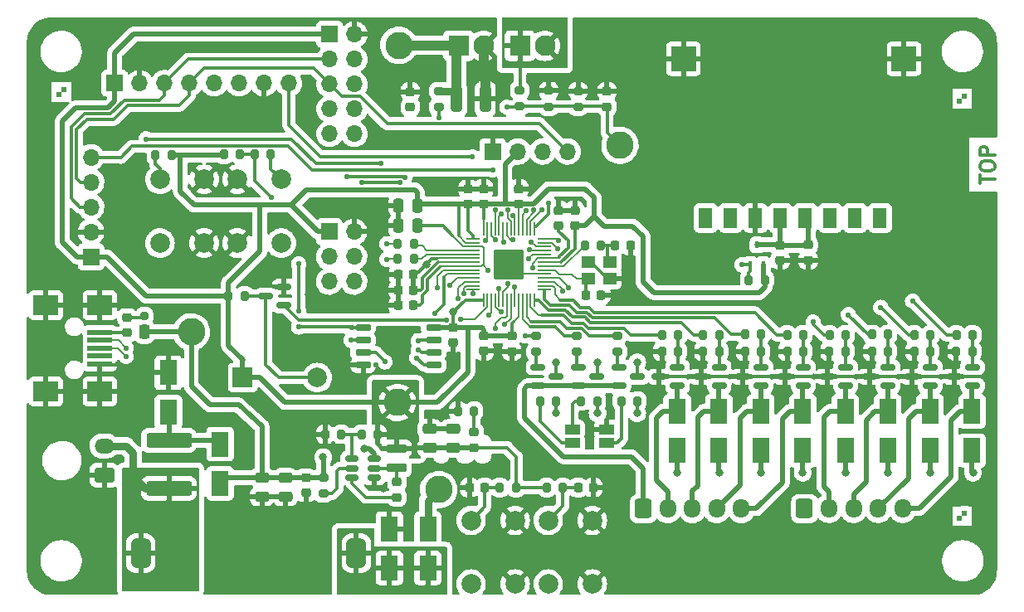
<source format=gbr>
%TF.GenerationSoftware,KiCad,Pcbnew,(6.0.4)*%
%TF.CreationDate,2022-04-12T11:12:27+02:00*%
%TF.ProjectId,PPSE_2021,50505345-5f32-4303-9231-2e6b69636164,rev?*%
%TF.SameCoordinates,Original*%
%TF.FileFunction,Copper,L1,Top*%
%TF.FilePolarity,Positive*%
%FSLAX46Y46*%
G04 Gerber Fmt 4.6, Leading zero omitted, Abs format (unit mm)*
G04 Created by KiCad (PCBNEW (6.0.4)) date 2022-04-12 11:12:27*
%MOMM*%
%LPD*%
G01*
G04 APERTURE LIST*
G04 Aperture macros list*
%AMRoundRect*
0 Rectangle with rounded corners*
0 $1 Rounding radius*
0 $2 $3 $4 $5 $6 $7 $8 $9 X,Y pos of 4 corners*
0 Add a 4 corners polygon primitive as box body*
4,1,4,$2,$3,$4,$5,$6,$7,$8,$9,$2,$3,0*
0 Add four circle primitives for the rounded corners*
1,1,$1+$1,$2,$3*
1,1,$1+$1,$4,$5*
1,1,$1+$1,$6,$7*
1,1,$1+$1,$8,$9*
0 Add four rect primitives between the rounded corners*
20,1,$1+$1,$2,$3,$4,$5,0*
20,1,$1+$1,$4,$5,$6,$7,0*
20,1,$1+$1,$6,$7,$8,$9,0*
20,1,$1+$1,$8,$9,$2,$3,0*%
G04 Aperture macros list end*
%ADD10C,0.300000*%
%TA.AperFunction,NonConductor*%
%ADD11C,0.300000*%
%TD*%
%TA.AperFunction,FiducialPad,Global*%
%ADD12R,0.500000X0.500000*%
%TD*%
%TA.AperFunction,SMDPad,CuDef*%
%ADD13RoundRect,0.250000X0.250000X0.475000X-0.250000X0.475000X-0.250000X-0.475000X0.250000X-0.475000X0*%
%TD*%
%TA.AperFunction,SMDPad,CuDef*%
%ADD14R,1.800000X2.500000*%
%TD*%
%TA.AperFunction,SMDPad,CuDef*%
%ADD15RoundRect,0.225000X0.225000X0.250000X-0.225000X0.250000X-0.225000X-0.250000X0.225000X-0.250000X0*%
%TD*%
%TA.AperFunction,SMDPad,CuDef*%
%ADD16RoundRect,0.150000X0.587500X0.150000X-0.587500X0.150000X-0.587500X-0.150000X0.587500X-0.150000X0*%
%TD*%
%TA.AperFunction,ComponentPad*%
%ADD17RoundRect,0.250000X-0.600000X-0.725000X0.600000X-0.725000X0.600000X0.725000X-0.600000X0.725000X0*%
%TD*%
%TA.AperFunction,ComponentPad*%
%ADD18O,1.700000X1.950000*%
%TD*%
%TA.AperFunction,ComponentPad*%
%ADD19R,1.700000X1.700000*%
%TD*%
%TA.AperFunction,ComponentPad*%
%ADD20O,1.700000X1.700000*%
%TD*%
%TA.AperFunction,SMDPad,CuDef*%
%ADD21RoundRect,0.200000X-0.200000X-0.275000X0.200000X-0.275000X0.200000X0.275000X-0.200000X0.275000X0*%
%TD*%
%TA.AperFunction,SMDPad,CuDef*%
%ADD22RoundRect,0.200000X0.200000X0.275000X-0.200000X0.275000X-0.200000X-0.275000X0.200000X-0.275000X0*%
%TD*%
%TA.AperFunction,SMDPad,CuDef*%
%ADD23RoundRect,0.200000X-0.275000X0.200000X-0.275000X-0.200000X0.275000X-0.200000X0.275000X0.200000X0*%
%TD*%
%TA.AperFunction,ComponentPad*%
%ADD24C,2.000000*%
%TD*%
%TA.AperFunction,ComponentPad*%
%ADD25R,2.000000X2.000000*%
%TD*%
%TA.AperFunction,SMDPad,CuDef*%
%ADD26RoundRect,0.250000X0.475000X-0.250000X0.475000X0.250000X-0.475000X0.250000X-0.475000X-0.250000X0*%
%TD*%
%TA.AperFunction,SMDPad,CuDef*%
%ADD27RoundRect,0.218750X0.256250X-0.218750X0.256250X0.218750X-0.256250X0.218750X-0.256250X-0.218750X0*%
%TD*%
%TA.AperFunction,SMDPad,CuDef*%
%ADD28RoundRect,0.225000X-0.250000X0.225000X-0.250000X-0.225000X0.250000X-0.225000X0.250000X0.225000X0*%
%TD*%
%TA.AperFunction,SMDPad,CuDef*%
%ADD29RoundRect,0.225000X-2.075000X0.525000X-2.075000X-0.525000X2.075000X-0.525000X2.075000X0.525000X0*%
%TD*%
%TA.AperFunction,ComponentPad*%
%ADD30R,2.100000X2.100000*%
%TD*%
%TA.AperFunction,ComponentPad*%
%ADD31C,2.100000*%
%TD*%
%TA.AperFunction,SMDPad,CuDef*%
%ADD32RoundRect,0.150000X0.512500X0.150000X-0.512500X0.150000X-0.512500X-0.150000X0.512500X-0.150000X0*%
%TD*%
%TA.AperFunction,SMDPad,CuDef*%
%ADD33R,1.400000X1.200000*%
%TD*%
%TA.AperFunction,ComponentPad*%
%ADD34C,2.800000*%
%TD*%
%TA.AperFunction,SMDPad,CuDef*%
%ADD35RoundRect,0.275000X-0.275000X-0.450000X0.275000X-0.450000X0.275000X0.450000X-0.275000X0.450000X0*%
%TD*%
%TA.AperFunction,SMDPad,CuDef*%
%ADD36RoundRect,0.200000X-0.200000X-0.200000X0.200000X-0.200000X0.200000X0.200000X-0.200000X0.200000X0*%
%TD*%
%TA.AperFunction,SMDPad,CuDef*%
%ADD37R,2.500000X0.500000*%
%TD*%
%TA.AperFunction,SMDPad,CuDef*%
%ADD38R,2.500000X2.000000*%
%TD*%
%TA.AperFunction,SMDPad,CuDef*%
%ADD39R,1.500000X1.000000*%
%TD*%
%TA.AperFunction,SMDPad,CuDef*%
%ADD40RoundRect,0.218750X-0.256250X0.218750X-0.256250X-0.218750X0.256250X-0.218750X0.256250X0.218750X0*%
%TD*%
%TA.AperFunction,SMDPad,CuDef*%
%ADD41RoundRect,0.150000X-0.587500X-0.150000X0.587500X-0.150000X0.587500X0.150000X-0.587500X0.150000X0*%
%TD*%
%TA.AperFunction,ComponentPad*%
%ADD42RoundRect,0.250001X0.759999X-0.499999X0.759999X0.499999X-0.759999X0.499999X-0.759999X-0.499999X0*%
%TD*%
%TA.AperFunction,ComponentPad*%
%ADD43O,2.020000X1.500000*%
%TD*%
%TA.AperFunction,SMDPad,CuDef*%
%ADD44RoundRect,0.120000X0.880000X-0.280000X0.880000X0.280000X-0.880000X0.280000X-0.880000X-0.280000X0*%
%TD*%
%TA.AperFunction,SMDPad,CuDef*%
%ADD45RoundRect,0.225000X-0.225000X-0.250000X0.225000X-0.250000X0.225000X0.250000X-0.225000X0.250000X0*%
%TD*%
%TA.AperFunction,SMDPad,CuDef*%
%ADD46RoundRect,0.250000X-0.475000X0.250000X-0.475000X-0.250000X0.475000X-0.250000X0.475000X0.250000X0*%
%TD*%
%TA.AperFunction,SMDPad,CuDef*%
%ADD47RoundRect,0.225000X0.250000X-0.225000X0.250000X0.225000X-0.250000X0.225000X-0.250000X-0.225000X0*%
%TD*%
%TA.AperFunction,SMDPad,CuDef*%
%ADD48RoundRect,0.200000X0.275000X-0.200000X0.275000X0.200000X-0.275000X0.200000X-0.275000X-0.200000X0*%
%TD*%
%TA.AperFunction,SMDPad,CuDef*%
%ADD49RoundRect,0.050000X0.050000X-0.587500X0.050000X0.587500X-0.050000X0.587500X-0.050000X-0.587500X0*%
%TD*%
%TA.AperFunction,SMDPad,CuDef*%
%ADD50RoundRect,0.050000X0.587500X0.050000X-0.587500X0.050000X-0.587500X-0.050000X0.587500X-0.050000X0*%
%TD*%
%TA.AperFunction,SMDPad,CuDef*%
%ADD51RoundRect,0.050000X-0.050000X0.587500X-0.050000X-0.587500X0.050000X-0.587500X0.050000X0.587500X0*%
%TD*%
%TA.AperFunction,SMDPad,CuDef*%
%ADD52RoundRect,0.050000X-0.587500X-0.050000X0.587500X-0.050000X0.587500X0.050000X-0.587500X0.050000X0*%
%TD*%
%TA.AperFunction,SMDPad,CuDef*%
%ADD53RoundRect,0.155000X1.395000X-1.395000X1.395000X1.395000X-1.395000X1.395000X-1.395000X-1.395000X0*%
%TD*%
%TA.AperFunction,SMDPad,CuDef*%
%ADD54RoundRect,0.150000X-0.650000X-0.150000X0.650000X-0.150000X0.650000X0.150000X-0.650000X0.150000X0*%
%TD*%
%TA.AperFunction,ComponentPad*%
%ADD55RoundRect,0.500000X-0.500000X-1.000000X0.500000X-1.000000X0.500000X1.000000X-0.500000X1.000000X0*%
%TD*%
%TA.AperFunction,ComponentPad*%
%ADD56R,1.400000X2.000000*%
%TD*%
%TA.AperFunction,SMDPad,CuDef*%
%ADD57R,2.500000X2.500000*%
%TD*%
%TA.AperFunction,SMDPad,CuDef*%
%ADD58R,0.450000X0.700000*%
%TD*%
%TA.AperFunction,SMDPad,CuDef*%
%ADD59RoundRect,0.250000X-0.312500X-1.075000X0.312500X-1.075000X0.312500X1.075000X-0.312500X1.075000X0*%
%TD*%
%TA.AperFunction,ViaPad*%
%ADD60C,0.800000*%
%TD*%
%TA.AperFunction,ViaPad*%
%ADD61C,0.550000*%
%TD*%
%TA.AperFunction,Conductor*%
%ADD62C,0.300000*%
%TD*%
%TA.AperFunction,Conductor*%
%ADD63C,0.200000*%
%TD*%
%TA.AperFunction,Conductor*%
%ADD64C,1.000000*%
%TD*%
%TA.AperFunction,Conductor*%
%ADD65C,0.250000*%
%TD*%
%TA.AperFunction,Conductor*%
%ADD66C,0.500000*%
%TD*%
%TA.AperFunction,Conductor*%
%ADD67C,0.800000*%
%TD*%
G04 APERTURE END LIST*
D10*
D11*
X185258971Y-92414285D02*
X185258971Y-91557142D01*
X186758971Y-91985714D02*
X185258971Y-91985714D01*
X185258971Y-90771428D02*
X185258971Y-90485714D01*
X185330400Y-90342857D01*
X185473257Y-90200000D01*
X185758971Y-90128571D01*
X186258971Y-90128571D01*
X186544685Y-90200000D01*
X186687542Y-90342857D01*
X186758971Y-90485714D01*
X186758971Y-90771428D01*
X186687542Y-90914285D01*
X186544685Y-91057142D01*
X186258971Y-91128571D01*
X185758971Y-91128571D01*
X185473257Y-91057142D01*
X185330400Y-90914285D01*
X185258971Y-90771428D01*
X186758971Y-89485714D02*
X185258971Y-89485714D01*
X185258971Y-88914285D01*
X185330400Y-88771428D01*
X185401828Y-88700000D01*
X185544685Y-88628571D01*
X185758971Y-88628571D01*
X185901828Y-88700000D01*
X185973257Y-88771428D01*
X186044685Y-88914285D01*
X186044685Y-89485714D01*
D12*
%TO.P,FID1,*%
%TO.N,*%
X91800000Y-82800000D03*
X91300000Y-83300000D03*
%TD*%
D13*
%TO.P,C8,1*%
%TO.N,+3V3*%
X127849989Y-94640400D03*
%TO.P,C8,2*%
%TO.N,GND*%
X125949989Y-94640400D03*
%TD*%
D14*
%TO.P,D4,1,K*%
%TO.N,/Power/SW_VIN*%
X107746800Y-123005600D03*
%TO.P,D4,2,A*%
%TO.N,/Power/12V_Post_PPTC*%
X107746800Y-119005600D03*
%TD*%
D15*
%TO.P,C12,1*%
%TO.N,+3V3*%
X127458789Y-101689400D03*
%TO.P,C12,2*%
%TO.N,GND*%
X125908789Y-101689400D03*
%TD*%
D16*
%TO.P,Q6,1,D*%
%TO.N,/Actuation/M1_OUT1*%
X171553727Y-113065600D03*
%TO.P,Q6,2,G*%
%TO.N,Net-(Q6-Pad2)*%
X171553727Y-111165600D03*
%TO.P,Q6,3,S*%
%TO.N,GND*%
X169678727Y-112115600D03*
%TD*%
D17*
%TO.P,J10,1,Pin_1*%
%TO.N,+12V*%
X150926800Y-125602974D03*
D18*
%TO.P,J10,2,Pin_2*%
%TO.N,/Actuation/M2_OUT1*%
X153426800Y-125602974D03*
%TO.P,J10,3,Pin_3*%
%TO.N,/Actuation/M2_OUT2*%
X155926800Y-125602974D03*
%TO.P,J10,4,Pin_4*%
%TO.N,/Actuation/M2_OUT3*%
X158426800Y-125602974D03*
%TO.P,J10,5,Pin_5*%
%TO.N,/Actuation/M2_OUT4*%
X160926800Y-125602974D03*
%TD*%
D19*
%TO.P,J5,1,Pin_1*%
%TO.N,+3V3*%
X94575000Y-99875000D03*
D20*
%TO.P,J5,2,Pin_2*%
%TO.N,GND*%
X94575000Y-97335000D03*
%TO.P,J5,3,Pin_3*%
%TO.N,/Connectivity/SCL*%
X94575000Y-94795000D03*
%TO.P,J5,4,Pin_4*%
%TO.N,/Connectivity/SDA*%
X94575000Y-92255000D03*
%TO.P,J5,5,Pin_5*%
%TO.N,/Connectivity/DRDY*%
X94575000Y-89715000D03*
%TD*%
D21*
%TO.P,R14,1*%
%TO.N,+3V3*%
X108598200Y-103886000D03*
%TO.P,R14,2*%
%TO.N,/Connectivity/iBuzzer*%
X110248200Y-103886000D03*
%TD*%
D14*
%TO.P,D10,1,K*%
%TO.N,+12V*%
X175839413Y-119662297D03*
%TO.P,D10,2,A*%
%TO.N,/Actuation/M1_OUT2*%
X175839413Y-115662297D03*
%TD*%
D21*
%TO.P,R35,1*%
%TO.N,/Actuation/M2_W12*%
X157033671Y-107865426D03*
%TO.P,R35,2*%
%TO.N,Net-(Q11-Pad2)*%
X158683671Y-107865426D03*
%TD*%
%TO.P,R34,1*%
%TO.N,/Actuation/M2_W11*%
X152829471Y-107865426D03*
%TO.P,R34,2*%
%TO.N,Net-(Q10-Pad2)*%
X154479471Y-107865426D03*
%TD*%
D22*
%TO.P,R39,1*%
%TO.N,Net-(Q11-Pad2)*%
X158683671Y-109541826D03*
%TO.P,R39,2*%
%TO.N,GND*%
X157033671Y-109541826D03*
%TD*%
D21*
%TO.P,R27,1*%
%TO.N,/Actuation/M1_W12*%
X174236884Y-107814626D03*
%TO.P,R27,2*%
%TO.N,Net-(Q7-Pad2)*%
X175886884Y-107814626D03*
%TD*%
D14*
%TO.P,D14,1,K*%
%TO.N,+12V*%
X158636200Y-119662297D03*
%TO.P,D14,2,A*%
%TO.N,/Actuation/M2_OUT2*%
X158636200Y-115662297D03*
%TD*%
D21*
%TO.P,R5,1*%
%TO.N,+3V3*%
X108142000Y-89433400D03*
%TO.P,R5,2*%
%TO.N,/Control/~{FLASH_CS}*%
X109792000Y-89433400D03*
%TD*%
D23*
%TO.P,R15,1*%
%TO.N,/Control/LED_R*%
X144119600Y-107925600D03*
%TO.P,R15,2*%
%TO.N,Net-(Q3-Pad1)*%
X144119600Y-109575600D03*
%TD*%
D24*
%TO.P,SW3,1,1*%
%TO.N,/Control/~{HOME_SW}*%
X141209200Y-133298000D03*
X141209200Y-126798000D03*
%TO.P,SW3,2,2*%
%TO.N,GND*%
X145709200Y-133298000D03*
X145709200Y-126798000D03*
%TD*%
D22*
%TO.P,R2,1*%
%TO.N,/Control/~{USB_BOOT}*%
X112890800Y-89433400D03*
%TO.P,R2,2*%
%TO.N,/Control/~{FLASH_CS}*%
X111240800Y-89433400D03*
%TD*%
D23*
%TO.P,R24,1*%
%TO.N,/Sensing/Panel+*%
X138317700Y-82893400D03*
%TO.P,R24,2*%
%TO.N,/Control/V_PANEL*%
X138317700Y-84543400D03*
%TD*%
%TO.P,R19,1*%
%TO.N,/Control/LED_B*%
X148285200Y-107925600D03*
%TO.P,R19,2*%
%TO.N,Net-(Q5-Pad1)*%
X148285200Y-109575600D03*
%TD*%
D21*
%TO.P,R16,1*%
%TO.N,/Connectivity/iLED_R*%
X144564600Y-114604800D03*
%TO.P,R16,2*%
%TO.N,Net-(Q3-Pad3)*%
X146214600Y-114604800D03*
%TD*%
D25*
%TO.P,BZ1,1,-*%
%TO.N,+3V3*%
X110042800Y-112217200D03*
D24*
%TO.P,BZ1,2,+*%
%TO.N,/Connectivity/iBuzzer*%
X117642800Y-112217200D03*
%TD*%
D12*
%TO.P,FID2,*%
%TO.N,*%
X183700000Y-83500000D03*
X183200000Y-84000000D03*
%TD*%
D14*
%TO.P,D13,1,K*%
%TO.N,+12V*%
X154381200Y-119630297D03*
%TO.P,D13,2,A*%
%TO.N,/Actuation/M2_OUT1*%
X154381200Y-115630297D03*
%TD*%
D26*
%TO.P,C23,1*%
%TO.N,+3V3*%
X131470400Y-119364800D03*
%TO.P,C23,2*%
%TO.N,GND*%
X131470400Y-117464800D03*
%TD*%
D27*
%TO.P,FB1,1*%
%TO.N,/Power/VBUS*%
X98247200Y-107645200D03*
%TO.P,FB1,2*%
%TO.N,/Power/VBUS_FILTERED*%
X98247200Y-106070200D03*
%TD*%
D28*
%TO.P,C21,1*%
%TO.N,/Power/SW_NODE*%
X125780800Y-122885200D03*
%TO.P,C21,2*%
%TO.N,/Power/SW_BST*%
X125780800Y-124435200D03*
%TD*%
D29*
%TO.P,F1,1*%
%TO.N,/Power/12V_Post_PPTC*%
X102514400Y-118606400D03*
%TO.P,F1,2*%
%TO.N,/Power/12V_IN*%
X102514400Y-123506400D03*
%TD*%
D16*
%TO.P,Q12,1,D*%
%TO.N,/Actuation/M2_OUT3*%
X162936371Y-113065600D03*
%TO.P,Q12,2,G*%
%TO.N,Net-(Q12-Pad2)*%
X162936371Y-111165600D03*
%TO.P,Q12,3,S*%
%TO.N,GND*%
X161061371Y-112115600D03*
%TD*%
D30*
%TO.P,J11,1,Pin_1*%
%TO.N,/Sensing/Panel+*%
X138328400Y-78333600D03*
D31*
%TO.P,J11,2,Pin_2*%
X140868400Y-78333600D03*
%TD*%
D13*
%TO.P,C9,1*%
%TO.N,+1V1*%
X127837789Y-96723200D03*
%TO.P,C9,2*%
%TO.N,GND*%
X125937789Y-96723200D03*
%TD*%
D28*
%TO.P,C5,1*%
%TO.N,+3V3*%
X131528000Y-107098800D03*
%TO.P,C5,2*%
%TO.N,GND*%
X131528000Y-108648800D03*
%TD*%
D21*
%TO.P,R37,1*%
%TO.N,/Actuation/M2_W22*%
X165593471Y-107865426D03*
%TO.P,R37,2*%
%TO.N,Net-(Q13-Pad2)*%
X167243471Y-107865426D03*
%TD*%
D16*
%TO.P,Q13,1,D*%
%TO.N,/Actuation/M2_OUT4*%
X167228971Y-113065600D03*
%TO.P,Q13,2,G*%
%TO.N,Net-(Q13-Pad2)*%
X167228971Y-111165600D03*
%TO.P,Q13,3,S*%
%TO.N,GND*%
X165353971Y-112115600D03*
%TD*%
%TO.P,Q10,1,D*%
%TO.N,/Actuation/M2_OUT1*%
X154414171Y-113065600D03*
%TO.P,Q10,2,G*%
%TO.N,Net-(Q10-Pad2)*%
X154414171Y-111165600D03*
%TO.P,Q10,3,S*%
%TO.N,GND*%
X152539171Y-112115600D03*
%TD*%
D32*
%TO.P,U3,1,GND*%
%TO.N,GND*%
X123463900Y-122412800D03*
%TO.P,U3,2,SW*%
%TO.N,/Power/SW_NODE*%
X123463900Y-121462800D03*
%TO.P,U3,3,VIN*%
%TO.N,/Power/SW_VIN*%
X123463900Y-120512800D03*
%TO.P,U3,4,VFB*%
%TO.N,/Power/SW_FB*%
X121188900Y-120512800D03*
%TO.P,U3,5,EN*%
%TO.N,/Power/SW_EN*%
X121188900Y-121462800D03*
%TO.P,U3,6,VBST*%
%TO.N,/Power/SW_BST*%
X121188900Y-122412800D03*
%TD*%
D14*
%TO.P,D1,1,A1*%
%TO.N,/Power/12V_Post_PPTC*%
X102463600Y-115722400D03*
%TO.P,D1,2,A2*%
%TO.N,GND*%
X102463600Y-111722400D03*
%TD*%
D28*
%TO.P,C24,1*%
%TO.N,/Connectivity/GPS_VCC*%
X164896800Y-98691400D03*
%TO.P,C24,2*%
%TO.N,GND*%
X164896800Y-100241400D03*
%TD*%
D33*
%TO.P,Y1,1,1*%
%TO.N,/Control/XIN*%
X145293400Y-102094400D03*
%TO.P,Y1,2,2*%
%TO.N,GND*%
X147493400Y-102094400D03*
%TO.P,Y1,3,3*%
%TO.N,/Control/iXOUT*%
X147493400Y-100394400D03*
%TO.P,Y1,4,4*%
%TO.N,GND*%
X145293400Y-100394400D03*
%TD*%
D14*
%TO.P,D11,1,K*%
%TO.N,+12V*%
X180166999Y-119662297D03*
%TO.P,D11,2,A*%
%TO.N,/Actuation/M1_OUT3*%
X180166999Y-115662297D03*
%TD*%
D19*
%TO.P,J7,1,Pin_1*%
%TO.N,GND*%
X135559800Y-89128600D03*
D20*
%TO.P,J7,2,Pin_2*%
%TO.N,+3V3*%
X138099800Y-89128600D03*
%TO.P,J7,3,Pin_3*%
%TO.N,/Connectivity/SCL*%
X140639800Y-89128600D03*
%TO.P,J7,4,Pin_4*%
%TO.N,/Connectivity/SDA*%
X143179800Y-89128600D03*
%TD*%
D15*
%TO.P,C16,1*%
%TO.N,+3V3*%
X127446589Y-103276400D03*
%TO.P,C16,2*%
%TO.N,GND*%
X125896589Y-103276400D03*
%TD*%
D34*
%TO.P,TP1,1,1*%
%TO.N,+12V*%
X130048000Y-123647200D03*
%TD*%
D19*
%TO.P,J1,1,Pin_1*%
%TO.N,+3V3*%
X118867000Y-97325000D03*
D20*
%TO.P,J1,2,Pin_2*%
%TO.N,GND*%
X121407000Y-97325000D03*
%TO.P,J1,3,Pin_3*%
%TO.N,/Connectivity/SDA*%
X118867000Y-99865000D03*
%TO.P,J1,4,Pin_4*%
%TO.N,/Control/SWDIO*%
X121407000Y-99865000D03*
%TO.P,J1,5,Pin_5*%
%TO.N,/Connectivity/SCL*%
X118867000Y-102405000D03*
%TO.P,J1,6,Pin_6*%
%TO.N,/Control/SWCLK*%
X121407000Y-102405000D03*
%TD*%
D35*
%TO.P,D5,1,K*%
%TO.N,/Power/SW_VIN*%
X100025200Y-107533200D03*
D36*
%TO.P,D5,2,A*%
%TO.N,/Power/VBUS_FILTERED*%
X100025200Y-105913200D03*
%TD*%
D37*
%TO.P,J3,1,VBUS*%
%TO.N,/Power/VBUS*%
X95471400Y-107620000D03*
%TO.P,J3,2,D-*%
%TO.N,/Control/USB_D-*%
X95471400Y-108420000D03*
%TO.P,J3,3,D+*%
%TO.N,/Control/USB_D+*%
X95471400Y-109220000D03*
%TO.P,J3,4,ID*%
%TO.N,unconnected-(J3-Pad4)*%
X95471400Y-110020000D03*
%TO.P,J3,5,GND*%
%TO.N,GND*%
X95471400Y-110820000D03*
D38*
%TO.P,J3,6,Shield*%
X89971400Y-113620000D03*
X95471400Y-104820000D03*
X95471400Y-113620000D03*
X89971400Y-104820000D03*
%TD*%
D22*
%TO.P,R30,1*%
%TO.N,Net-(Q6-Pad2)*%
X171556027Y-109541826D03*
%TO.P,R30,2*%
%TO.N,GND*%
X169906027Y-109541826D03*
%TD*%
D28*
%TO.P,C15,1*%
%TO.N,+3V3*%
X137500000Y-107975000D03*
%TO.P,C15,2*%
%TO.N,GND*%
X137500000Y-109525000D03*
%TD*%
D39*
%TO.P,D7,1,RA*%
%TO.N,/Connectivity/iLED_R*%
X143677500Y-117511600D03*
%TO.P,D7,2,GA*%
%TO.N,/Connectivity/iLED_G*%
X143677500Y-118911600D03*
%TO.P,D7,3,BA*%
%TO.N,/Connectivity/iLED_B*%
X147177500Y-118911600D03*
%TO.P,D7,4,K*%
%TO.N,GND*%
X147177500Y-117511600D03*
%TD*%
D14*
%TO.P,D16,1,K*%
%TO.N,+12V*%
X167196000Y-119662297D03*
%TO.P,D16,2,A*%
%TO.N,/Actuation/M2_OUT4*%
X167196000Y-115662297D03*
%TD*%
D40*
%TO.P,D6,1,K*%
%TO.N,/Power/iLED_3V3*%
X133654800Y-117779700D03*
%TO.P,D6,2,A*%
%TO.N,+3V3*%
X133654800Y-119354700D03*
%TD*%
D21*
%TO.P,R3,1*%
%TO.N,+3V3*%
X141059400Y-123444000D03*
%TO.P,R3,2*%
%TO.N,/Control/~{HOME_SW}*%
X142709400Y-123444000D03*
%TD*%
D41*
%TO.P,Q5,1,B*%
%TO.N,Net-(Q5-Pad1)*%
X148427700Y-111165600D03*
%TO.P,Q5,2,C*%
%TO.N,+12V*%
X148427700Y-113065600D03*
%TO.P,Q5,3,E*%
%TO.N,Net-(Q5-Pad3)*%
X150302700Y-112115600D03*
%TD*%
D42*
%TO.P,J4,1,Pin_1*%
%TO.N,GND*%
X95918000Y-122194556D03*
D43*
%TO.P,J4,2,Pin_2*%
%TO.N,/Power/12V_IN*%
X95918000Y-119194556D03*
%TD*%
D24*
%TO.P,SW4,1,1*%
%TO.N,/Control/~{EN_SW}*%
X133335200Y-133298000D03*
X133335200Y-126798000D03*
%TO.P,SW4,2,2*%
%TO.N,GND*%
X137835200Y-126798000D03*
X137835200Y-133298000D03*
%TD*%
D44*
%TO.P,L1,1,1*%
%TO.N,/Power/SW_NODE*%
X125780800Y-121446800D03*
%TO.P,L1,2,2*%
%TO.N,+3V3*%
X125780800Y-119446800D03*
%TD*%
D14*
%TO.P,D2,1,A1*%
%TO.N,/Power/12V_Post_Fuse*%
X125018800Y-131641600D03*
%TO.P,D2,2,A2*%
%TO.N,GND*%
X125018800Y-127641600D03*
%TD*%
D34*
%TO.P,TP3,1,1*%
%TO.N,+3V3*%
X125831600Y-114757200D03*
%TD*%
D45*
%TO.P,C1,1*%
%TO.N,/Control/XIN*%
X145059600Y-103784400D03*
%TO.P,C1,2*%
%TO.N,GND*%
X146609600Y-103784400D03*
%TD*%
D46*
%TO.P,C18,1*%
%TO.N,/Power/SW_VIN*%
X112014000Y-122443200D03*
%TO.P,C18,2*%
%TO.N,GND*%
X112014000Y-124343200D03*
%TD*%
D34*
%TO.P,TP5,1,1*%
%TO.N,/Control/V_PANEL*%
X148539200Y-88493600D03*
%TD*%
D14*
%TO.P,D15,1,K*%
%TO.N,+12V*%
X162903400Y-119662297D03*
%TO.P,D15,2,A*%
%TO.N,/Actuation/M2_OUT3*%
X162903400Y-115662297D03*
%TD*%
D21*
%TO.P,R29,1*%
%TO.N,/Actuation/M1_W22*%
X182867800Y-107865426D03*
%TO.P,R29,2*%
%TO.N,Net-(Q9-Pad2)*%
X184517800Y-107865426D03*
%TD*%
D22*
%TO.P,R7,1*%
%TO.N,/Control/iUSB_D+*%
X127509589Y-100114600D03*
%TO.P,R7,2*%
%TO.N,/Control/USB_D+*%
X125859589Y-100114600D03*
%TD*%
D16*
%TO.P,Q8,1,D*%
%TO.N,/Actuation/M1_OUT3*%
X180199970Y-113065600D03*
%TO.P,Q8,2,G*%
%TO.N,Net-(Q8-Pad2)*%
X180199970Y-111165600D03*
%TO.P,Q8,3,S*%
%TO.N,GND*%
X178324970Y-112115600D03*
%TD*%
D22*
%TO.P,R11,1*%
%TO.N,/Power/SW_FB*%
X120103400Y-118000000D03*
%TO.P,R11,2*%
%TO.N,GND*%
X118453400Y-118000000D03*
%TD*%
D14*
%TO.P,D9,1,K*%
%TO.N,+12V*%
X171520756Y-119662297D03*
%TO.P,D9,2,A*%
%TO.N,/Actuation/M1_OUT1*%
X171520756Y-115662297D03*
%TD*%
D47*
%TO.P,C10,1*%
%TO.N,+3V3*%
X134620000Y-94488000D03*
%TO.P,C10,2*%
%TO.N,GND*%
X134620000Y-92938000D03*
%TD*%
D21*
%TO.P,R18,1*%
%TO.N,/Connectivity/iLED_G*%
X140399000Y-114604800D03*
%TO.P,R18,2*%
%TO.N,Net-(Q4-Pad3)*%
X142049000Y-114604800D03*
%TD*%
D16*
%TO.P,Q11,1,D*%
%TO.N,/Actuation/M2_OUT2*%
X158669171Y-113065600D03*
%TO.P,Q11,2,G*%
%TO.N,Net-(Q11-Pad2)*%
X158669171Y-111165600D03*
%TO.P,Q11,3,S*%
%TO.N,GND*%
X156794171Y-112115600D03*
%TD*%
D21*
%TO.P,R28,1*%
%TO.N,/Actuation/M1_W21*%
X178564470Y-107865426D03*
%TO.P,R28,2*%
%TO.N,Net-(Q8-Pad2)*%
X180214470Y-107865426D03*
%TD*%
D47*
%TO.P,C14,1*%
%TO.N,+3V3*%
X133045200Y-94501000D03*
%TO.P,C14,2*%
%TO.N,GND*%
X133045200Y-92951000D03*
%TD*%
D21*
%TO.P,R36,1*%
%TO.N,/Actuation/M2_W21*%
X161300871Y-107814626D03*
%TO.P,R36,2*%
%TO.N,Net-(Q12-Pad2)*%
X162950871Y-107814626D03*
%TD*%
D28*
%TO.P,C25,1*%
%TO.N,/Connectivity/GPS_VCC*%
X167741600Y-98678400D03*
%TO.P,C25,2*%
%TO.N,GND*%
X167741600Y-100228400D03*
%TD*%
D16*
%TO.P,Q9,1,D*%
%TO.N,/Actuation/M1_OUT4*%
X184503300Y-113065600D03*
%TO.P,Q9,2,G*%
%TO.N,Net-(Q9-Pad2)*%
X184503300Y-111165600D03*
%TO.P,Q9,3,S*%
%TO.N,GND*%
X182628300Y-112115600D03*
%TD*%
D21*
%TO.P,R13,1*%
%TO.N,/Connectivity/GPS_EN*%
X161684200Y-102260400D03*
%TO.P,R13,2*%
%TO.N,+3V3*%
X163334200Y-102260400D03*
%TD*%
D48*
%TO.P,R23,1*%
%TO.N,/Control/V_PANEL*%
X144261300Y-84594200D03*
%TO.P,R23,2*%
%TO.N,GND*%
X144261300Y-82944200D03*
%TD*%
D47*
%TO.P,C7,1*%
%TO.N,+1V1*%
X142290800Y-96685400D03*
%TO.P,C7,2*%
%TO.N,GND*%
X142290800Y-95135400D03*
%TD*%
D41*
%TO.P,Q3,1,B*%
%TO.N,Net-(Q3-Pad1)*%
X144299700Y-111165600D03*
%TO.P,Q3,2,C*%
%TO.N,+12V*%
X144299700Y-113065600D03*
%TO.P,Q3,3,E*%
%TO.N,Net-(Q3-Pad3)*%
X146174700Y-112115600D03*
%TD*%
D16*
%TO.P,Q7,1,D*%
%TO.N,/Actuation/M1_OUT2*%
X175872384Y-113065600D03*
%TO.P,Q7,2,G*%
%TO.N,Net-(Q7-Pad2)*%
X175872384Y-111165600D03*
%TO.P,Q7,3,S*%
%TO.N,GND*%
X173997384Y-112115600D03*
%TD*%
D21*
%TO.P,R20,1*%
%TO.N,/Connectivity/iLED_B*%
X148679400Y-114604800D03*
%TO.P,R20,2*%
%TO.N,Net-(Q5-Pad3)*%
X150329400Y-114604800D03*
%TD*%
D46*
%TO.P,C19,1*%
%TO.N,/Power/SW_VIN*%
X114401600Y-122443200D03*
%TO.P,C19,2*%
%TO.N,GND*%
X114401600Y-124343200D03*
%TD*%
D49*
%TO.P,U2,1,IOVDD*%
%TO.N,+3V3*%
X134610800Y-104272300D03*
%TO.P,U2,2,GPIO0*%
%TO.N,/Connectivity/Buzzer*%
X135010800Y-104272300D03*
%TO.P,U2,3,GPIO1*%
%TO.N,/Control/GPIO1*%
X135410800Y-104272300D03*
%TO.P,U2,4,GPIO2*%
%TO.N,/Control/GPIO2*%
X135810800Y-104272300D03*
%TO.P,U2,5,GPIO3*%
%TO.N,/Control/GPIO3*%
X136210800Y-104272300D03*
%TO.P,U2,6,GPIO4*%
%TO.N,/Control/GPIO4*%
X136610800Y-104272300D03*
%TO.P,U2,7,GPIO5*%
%TO.N,/Control/~{EN_SW}*%
X137010800Y-104272300D03*
%TO.P,U2,8,GPIO6*%
%TO.N,/Control/~{HOME_SW}*%
X137410800Y-104272300D03*
%TO.P,U2,9,GPIO7*%
%TO.N,/Control/LED_G*%
X137810800Y-104272300D03*
%TO.P,U2,10,IOVDD*%
%TO.N,+3V3*%
X138210800Y-104272300D03*
%TO.P,U2,11,GPIO8*%
%TO.N,/Control/LED_R*%
X138610800Y-104272300D03*
%TO.P,U2,12,GPIO9*%
%TO.N,/Control/LED_B*%
X139010800Y-104272300D03*
%TO.P,U2,13,GPIO10*%
%TO.N,/Actuation/M2_W11*%
X139410800Y-104272300D03*
%TO.P,U2,14,GPIO11*%
%TO.N,/Actuation/M2_W12*%
X139810800Y-104272300D03*
D50*
%TO.P,U2,15,GPIO12*%
%TO.N,/Actuation/M2_W21*%
X140848300Y-103234800D03*
%TO.P,U2,16,GPIO13*%
%TO.N,/Actuation/M2_W22*%
X140848300Y-102834800D03*
%TO.P,U2,17,GPIO14*%
%TO.N,/Actuation/M1_W11*%
X140848300Y-102434800D03*
%TO.P,U2,18,GPIO15*%
%TO.N,/Actuation/M1_W12*%
X140848300Y-102034800D03*
%TO.P,U2,19,TESTEN*%
%TO.N,GND*%
X140848300Y-101634800D03*
%TO.P,U2,20,XIN*%
%TO.N,/Control/XIN*%
X140848300Y-101234800D03*
%TO.P,U2,21,XOUT*%
%TO.N,/Control/XOUT*%
X140848300Y-100834800D03*
%TO.P,U2,22,IOVDD*%
%TO.N,+3V3*%
X140848300Y-100434800D03*
%TO.P,U2,23,DVDD*%
%TO.N,+1V1*%
X140848300Y-100034800D03*
%TO.P,U2,24,SWCLK*%
%TO.N,/Control/SWCLK*%
X140848300Y-99634800D03*
%TO.P,U2,25,SWDIO*%
%TO.N,/Control/SWDIO*%
X140848300Y-99234800D03*
%TO.P,U2,26,RUN*%
%TO.N,/Control/~{RESET}*%
X140848300Y-98834800D03*
%TO.P,U2,27,GPIO16*%
%TO.N,/Actuation/M1_W21*%
X140848300Y-98434800D03*
%TO.P,U2,28,GPIO17*%
%TO.N,/Actuation/M1_W22*%
X140848300Y-98034800D03*
D51*
%TO.P,U2,29,GPIO18*%
%TO.N,/Connectivity/SDA*%
X139810800Y-96997300D03*
%TO.P,U2,30,GPIO19*%
%TO.N,/Connectivity/SCL*%
X139410800Y-96997300D03*
%TO.P,U2,31,GPIO20*%
%TO.N,/Connectivity/DRDY*%
X139010800Y-96997300D03*
%TO.P,U2,32,GPIO21*%
%TO.N,/Connectivity/ACC_INT*%
X138610800Y-96997300D03*
%TO.P,U2,33,IOVDD*%
%TO.N,+3V3*%
X138210800Y-96997300D03*
%TO.P,U2,34,GPIO22*%
%TO.N,/Connectivity/GPS_EN*%
X137810800Y-96997300D03*
%TO.P,U2,35,GPIO23*%
%TO.N,/Connectivity/GPS_TP*%
X137410800Y-96997300D03*
%TO.P,U2,36,GPIO24*%
%TO.N,/Connectivity/GPS_RX*%
X137010800Y-96997300D03*
%TO.P,U2,37,GPIO25*%
%TO.N,/Connectivity/GPS_TX*%
X136610800Y-96997300D03*
%TO.P,U2,38,GPIO26/ADC0*%
%TO.N,/Control/V_PANEL*%
X136210800Y-96997300D03*
%TO.P,U2,39,GPIO27/ADC1*%
%TO.N,/Control/I_PANEL*%
X135810800Y-96997300D03*
%TO.P,U2,40,GPIO28/ADC2*%
%TO.N,/Control/EXT_ADC0*%
X135410800Y-96997300D03*
%TO.P,U2,41,GPIO29/ADC3*%
%TO.N,/Control/EXT_ADC1*%
X135010800Y-96997300D03*
%TO.P,U2,42,IOVDD*%
%TO.N,+3V3*%
X134610800Y-96997300D03*
D52*
%TO.P,U2,43,ADC_AVDD*%
X133573300Y-98034800D03*
%TO.P,U2,44,VREG_VIN*%
X133573300Y-98434800D03*
%TO.P,U2,45,VREG_VOUT*%
%TO.N,+1V1*%
X133573300Y-98834800D03*
%TO.P,U2,46,USB_DM*%
%TO.N,/Control/iUSB_D-*%
X133573300Y-99234800D03*
%TO.P,U2,47,USB_DP*%
%TO.N,/Control/iUSB_D+*%
X133573300Y-99634800D03*
%TO.P,U2,48,USB_VDD*%
%TO.N,+3V3*%
X133573300Y-100034800D03*
%TO.P,U2,49,IOVDD*%
X133573300Y-100434800D03*
%TO.P,U2,50,DVDD*%
%TO.N,+1V1*%
X133573300Y-100834800D03*
%TO.P,U2,51,QSPI_SD3*%
%TO.N,/Control/FLASH_D3*%
X133573300Y-101234800D03*
%TO.P,U2,52,QSPI_SCLK*%
%TO.N,/Control/FLASH_CLK*%
X133573300Y-101634800D03*
%TO.P,U2,53,QSPI_SD0*%
%TO.N,/Control/FLASH_D0*%
X133573300Y-102034800D03*
%TO.P,U2,54,QSPI_SD2*%
%TO.N,/Control/FLASH_D2*%
X133573300Y-102434800D03*
%TO.P,U2,55,QSPI_SD1*%
%TO.N,/Control/FLASH_D1*%
X133573300Y-102834800D03*
%TO.P,U2,56,QSPI_SS_N*%
%TO.N,/Control/~{FLASH_CS}*%
X133573300Y-103234800D03*
D53*
%TO.P,U2,57,GND*%
%TO.N,GND*%
X137210800Y-100634800D03*
%TD*%
D12*
%TO.P,FID3,*%
%TO.N,*%
X183700000Y-126100000D03*
X183200000Y-126600000D03*
%TD*%
D23*
%TO.P,R9,1*%
%TO.N,/Power/SW_VIN*%
X118262400Y-122415800D03*
%TO.P,R9,2*%
%TO.N,/Power/SW_EN*%
X118262400Y-124065800D03*
%TD*%
D28*
%TO.P,C17,1*%
%TO.N,+3V3*%
X134670800Y-107968285D03*
%TO.P,C17,2*%
%TO.N,GND*%
X134670800Y-109518285D03*
%TD*%
D22*
%TO.P,R1,1*%
%TO.N,+3V3*%
X102806000Y-89484200D03*
%TO.P,R1,2*%
%TO.N,/Control/~{RESET}*%
X101156000Y-89484200D03*
%TD*%
D54*
%TO.P,U1,1,~{CS}*%
%TO.N,/Control/~{FLASH_CS}*%
X122333200Y-107111800D03*
%TO.P,U1,2,DO(IO1)*%
%TO.N,/Control/FLASH_D1*%
X122333200Y-108381800D03*
%TO.P,U1,3,IO2*%
%TO.N,/Control/FLASH_D2*%
X122333200Y-109651800D03*
%TO.P,U1,4,GND*%
%TO.N,GND*%
X122333200Y-110921800D03*
%TO.P,U1,5,DI(IO0)*%
%TO.N,/Control/FLASH_D0*%
X129533200Y-110921800D03*
%TO.P,U1,6,CLK*%
%TO.N,/Control/FLASH_CLK*%
X129533200Y-109651800D03*
%TO.P,U1,7,IO3*%
%TO.N,/Control/FLASH_D3*%
X129533200Y-108381800D03*
%TO.P,U1,8,VCC*%
%TO.N,+3V3*%
X129533200Y-107111800D03*
%TD*%
D22*
%TO.P,R4,1*%
%TO.N,/Control/iXOUT*%
X146582400Y-98755200D03*
%TO.P,R4,2*%
%TO.N,/Control/XOUT*%
X144932400Y-98755200D03*
%TD*%
D47*
%TO.P,C26,1*%
%TO.N,/Control/I_PANEL*%
X127141700Y-84582000D03*
%TO.P,C26,2*%
%TO.N,GND*%
X127141700Y-83032000D03*
%TD*%
D45*
%TO.P,C3,1*%
%TO.N,/Control/iXOUT*%
X148056800Y-98755200D03*
%TO.P,C3,2*%
%TO.N,GND*%
X149606800Y-98755200D03*
%TD*%
D22*
%TO.P,R6,1*%
%TO.N,+3V3*%
X137934200Y-123444000D03*
%TO.P,R6,2*%
%TO.N,/Control/~{EN_SW}*%
X136284200Y-123444000D03*
%TD*%
D19*
%TO.P,J2,1,Pin_1*%
%TO.N,+3V3*%
X118917800Y-77165397D03*
D20*
%TO.P,J2,2,Pin_2*%
%TO.N,GND*%
X121457800Y-77165397D03*
%TO.P,J2,3,Pin_3*%
%TO.N,/Connectivity/SCL*%
X118917800Y-79705397D03*
%TO.P,J2,4,Pin_4*%
%TO.N,/Control/EXT_ADC0*%
X121457800Y-79705397D03*
%TO.P,J2,5,Pin_5*%
%TO.N,/Connectivity/SDA*%
X118917800Y-82245397D03*
%TO.P,J2,6,Pin_6*%
%TO.N,/Control/EXT_ADC1*%
X121457800Y-82245397D03*
%TO.P,J2,7,Pin_7*%
%TO.N,/Control/GPIO2*%
X118917800Y-84785397D03*
%TO.P,J2,8,Pin_8*%
%TO.N,/Control/GPIO4*%
X121457800Y-84785397D03*
%TO.P,J2,9,Pin_9*%
%TO.N,/Control/GPIO1*%
X118917800Y-87325397D03*
%TO.P,J2,10,Pin_10*%
%TO.N,/Control/GPIO3*%
X121457800Y-87325397D03*
%TD*%
D27*
%TO.P,D8,1,K*%
%TO.N,/Control/V_PANEL*%
X147207700Y-84556700D03*
%TO.P,D8,2,A*%
%TO.N,GND*%
X147207700Y-82981700D03*
%TD*%
D22*
%TO.P,R38,1*%
%TO.N,Net-(Q10-Pad2)*%
X154467271Y-109541826D03*
%TO.P,R38,2*%
%TO.N,GND*%
X152817271Y-109541826D03*
%TD*%
D34*
%TO.P,TP2,1,1*%
%TO.N,/Power/SW_VIN*%
X104800400Y-107543600D03*
%TD*%
D30*
%TO.P,J8,1,Pin_1*%
%TO.N,/Sensing/Panel-*%
X132080000Y-78333600D03*
D31*
%TO.P,J8,2,Pin_2*%
%TO.N,GND*%
X134620000Y-78333600D03*
%TD*%
D22*
%TO.P,R31,1*%
%TO.N,Net-(Q7-Pad2)*%
X175886884Y-109541826D03*
%TO.P,R31,2*%
%TO.N,GND*%
X174236884Y-109541826D03*
%TD*%
D19*
%TO.P,J6,1,Pin_1*%
%TO.N,+3V3*%
X96980000Y-82150000D03*
D20*
%TO.P,J6,2,Pin_2*%
%TO.N,GND*%
X99520000Y-82150000D03*
%TO.P,J6,3,Pin_3*%
%TO.N,/Connectivity/SCL*%
X102060000Y-82150000D03*
%TO.P,J6,4,Pin_4*%
%TO.N,/Connectivity/SDA*%
X104600000Y-82150000D03*
%TO.P,J6,5,Pin_5*%
%TO.N,unconnected-(J6-Pad5)*%
X107140000Y-82150000D03*
%TO.P,J6,6,Pin_6*%
%TO.N,unconnected-(J6-Pad6)*%
X109680000Y-82150000D03*
%TO.P,J6,7,Pin_7*%
%TO.N,GND*%
X112220000Y-82150000D03*
%TO.P,J6,8,Pin_8*%
%TO.N,/Connectivity/ACC_INT*%
X114760000Y-82150000D03*
%TD*%
D47*
%TO.P,C11,1*%
%TO.N,+3V3*%
X143916400Y-96685400D03*
%TO.P,C11,2*%
%TO.N,GND*%
X143916400Y-95135400D03*
%TD*%
D15*
%TO.P,C6,1*%
%TO.N,+1V1*%
X127446589Y-104851200D03*
%TO.P,C6,2*%
%TO.N,GND*%
X125896589Y-104851200D03*
%TD*%
D55*
%TO.P,F2,1*%
%TO.N,/Power/12V_IN*%
X99642400Y-130149600D03*
%TO.P,F2,2*%
%TO.N,/Power/12V_Post_Fuse*%
X121642400Y-130149600D03*
%TD*%
D24*
%TO.P,SW1,1,1*%
%TO.N,/Control/~{USB_BOOT}*%
X113984600Y-91980020D03*
X113984600Y-98480020D03*
%TO.P,SW1,2,2*%
%TO.N,GND*%
X109484600Y-98480020D03*
X109484600Y-91980020D03*
%TD*%
D16*
%TO.P,Q2,1,B*%
%TO.N,/Connectivity/Buzzer*%
X114272300Y-104836000D03*
%TO.P,Q2,2,E*%
%TO.N,GND*%
X114272300Y-102936000D03*
%TO.P,Q2,3,C*%
%TO.N,/Connectivity/iBuzzer*%
X112397300Y-103886000D03*
%TD*%
D34*
%TO.P,TP4,1,1*%
%TO.N,/Sensing/Panel-*%
X125984000Y-78282800D03*
%TD*%
D28*
%TO.P,C20,1*%
%TO.N,/Power/SW_VIN*%
X116484400Y-122428000D03*
%TO.P,C20,2*%
%TO.N,GND*%
X116484400Y-123978000D03*
%TD*%
D56*
%TO.P,U4,1,RXD*%
%TO.N,/Connectivity/GPS_RX*%
X157283400Y-95907600D03*
%TO.P,U4,2,TXD*%
%TO.N,/Connectivity/GPS_TX*%
X159823400Y-95907600D03*
%TO.P,U4,3,GND*%
%TO.N,GND*%
X162363400Y-95907600D03*
%TO.P,U4,4,VCC*%
%TO.N,/Connectivity/GPS_VCC*%
X164903400Y-95907600D03*
%TO.P,U4,5,V_BCKP*%
X167443400Y-95907600D03*
%TO.P,U4,6,TIMEPULSE*%
%TO.N,/Connectivity/GPS_TP*%
X169983400Y-95907600D03*
%TO.P,U4,7,SDA*%
%TO.N,unconnected-(U4-Pad7)*%
X172523400Y-95907600D03*
%TO.P,U4,8,SCL*%
%TO.N,unconnected-(U4-Pad8)*%
X175063400Y-95907600D03*
D57*
%TO.P,U4,MP1,MP1*%
%TO.N,GND*%
X155013400Y-79657600D03*
%TO.P,U4,MP2,MP2*%
X177523400Y-79657600D03*
%TD*%
D26*
%TO.P,C22,1*%
%TO.N,+3V3*%
X129133600Y-119364800D03*
%TO.P,C22,2*%
%TO.N,GND*%
X129133600Y-117464800D03*
%TD*%
D45*
%TO.P,C2,1*%
%TO.N,/Control/~{HOME_SW}*%
X144259000Y-123444000D03*
%TO.P,C2,2*%
%TO.N,GND*%
X145809000Y-123444000D03*
%TD*%
D22*
%TO.P,R40,1*%
%TO.N,Net-(Q12-Pad2)*%
X162950871Y-109541826D03*
%TO.P,R40,2*%
%TO.N,GND*%
X161300871Y-109541826D03*
%TD*%
D41*
%TO.P,Q4,1,B*%
%TO.N,Net-(Q4-Pad1)*%
X140171700Y-111165600D03*
%TO.P,Q4,2,C*%
%TO.N,+12V*%
X140171700Y-113065600D03*
%TO.P,Q4,3,E*%
%TO.N,Net-(Q4-Pad3)*%
X142046700Y-112115600D03*
%TD*%
D48*
%TO.P,R25,1*%
%TO.N,/Control/V_PANEL*%
X141264100Y-84582000D03*
%TO.P,R25,2*%
%TO.N,GND*%
X141264100Y-82932000D03*
%TD*%
D23*
%TO.P,R22,1*%
%TO.N,/Sensing/Panel-*%
X130037300Y-82944200D03*
%TO.P,R22,2*%
%TO.N,/Control/I_PANEL*%
X130037300Y-84594200D03*
%TD*%
D22*
%TO.P,R8,1*%
%TO.N,/Control/iUSB_D-*%
X127509589Y-98539800D03*
%TO.P,R8,2*%
%TO.N,/Control/USB_D-*%
X125859589Y-98539800D03*
%TD*%
D17*
%TO.P,J9,1,Pin_1*%
%TO.N,+12V*%
X167364400Y-125582000D03*
D18*
%TO.P,J9,2,Pin_2*%
%TO.N,/Actuation/M1_OUT1*%
X169864400Y-125582000D03*
%TO.P,J9,3,Pin_3*%
%TO.N,/Actuation/M1_OUT2*%
X172364400Y-125582000D03*
%TO.P,J9,4,Pin_4*%
%TO.N,/Actuation/M1_OUT3*%
X174864400Y-125582000D03*
%TO.P,J9,5,Pin_5*%
%TO.N,/Actuation/M1_OUT4*%
X177364400Y-125582000D03*
%TD*%
D22*
%TO.P,R33,1*%
%TO.N,Net-(Q9-Pad2)*%
X184505600Y-109524800D03*
%TO.P,R33,2*%
%TO.N,GND*%
X182855600Y-109524800D03*
%TD*%
D23*
%TO.P,R17,1*%
%TO.N,/Control/LED_G*%
X139954000Y-107937800D03*
%TO.P,R17,2*%
%TO.N,Net-(Q4-Pad1)*%
X139954000Y-109587800D03*
%TD*%
D58*
%TO.P,Q1,1,G*%
%TO.N,/Connectivity/GPS_EN*%
X161859200Y-100669600D03*
%TO.P,Q1,2,D*%
%TO.N,+3V3*%
X163159200Y-100669600D03*
%TO.P,Q1,3,S*%
%TO.N,/Connectivity/GPS_VCC*%
X162509200Y-98669600D03*
%TD*%
D15*
%TO.P,C4,1*%
%TO.N,/Control/~{EN_SW}*%
X134734600Y-123444000D03*
%TO.P,C4,2*%
%TO.N,GND*%
X133184600Y-123444000D03*
%TD*%
D14*
%TO.P,D12,1,K*%
%TO.N,+12V*%
X184470329Y-119662297D03*
%TO.P,D12,2,A*%
%TO.N,/Actuation/M1_OUT4*%
X184470329Y-115662297D03*
%TD*%
D22*
%TO.P,R41,1*%
%TO.N,Net-(Q13-Pad2)*%
X167243471Y-109541826D03*
%TO.P,R41,2*%
%TO.N,GND*%
X165593471Y-109541826D03*
%TD*%
D47*
%TO.P,C13,1*%
%TO.N,+3V3*%
X138226800Y-94488000D03*
%TO.P,C13,2*%
%TO.N,GND*%
X138226800Y-92938000D03*
%TD*%
D22*
%TO.P,R12,1*%
%TO.N,/Power/iLED_3V3*%
X133654800Y-115620800D03*
%TO.P,R12,2*%
%TO.N,GND*%
X132004800Y-115620800D03*
%TD*%
D59*
%TO.P,R21,1*%
%TO.N,/Sensing/Panel-*%
X131876800Y-83769200D03*
%TO.P,R21,2*%
%TO.N,GND*%
X134801800Y-83769200D03*
%TD*%
D14*
%TO.P,D3,1,K*%
%TO.N,+12V*%
X128930400Y-127641600D03*
%TO.P,D3,2,A*%
%TO.N,/Power/12V_Post_Fuse*%
X128930400Y-131641600D03*
%TD*%
D22*
%TO.P,R10,1*%
%TO.N,+3V3*%
X123824000Y-118000000D03*
%TO.P,R10,2*%
%TO.N,/Power/SW_FB*%
X122174000Y-118000000D03*
%TD*%
D21*
%TO.P,R26,1*%
%TO.N,/Actuation/M1_W11*%
X169918227Y-107865426D03*
%TO.P,R26,2*%
%TO.N,Net-(Q6-Pad2)*%
X171568227Y-107865426D03*
%TD*%
D22*
%TO.P,R32,1*%
%TO.N,Net-(Q8-Pad2)*%
X180202270Y-109541826D03*
%TO.P,R32,2*%
%TO.N,GND*%
X178552270Y-109541826D03*
%TD*%
D24*
%TO.P,SW2,1,1*%
%TO.N,/Control/~{RESET}*%
X101610600Y-98480020D03*
X101610600Y-91980020D03*
%TO.P,SW2,2,2*%
%TO.N,GND*%
X106110600Y-91980020D03*
X106110600Y-98480020D03*
%TD*%
D60*
%TO.N,Net-(Q5-Pad3)*%
X150300000Y-110650000D03*
X150300000Y-115850000D03*
%TO.N,Net-(Q4-Pad3)*%
X142050000Y-115850000D03*
X142050000Y-110650000D03*
%TO.N,Net-(Q3-Pad3)*%
X146250000Y-110650000D03*
X146250000Y-115850000D03*
%TO.N,GND*%
X90450000Y-109150000D03*
X157250000Y-100550000D03*
D61*
X138050000Y-91250000D03*
D60*
X124358400Y-123494800D03*
X98500000Y-79950000D03*
X112700000Y-100450000D03*
D61*
X123650000Y-110950000D03*
D60*
X101000000Y-79950000D03*
D61*
X125450000Y-87350000D03*
D60*
X120050000Y-113400000D03*
X112050000Y-86050000D03*
D61*
X131500000Y-109900000D03*
D60*
X138100000Y-111900000D03*
D61*
X124800000Y-108050000D03*
D60*
X123800000Y-76350000D03*
X169700000Y-113700000D03*
X115400000Y-119750000D03*
X138250000Y-101700000D03*
X144050000Y-86700000D03*
X116750000Y-103750000D03*
X174000000Y-113650000D03*
X136250000Y-101700000D03*
X156800000Y-113650000D03*
X129500000Y-76300000D03*
X105250000Y-86150000D03*
X165350000Y-113650000D03*
X108150000Y-130750000D03*
X128600000Y-82000000D03*
X117150000Y-128300000D03*
X150900000Y-93750000D03*
X136600000Y-82250000D03*
X121400000Y-94750000D03*
X152550000Y-113700000D03*
X153100000Y-87250000D03*
X178350000Y-113750000D03*
X113850000Y-108050000D03*
X150500000Y-83200000D03*
X161050000Y-113650000D03*
X181400000Y-91250000D03*
D61*
X131850000Y-88150000D03*
X124250000Y-104650000D03*
D60*
X182650000Y-113750000D03*
X181050000Y-101300000D03*
X97050000Y-87600000D03*
X107150000Y-112150000D03*
X92800000Y-96100000D03*
D61*
X139100000Y-87300000D03*
D60*
X133850000Y-113800000D03*
X124700000Y-95700000D03*
%TO.N,/Power/SW_VIN*%
X118260732Y-120345975D03*
X122450000Y-119500000D03*
D61*
%TO.N,/Control/~{RESET}*%
X100200000Y-87850000D03*
X124113981Y-90311519D03*
X139500000Y-98350000D03*
%TO.N,/Control/~{HOME_SW}*%
X136775250Y-106775250D03*
%TO.N,/Control/~{FLASH_CS}*%
X133550000Y-103647800D03*
X115750000Y-107050000D03*
X113000000Y-93850000D03*
X115750000Y-100600000D03*
X115734739Y-105415261D03*
X121150000Y-107100000D03*
%TO.N,/Control/~{EN_SW}*%
X135837059Y-107205748D03*
%TO.N,/Control/V_PANEL*%
X137000000Y-84600000D03*
X136437636Y-95507672D03*
%TO.N,/Control/USB_D-*%
X98150000Y-109200000D03*
X124750000Y-98550000D03*
%TO.N,/Control/USB_D+*%
X98150000Y-110050000D03*
X124750000Y-100150000D03*
%TO.N,/Control/SWDIO*%
X139300000Y-99150000D03*
X126604489Y-91744813D03*
X120650000Y-91674500D03*
%TO.N,/Control/SWCLK*%
X139244419Y-100094420D03*
X126113981Y-92311519D03*
X122200000Y-92325500D03*
%TO.N,/Control/LED_G*%
X137800000Y-102950000D03*
X138850000Y-107937800D03*
%TO.N,/Control/I_PANEL*%
X135800776Y-95112500D03*
X130050000Y-85650000D03*
%TO.N,/Control/FLASH_D3*%
X129900000Y-103050000D03*
X127950000Y-108450000D03*
%TO.N,/Control/FLASH_D2*%
X124550000Y-110600000D03*
X132027488Y-104139335D03*
%TO.N,/Control/FLASH_D1*%
X132614701Y-103669447D03*
X121100000Y-108400000D03*
%TO.N,/Control/FLASH_D0*%
X131201806Y-102750000D03*
X127800000Y-110200000D03*
%TO.N,/Control/FLASH_CLK*%
X127950000Y-109400000D03*
X129622156Y-105650000D03*
%TO.N,/Control/EXT_ADC1*%
X134850000Y-98200000D03*
%TO.N,/Control/EXT_ADC0*%
X135800000Y-98109300D03*
%TO.N,/Connectivity/SDA*%
X141264300Y-94400000D03*
%TO.N,/Connectivity/SCL*%
X140600000Y-95050000D03*
%TO.N,/Connectivity/GPS_TX*%
X136700000Y-98400000D03*
%TO.N,/Connectivity/GPS_TP*%
X137074498Y-95112500D03*
%TO.N,/Connectivity/GPS_RX*%
X137639275Y-98095028D03*
%TO.N,/Connectivity/GPS_EN*%
X161000000Y-100700000D03*
X137636300Y-95650000D03*
%TO.N,/Connectivity/DRDY*%
X139750482Y-95111997D03*
X135550000Y-91000000D03*
%TO.N,/Connectivity/Buzzer*%
X130871167Y-106304777D03*
X132250000Y-106300000D03*
%TO.N,/Connectivity/ACC_INT*%
X138993006Y-95185051D03*
X133500000Y-89700000D03*
%TO.N,/Actuation/M1_W22*%
X178400000Y-104400000D03*
X142300000Y-98250000D03*
%TO.N,/Actuation/M1_W21*%
X142200000Y-99050000D03*
X175150000Y-105050000D03*
%TO.N,/Actuation/M1_W12*%
X143297404Y-103022348D03*
X171850000Y-105800000D03*
%TO.N,/Actuation/M1_W11*%
X168250000Y-106550000D03*
X142650000Y-103400000D03*
D60*
%TO.N,+3V3*%
X128788823Y-100645191D03*
X131528000Y-105522000D03*
D61*
%TO.N,+1V1*%
X135100000Y-101250000D03*
X139600000Y-101000000D03*
D60*
%TO.N,+12V*%
X167182800Y-121920000D03*
X171551600Y-121920000D03*
X180187600Y-121920000D03*
X158648400Y-121920000D03*
X175869600Y-121920000D03*
X184556400Y-121920000D03*
X154381200Y-121920000D03*
X162915600Y-121920000D03*
D61*
%TO.N,/Control/GPIO1*%
X135150000Y-105850000D03*
%TO.N,/Control/GPIO4*%
X137109171Y-102659300D03*
%TO.N,/Control/GPIO3*%
X136192231Y-103095689D03*
%TO.N,/Control/GPIO2*%
X136400000Y-105500000D03*
%TD*%
D62*
%TO.N,Net-(Q9-Pad2)*%
X184503300Y-111165600D02*
X184503300Y-107879926D01*
X184503300Y-107879926D02*
X184517800Y-107865426D01*
%TO.N,Net-(Q8-Pad2)*%
X180199970Y-107879926D02*
X180214470Y-107865426D01*
X180199970Y-111165600D02*
X180199970Y-107879926D01*
%TO.N,Net-(Q7-Pad2)*%
X175872384Y-107829126D02*
X175886884Y-107814626D01*
X175872384Y-111165600D02*
X175872384Y-107829126D01*
%TO.N,Net-(Q6-Pad2)*%
X171553727Y-111165600D02*
X171553727Y-107879926D01*
X171553727Y-107879926D02*
X171568227Y-107865426D01*
%TO.N,Net-(Q5-Pad3)*%
X150329400Y-114604800D02*
X150329400Y-115820600D01*
X150329400Y-115820600D02*
X150300000Y-115850000D01*
X150300000Y-110650000D02*
X150300000Y-112112900D01*
X150300000Y-112112900D02*
X150302700Y-112115600D01*
%TO.N,Net-(Q5-Pad1)*%
X148285200Y-111023100D02*
X148427700Y-111165600D01*
X148285200Y-109575600D02*
X148285200Y-111023100D01*
%TO.N,Net-(Q4-Pad3)*%
X142050000Y-110650000D02*
X142050000Y-112112300D01*
X142049000Y-114604800D02*
X142049000Y-115849000D01*
X142049000Y-115849000D02*
X142050000Y-115850000D01*
X142050000Y-112112300D02*
X142046700Y-112115600D01*
%TO.N,Net-(Q4-Pad1)*%
X139954000Y-110947900D02*
X140171700Y-111165600D01*
X139954000Y-109587800D02*
X139954000Y-110947900D01*
%TO.N,Net-(Q3-Pad3)*%
X146214600Y-115814600D02*
X146250000Y-115850000D01*
X146250000Y-110650000D02*
X146250000Y-112040300D01*
X146214600Y-114604800D02*
X146214600Y-115814600D01*
X146250000Y-112040300D02*
X146174700Y-112115600D01*
%TO.N,Net-(Q3-Pad1)*%
X144119600Y-110985500D02*
X144299700Y-111165600D01*
X144119600Y-109575600D02*
X144119600Y-110985500D01*
%TO.N,Net-(Q13-Pad2)*%
X167228971Y-111165600D02*
X167228971Y-107879926D01*
X167228971Y-107879926D02*
X167243471Y-107865426D01*
%TO.N,Net-(Q12-Pad2)*%
X162936371Y-107829126D02*
X162950871Y-107814626D01*
X162936371Y-111165600D02*
X162936371Y-107829126D01*
%TO.N,Net-(Q11-Pad2)*%
X158683671Y-109541826D02*
X158683671Y-107865426D01*
X158669171Y-109556326D02*
X158683671Y-109541826D01*
X158669171Y-111165600D02*
X158669171Y-109556326D01*
%TO.N,Net-(Q10-Pad2)*%
X154479471Y-107865426D02*
X154479471Y-109529626D01*
X154467271Y-109541826D02*
X154467271Y-111112500D01*
X154467271Y-111112500D02*
X154414171Y-111165600D01*
X154479471Y-109529626D02*
X154467271Y-109541826D01*
D63*
%TO.N,GND*%
X138591544Y-101634800D02*
X138591222Y-101634478D01*
D62*
X147244400Y-102094400D02*
X147493400Y-102094400D01*
D64*
X134620000Y-78333600D02*
X134620000Y-81203800D01*
X134620000Y-81203800D02*
X134801800Y-81385600D01*
D65*
X147493400Y-102094400D02*
X147244378Y-102094400D01*
D62*
X145293400Y-100394400D02*
X145544400Y-100394400D01*
D65*
X145544378Y-100394400D02*
X145293400Y-100394400D01*
D63*
X140848300Y-101634800D02*
X138591544Y-101634800D01*
D64*
X134801800Y-81385600D02*
X134801800Y-83769200D01*
D62*
X145544400Y-100394400D02*
X147244400Y-102094400D01*
X145293400Y-100394400D02*
X145644400Y-100394400D01*
%TO.N,/Power/iLED_3V3*%
X133654800Y-115620800D02*
X133654800Y-117779700D01*
%TO.N,/Power/VBUS_FILTERED*%
X99868200Y-106070200D02*
X100025200Y-105913200D01*
X98247200Y-106070200D02*
X99868200Y-106070200D01*
%TO.N,/Power/VBUS*%
X95496600Y-107645200D02*
X95471400Y-107620000D01*
X98247200Y-107645200D02*
X95496600Y-107645200D01*
D65*
X98222000Y-107620000D02*
X98247200Y-107645200D01*
D66*
%TO.N,/Power/SW_VIN*%
X116484400Y-122428000D02*
X114416800Y-122428000D01*
X108309200Y-122443200D02*
X107746800Y-123005600D01*
X104800400Y-107543600D02*
X104800400Y-113080800D01*
X106730800Y-115011200D02*
X109626400Y-115011200D01*
X118262400Y-122415800D02*
X116496600Y-122415800D01*
X100025200Y-107533200D02*
X104790000Y-107533200D01*
X114416800Y-122428000D02*
X114401600Y-122443200D01*
X104800400Y-113080800D02*
X106730800Y-115011200D01*
X118262400Y-122415800D02*
X118262400Y-120347643D01*
X112014000Y-122443200D02*
X114401600Y-122443200D01*
X109626400Y-115011200D02*
X112014000Y-117195600D01*
X112014000Y-117195600D02*
X112014000Y-122443200D01*
X122950000Y-119500000D02*
X123463900Y-120013900D01*
X123463900Y-120013900D02*
X123463900Y-120512800D01*
X116496600Y-122415800D02*
X116484400Y-122428000D01*
X104790000Y-107533200D02*
X104800400Y-107543600D01*
X112014000Y-122443200D02*
X108309200Y-122443200D01*
X122450000Y-119500000D02*
X122950000Y-119500000D01*
X118262400Y-120347643D02*
X118260732Y-120345975D01*
D62*
%TO.N,/Power/SW_NODE*%
X125780800Y-122885200D02*
X125780800Y-121446800D01*
X125764800Y-121462800D02*
X125780800Y-121446800D01*
X123463900Y-121462800D02*
X125764800Y-121462800D01*
%TO.N,/Power/SW_FB*%
X120103400Y-118000000D02*
X121000000Y-118000000D01*
X121207357Y-118000000D02*
X122174000Y-118000000D01*
X121188900Y-118018457D02*
X121207357Y-118000000D01*
X121000000Y-118000000D02*
X121207357Y-118000000D01*
X121188900Y-120512800D02*
X121188456Y-120512356D01*
X121188900Y-120512800D02*
X121188900Y-118018457D01*
%TO.N,/Power/SW_EN*%
X119139200Y-124065800D02*
X119659400Y-123545600D01*
X119938800Y-121462800D02*
X121188900Y-121462800D01*
X119659400Y-121742200D02*
X119938800Y-121462800D01*
X119659400Y-123545600D02*
X119659400Y-121742200D01*
X118262400Y-124065800D02*
X119139200Y-124065800D01*
%TO.N,/Power/SW_BST*%
X121183400Y-122986800D02*
X122631800Y-124435200D01*
X122631800Y-124435200D02*
X125780800Y-124435200D01*
X121188900Y-122412800D02*
X121183400Y-122418300D01*
X121183400Y-122418300D02*
X121183400Y-122986800D01*
D67*
%TO.N,/Power/12V_IN*%
X98163356Y-119194556D02*
X98856800Y-119888000D01*
X100087600Y-123506400D02*
X102514400Y-123506400D01*
X98856800Y-122275600D02*
X100087600Y-123506400D01*
X95918000Y-119194556D02*
X98163356Y-119194556D01*
X98856800Y-119888000D02*
X98856800Y-122275600D01*
D62*
%TO.N,/Control/~{USB_BOOT}*%
X112900000Y-90895420D02*
X112900000Y-89442600D01*
X112900000Y-89442600D02*
X112890800Y-89433400D01*
X113984600Y-91980020D02*
X112900000Y-90895420D01*
D63*
%TO.N,/Control/~{RESET}*%
X140848300Y-98834800D02*
X139984800Y-98834800D01*
D62*
X101610600Y-91980020D02*
X101610600Y-90860600D01*
X115000000Y-87850000D02*
X117500000Y-90350000D01*
X117500000Y-90350000D02*
X124075500Y-90350000D01*
X124075500Y-90350000D02*
X124113981Y-90311519D01*
X101610600Y-90860600D02*
X101156000Y-90406000D01*
X101156000Y-90406000D02*
X101156000Y-89484200D01*
X100200000Y-87850000D02*
X115000000Y-87850000D01*
D63*
X139984800Y-98834800D02*
X139500000Y-98350000D01*
D62*
%TO.N,/Control/~{HOME_SW}*%
X142709400Y-125297800D02*
X142709400Y-123444000D01*
X141209200Y-126798000D02*
X142709400Y-125297800D01*
X142709400Y-123444000D02*
X144259000Y-123444000D01*
D63*
X136750500Y-106800000D02*
X136775250Y-106775250D01*
X137410800Y-106139700D02*
X137410800Y-104272300D01*
X136775250Y-106775250D02*
X137410800Y-106139700D01*
D62*
%TO.N,/Control/~{FLASH_CS}*%
X111240800Y-92090800D02*
X113000000Y-93850000D01*
D63*
X133573300Y-103624500D02*
X133550000Y-103647800D01*
D62*
X121161800Y-107111800D02*
X122333200Y-107111800D01*
X115750000Y-105400000D02*
X115734739Y-105415261D01*
X115750000Y-100600000D02*
X115750000Y-105400000D01*
X121100000Y-107050000D02*
X121150000Y-107100000D01*
X121150000Y-107100000D02*
X121161800Y-107111800D01*
D63*
X133573300Y-103234800D02*
X133573300Y-103624500D01*
D62*
X115750000Y-107050000D02*
X121100000Y-107050000D01*
X111240800Y-89433400D02*
X111240800Y-92090800D01*
X109792000Y-89433400D02*
X111240800Y-89433400D01*
D63*
%TO.N,/Control/~{EN_SW}*%
X137010800Y-105939200D02*
X136849511Y-106100489D01*
D62*
X134734600Y-123444000D02*
X136284200Y-123444000D01*
D63*
X137010800Y-104272300D02*
X137010800Y-105939200D01*
X136849511Y-106100489D02*
X136460752Y-106100489D01*
X135837059Y-106724182D02*
X135837059Y-107205748D01*
D62*
X133335200Y-126798000D02*
X134734600Y-125398600D01*
X134734600Y-125398600D02*
X134734600Y-123444000D01*
D63*
X136460752Y-106100489D02*
X135837059Y-106724182D01*
D62*
%TO.N,/Control/iXOUT*%
X147294600Y-100195600D02*
X147493400Y-100394400D01*
X147294600Y-98755200D02*
X147294600Y-100195600D01*
X148056800Y-98755200D02*
X147294600Y-98755200D01*
X147294600Y-98755200D02*
X146582400Y-98755200D01*
D63*
%TO.N,/Control/iUSB_D-*%
X127724989Y-98755200D02*
X127509589Y-98539800D01*
X128346200Y-98755200D02*
X127724989Y-98755200D01*
X133573300Y-99234800D02*
X128825800Y-99234800D01*
X128825800Y-99234800D02*
X128346200Y-98755200D01*
%TO.N,/Control/iUSB_D+*%
X128333000Y-100114600D02*
X127509589Y-100114600D01*
X128812800Y-99634800D02*
X128333000Y-100114600D01*
X133573300Y-99634800D02*
X128812800Y-99634800D01*
%TO.N,/Control/XOUT*%
X142305882Y-100834800D02*
X140848300Y-100834800D01*
X142355402Y-100884320D02*
X142305882Y-100834800D01*
X142803280Y-100884320D02*
X142355402Y-100884320D01*
X144932400Y-98755200D02*
X142803280Y-100884320D01*
%TO.N,/Control/XIN*%
X143655600Y-101650000D02*
X144100000Y-102094400D01*
X141934800Y-101234800D02*
X142350000Y-101650000D01*
X142350000Y-101650000D02*
X143655600Y-101650000D01*
X140848300Y-101234800D02*
X141934800Y-101234800D01*
D62*
X145059600Y-102328200D02*
X145293400Y-102094400D01*
X145059600Y-103784400D02*
X145059600Y-102328200D01*
D63*
X144100000Y-102094400D02*
X145293400Y-102094400D01*
%TO.N,/Control/V_PANEL*%
X136437636Y-95507672D02*
X136210800Y-95734508D01*
D62*
X148539200Y-88493600D02*
X147218400Y-87172800D01*
X147218400Y-87172800D02*
X147218400Y-84567400D01*
X138317700Y-84543400D02*
X147194400Y-84543400D01*
X147194400Y-84543400D02*
X147207700Y-84556700D01*
X138261100Y-84600000D02*
X138317700Y-84543400D01*
X147218400Y-84567400D02*
X147207700Y-84556700D01*
X137000000Y-84600000D02*
X138261100Y-84600000D01*
D63*
X136210800Y-95734508D02*
X136210800Y-96997300D01*
%TO.N,/Control/USB_D-*%
X124760200Y-98539800D02*
X124750000Y-98550000D01*
X125859589Y-98539800D02*
X124760200Y-98539800D01*
X97370000Y-108420000D02*
X98150000Y-109200000D01*
X95471400Y-108420000D02*
X97370000Y-108420000D01*
%TO.N,/Control/USB_D+*%
X98150000Y-110050000D02*
X97320000Y-109220000D01*
X125859589Y-100114600D02*
X124785400Y-100114600D01*
X97320000Y-109220000D02*
X95471400Y-109220000D01*
X124785400Y-100114600D02*
X124750000Y-100150000D01*
%TO.N,/Control/SWDIO*%
X139384800Y-99234800D02*
X139300000Y-99150000D01*
D62*
X126604489Y-91744813D02*
X126534176Y-91674500D01*
D63*
X140848300Y-99234800D02*
X139384800Y-99234800D01*
D62*
X126604489Y-91744813D02*
X126546684Y-91687008D01*
X126537492Y-91687008D02*
X126595297Y-91744813D01*
X126595297Y-91744813D02*
X126604489Y-91744813D01*
X126534176Y-91674500D02*
X120650000Y-91674500D01*
D63*
%TO.N,/Control/SWCLK*%
X139244419Y-100094420D02*
X139244419Y-100018063D01*
X139627682Y-99634800D02*
X140848300Y-99634800D01*
D62*
X126113981Y-92311519D02*
X126100000Y-92325500D01*
D63*
X139244419Y-100018063D02*
X139627682Y-99634800D01*
D62*
X126100000Y-92325500D02*
X122200000Y-92325500D01*
%TO.N,/Control/LED_R*%
X141950000Y-107050000D02*
X139400000Y-107050000D01*
D63*
X138610800Y-104272300D02*
X138610800Y-106260800D01*
D62*
X142825600Y-107925600D02*
X141950000Y-107050000D01*
D63*
X138610800Y-106260800D02*
X139400000Y-107050000D01*
D62*
X144119600Y-107925600D02*
X142825600Y-107925600D01*
D63*
%TO.N,/Control/LED_G*%
X137810800Y-102960800D02*
X137800000Y-102950000D01*
D62*
X139954000Y-107937800D02*
X138850000Y-107937800D01*
D63*
X137810800Y-104272300D02*
X137810800Y-102960800D01*
%TO.N,/Control/LED_B*%
X139010800Y-106010800D02*
X139500000Y-106500000D01*
D62*
X144622218Y-107176080D02*
X145296138Y-107850000D01*
X139500000Y-106500000D02*
X142400000Y-106500000D01*
X145296138Y-107850000D02*
X145300000Y-107850000D01*
X142400000Y-106500000D02*
X143076080Y-107176080D01*
X145300000Y-107850000D02*
X145375600Y-107925600D01*
X143076080Y-107176080D02*
X144622218Y-107176080D01*
D63*
X139010800Y-104272300D02*
X139010800Y-106010800D01*
D62*
X145375600Y-107925600D02*
X148285200Y-107925600D01*
D63*
%TO.N,/Control/I_PANEL*%
X135800776Y-95112500D02*
X135810800Y-95122524D01*
X135810800Y-95122524D02*
X135810800Y-96997300D01*
D62*
X130050000Y-84606900D02*
X130037300Y-84594200D01*
X130050000Y-85650000D02*
X130050000Y-84606900D01*
%TO.N,/Control/FLASH_D3*%
X128018200Y-108381800D02*
X129533200Y-108381800D01*
D63*
X130507346Y-101234800D02*
X133573300Y-101234800D01*
X129900000Y-103050000D02*
X129900000Y-101842146D01*
D62*
X127950000Y-108450000D02*
X128018200Y-108381800D01*
D63*
X129900000Y-101842146D02*
X130507346Y-101234800D01*
%TO.N,/Control/FLASH_D2*%
X132676499Y-102434800D02*
X133573300Y-102434800D01*
D62*
X124550000Y-110550000D02*
X123650000Y-109650000D01*
D63*
X132027488Y-103083811D02*
X132676499Y-102434800D01*
D62*
X122335000Y-109650000D02*
X122333200Y-109651800D01*
X124550000Y-110600000D02*
X124550000Y-110550000D01*
X123650000Y-109650000D02*
X122335000Y-109650000D01*
D63*
X132027488Y-104139335D02*
X132027488Y-103083811D01*
%TO.N,/Control/FLASH_D1*%
X132636280Y-103040025D02*
X132841505Y-102834800D01*
D62*
X122315000Y-108400000D02*
X122333200Y-108381800D01*
D63*
X132841505Y-102834800D02*
X133573300Y-102834800D01*
D62*
X121100000Y-108400000D02*
X122315000Y-108400000D01*
D63*
X132636280Y-103647868D02*
X132636280Y-103040025D01*
X132614701Y-103669447D02*
X132636280Y-103647868D01*
D62*
%TO.N,/Control/FLASH_D0*%
X128521800Y-110921800D02*
X129533200Y-110921800D01*
X127800000Y-110200000D02*
X128521800Y-110921800D01*
D63*
X131917006Y-102034800D02*
X133573300Y-102034800D01*
X131201806Y-102750000D02*
X131917006Y-102034800D01*
%TO.N,/Control/FLASH_CLK*%
X130919812Y-101634800D02*
X133573300Y-101634800D01*
D62*
X128301800Y-109651800D02*
X129533200Y-109651800D01*
X127950000Y-109400000D02*
X128050000Y-109400000D01*
X129650000Y-105650000D02*
X130577306Y-104722694D01*
X130577306Y-104722694D02*
X130577306Y-101977306D01*
X129622156Y-105650000D02*
X129650000Y-105650000D01*
D63*
X130577306Y-101977306D02*
X130919812Y-101634800D01*
D62*
X128050000Y-109400000D02*
X128301800Y-109651800D01*
D63*
%TO.N,/Control/EXT_ADC1*%
X135010800Y-98039200D02*
X134850000Y-98200000D01*
X135010800Y-96997300D02*
X135010800Y-98039200D01*
%TO.N,/Control/EXT_ADC0*%
X135791005Y-98109300D02*
X135800000Y-98109300D01*
X135410800Y-97729095D02*
X135791005Y-98109300D01*
X135410800Y-96997300D02*
X135410800Y-97729095D01*
D62*
%TO.N,/Connectivity/iLED_R*%
X143995200Y-114604800D02*
X143677500Y-114922500D01*
X143677500Y-114922500D02*
X143677500Y-117511600D01*
X144564600Y-114604800D02*
X143995200Y-114604800D01*
%TO.N,/Connectivity/iLED_G*%
X142627500Y-118911600D02*
X140399000Y-116683100D01*
X143677500Y-118911600D02*
X142627500Y-118911600D01*
X140399000Y-116683100D02*
X140399000Y-114604800D01*
%TO.N,/Connectivity/iLED_B*%
X147177500Y-118911600D02*
X148227500Y-118911600D01*
X148227500Y-118911600D02*
X148679400Y-118459700D01*
X148679400Y-118459700D02*
X148679400Y-114604800D01*
%TO.N,/Connectivity/iBuzzer*%
X112397300Y-103886000D02*
X110248200Y-103886000D01*
X113717200Y-112217200D02*
X117642800Y-112217200D01*
X112397300Y-103886000D02*
X112397300Y-110897300D01*
X112397300Y-110897300D02*
X113717200Y-112217200D01*
%TO.N,/Connectivity/SDA*%
X93100000Y-91900000D02*
X93455000Y-92255000D01*
X106100000Y-80650000D02*
X117322403Y-80650000D01*
X104600000Y-82150000D02*
X104600000Y-83400000D01*
X141264300Y-94400000D02*
X141264300Y-95535700D01*
X140010320Y-96789680D02*
X139860320Y-96789680D01*
X98350480Y-84399520D02*
X96900000Y-85850000D01*
X120172403Y-83500000D02*
X118917800Y-82245397D01*
X93455000Y-92255000D02*
X94575000Y-92255000D01*
X94150000Y-85850000D02*
X93100000Y-86900000D01*
X103600480Y-84399520D02*
X98350480Y-84399520D01*
X117322403Y-80650000D02*
X118917800Y-82245397D01*
X104600000Y-83400000D02*
X103600480Y-84399520D01*
X122009747Y-83500000D02*
X120172403Y-83500000D01*
X140325711Y-86274511D02*
X124784258Y-86274511D01*
X93100000Y-86900000D02*
X93100000Y-91900000D01*
X96900000Y-85850000D02*
X94150000Y-85850000D01*
X143179800Y-89128600D02*
X140325711Y-86274511D01*
X141264300Y-95535700D02*
X140010320Y-96789680D01*
X104600000Y-82150000D02*
X106100000Y-80650000D01*
X124784258Y-86274511D02*
X122009747Y-83500000D01*
%TO.N,/Connectivity/SCL*%
X93900480Y-85299520D02*
X92550000Y-86650000D01*
X96548329Y-85299520D02*
X93900480Y-85299520D01*
D63*
X140600000Y-95076305D02*
X139410800Y-96265505D01*
D62*
X102060000Y-82150000D02*
X102060000Y-83390000D01*
X92550000Y-93900000D02*
X93445000Y-94795000D01*
X104504603Y-79705397D02*
X102060000Y-82150000D01*
X93445000Y-94795000D02*
X94575000Y-94795000D01*
X118917800Y-79705397D02*
X104504603Y-79705397D01*
X101550000Y-83900000D02*
X97947849Y-83900000D01*
D63*
X140600000Y-95050000D02*
X140600000Y-95076305D01*
D62*
X92550000Y-86650000D02*
X92550000Y-93900000D01*
D63*
X139410800Y-96265505D02*
X139410800Y-96997300D01*
D62*
X102060000Y-83390000D02*
X101550000Y-83900000D01*
X97947849Y-83900000D02*
X96548329Y-85299520D01*
D66*
%TO.N,/Connectivity/GPS_VCC*%
X167728600Y-98691400D02*
X167741600Y-98678400D01*
X164896800Y-95914200D02*
X164903400Y-95907600D01*
X167741600Y-96205800D02*
X167443400Y-95907600D01*
X164875000Y-98669600D02*
X164896800Y-98691400D01*
X164896800Y-98691400D02*
X164896800Y-95914200D01*
X164896800Y-98691400D02*
X167728600Y-98691400D01*
X167732800Y-98669600D02*
X167741600Y-98678400D01*
X167741600Y-98678400D02*
X167741600Y-96205800D01*
X162509200Y-98669600D02*
X164875000Y-98669600D01*
D63*
%TO.N,/Connectivity/GPS_TX*%
X136610800Y-98310800D02*
X136610800Y-96997300D01*
X136700000Y-98400000D02*
X136610800Y-98310800D01*
%TO.N,/Connectivity/GPS_TP*%
X137410800Y-96260800D02*
X137410800Y-96997300D01*
X137074498Y-95112500D02*
X137061789Y-95125209D01*
X137061789Y-95125209D02*
X137061789Y-95911789D01*
X137061789Y-95911789D02*
X137410800Y-96260800D01*
%TO.N,/Connectivity/GPS_RX*%
X137010800Y-96997300D02*
X137010800Y-97729095D01*
X137010800Y-97729095D02*
X137376733Y-98095028D01*
X137376733Y-98095028D02*
X137639275Y-98095028D01*
D62*
%TO.N,/Connectivity/GPS_EN*%
X161828800Y-100700000D02*
X161859200Y-100669600D01*
X161000000Y-100700000D02*
X161828800Y-100700000D01*
X161673800Y-102250000D02*
X161684200Y-102260400D01*
D63*
X137636300Y-95650000D02*
X137810800Y-95824500D01*
D62*
X161684200Y-101515800D02*
X161684200Y-102260400D01*
X161859200Y-101340800D02*
X161684200Y-101515800D01*
D63*
X137810800Y-95824500D02*
X137810800Y-96997300D01*
D62*
X161859200Y-100669600D02*
X161859200Y-101340800D01*
%TO.N,/Connectivity/DRDY*%
X135550000Y-91000000D02*
X135500000Y-91050000D01*
X98742720Y-88608880D02*
X97618400Y-89733200D01*
X135500000Y-91050000D02*
X117100000Y-91050000D01*
D63*
X139750482Y-95360817D02*
X139010800Y-96100499D01*
D62*
X114658880Y-88608880D02*
X98742720Y-88608880D01*
X97600200Y-89715000D02*
X94575000Y-89715000D01*
X97618400Y-89733200D02*
X97600200Y-89715000D01*
D63*
X139750482Y-95111997D02*
X139750482Y-95360817D01*
X139010800Y-96100499D02*
X139010800Y-96997300D01*
D62*
X117100000Y-91050000D02*
X114658880Y-88608880D01*
%TO.N,/Connectivity/Buzzer*%
X130871167Y-106304777D02*
X130870688Y-106305256D01*
D63*
X133714895Y-106300000D02*
X135010800Y-105004095D01*
D62*
X130870688Y-106305256D02*
X115741556Y-106305256D01*
X115741556Y-106305256D02*
X114272300Y-104836000D01*
D63*
X135010800Y-105004095D02*
X135010800Y-104272300D01*
X132250000Y-106300000D02*
X133714895Y-106300000D01*
D62*
%TO.N,/Connectivity/ACC_INT*%
X133500000Y-89700000D02*
X133450000Y-89650000D01*
X133450000Y-89650000D02*
X117950000Y-89650000D01*
D63*
X138993006Y-95185051D02*
X138610800Y-95567257D01*
D62*
X117950000Y-89650000D02*
X114760000Y-86460000D01*
D63*
X138610800Y-95567257D02*
X138610800Y-96997300D01*
D62*
X114760000Y-86460000D02*
X114760000Y-82150000D01*
D63*
%TO.N,/Actuation/M2_W22*%
X141900000Y-103050000D02*
X141900000Y-103750000D01*
X141684800Y-102834800D02*
X140848300Y-102834800D01*
D62*
X143750000Y-104300000D02*
X144500960Y-105050960D01*
X145912856Y-105600000D02*
X162300000Y-105600000D01*
X144500960Y-105050960D02*
X145363816Y-105050960D01*
X162300000Y-105600000D02*
X164565426Y-107865426D01*
D63*
X141900000Y-103050000D02*
X141684800Y-102834800D01*
D62*
X164565426Y-107865426D02*
X165593471Y-107865426D01*
D63*
X141900000Y-103750000D02*
X142450000Y-104300000D01*
D62*
X145363816Y-105050960D02*
X145912856Y-105600000D01*
X142450000Y-104300000D02*
X143750000Y-104300000D01*
%TO.N,/Actuation/M2_W21*%
X140848300Y-104191872D02*
X140848300Y-103284320D01*
X145156907Y-105550480D02*
X144150480Y-105550480D01*
X141457388Y-104800960D02*
X140848300Y-104191872D01*
X159914626Y-107814626D02*
X158200480Y-106100480D01*
X144150480Y-105550480D02*
X143400960Y-104800960D01*
X143400960Y-104800960D02*
X141457388Y-104800960D01*
X161300871Y-107814626D02*
X159914626Y-107814626D01*
X158200480Y-106100480D02*
X145706908Y-106100480D01*
X145706908Y-106100480D02*
X145156907Y-105550480D01*
%TO.N,/Actuation/M2_W12*%
X141250480Y-105300480D02*
X140222300Y-104272300D01*
X140222300Y-104272300D02*
X139860320Y-104272300D01*
X143706428Y-106050000D02*
X142956907Y-105300480D01*
X157033671Y-107865426D02*
X156065426Y-107865426D01*
X156065426Y-107865426D02*
X154800000Y-106600000D01*
X154800000Y-106600000D02*
X145500000Y-106600000D01*
X144950000Y-106050000D02*
X143706428Y-106050000D01*
X142956907Y-105300480D02*
X141250480Y-105300480D01*
X145500000Y-106600000D02*
X144950000Y-106050000D01*
D63*
%TO.N,/Actuation/M2_W11*%
X140206705Y-105800000D02*
X140550000Y-105800000D01*
D62*
X149615426Y-107865426D02*
X148926080Y-107176080D01*
X152829471Y-107865426D02*
X149615426Y-107865426D01*
X145328646Y-107176080D02*
X144829126Y-106676560D01*
X143626560Y-106676560D02*
X142750000Y-105800000D01*
X142750000Y-105800000D02*
X140550000Y-105800000D01*
D63*
X139410800Y-104272300D02*
X139410800Y-105004095D01*
D62*
X144829126Y-106676560D02*
X143626560Y-106676560D01*
X148926080Y-107176080D02*
X145328646Y-107176080D01*
D63*
X139410800Y-105004095D02*
X140206705Y-105800000D01*
D66*
%TO.N,/Actuation/M2_OUT4*%
X165871303Y-115662297D02*
X165100000Y-116433600D01*
X167196000Y-115662297D02*
X167196000Y-113098571D01*
X165100000Y-116433600D02*
X165100000Y-122936000D01*
X165100000Y-122936000D02*
X162433026Y-125602974D01*
X167196000Y-113098571D02*
X167228971Y-113065600D01*
X162433026Y-125602974D02*
X160926800Y-125602974D01*
X167196000Y-115662297D02*
X165871303Y-115662297D01*
%TO.N,/Actuation/M2_OUT3*%
X162903400Y-113098571D02*
X162936371Y-113065600D01*
X162903400Y-115662297D02*
X161502503Y-115662297D01*
X160832800Y-116332000D02*
X160832800Y-123196974D01*
X162903400Y-115662297D02*
X162903400Y-113098571D01*
X161502503Y-115662297D02*
X160832800Y-116332000D01*
X160832800Y-123196974D02*
X158426800Y-125602974D01*
%TO.N,/Actuation/M2_OUT2*%
X156514800Y-116230400D02*
X156514800Y-123240800D01*
X158636200Y-113098571D02*
X158669171Y-113065600D01*
X158636200Y-115662297D02*
X158636200Y-113098571D01*
X157082903Y-115662297D02*
X156514800Y-116230400D01*
X156514800Y-123240800D02*
X155926800Y-123828800D01*
X158636200Y-115662297D02*
X157082903Y-115662297D01*
X155926800Y-123828800D02*
X155926800Y-125602974D01*
%TO.N,/Actuation/M2_OUT1*%
X154381200Y-113098571D02*
X154414171Y-113065600D01*
X152949303Y-115630297D02*
X152247600Y-116332000D01*
X153426800Y-123861200D02*
X153426800Y-125602974D01*
X154381200Y-115630297D02*
X154381200Y-113098571D01*
X152247600Y-116332000D02*
X152247600Y-122682000D01*
X154381200Y-115630297D02*
X152949303Y-115630297D01*
X152247600Y-122682000D02*
X153426800Y-123861200D01*
D63*
%TO.N,/Actuation/M1_W22*%
X142084800Y-98034800D02*
X142300000Y-98250000D01*
X140848300Y-98034800D02*
X142084800Y-98034800D01*
D62*
X181865426Y-107865426D02*
X182867800Y-107865426D01*
X178400000Y-104400000D02*
X181865426Y-107865426D01*
D63*
%TO.N,/Actuation/M1_W21*%
X141584800Y-98434800D02*
X142200000Y-99050000D01*
D62*
X178015426Y-107865426D02*
X178564470Y-107865426D01*
X175200000Y-105050000D02*
X178015426Y-107865426D01*
D63*
X140848300Y-98434800D02*
X141584800Y-98434800D01*
D62*
X175150000Y-105050000D02*
X175200000Y-105050000D01*
D63*
%TO.N,/Actuation/M1_W12*%
X142169794Y-102034800D02*
X140848300Y-102034800D01*
X142349520Y-102049520D02*
X142184514Y-102049520D01*
X143297404Y-103022348D02*
X143297404Y-102997404D01*
X142184514Y-102049520D02*
X142169794Y-102034800D01*
D62*
X173864626Y-107814626D02*
X174236884Y-107814626D01*
X171850000Y-105800000D02*
X173864626Y-107814626D01*
D63*
X143297404Y-102997404D02*
X142349520Y-102049520D01*
D62*
%TO.N,/Actuation/M1_W11*%
X169883653Y-107900000D02*
X169918227Y-107865426D01*
D63*
X141849806Y-102434800D02*
X142650000Y-103234994D01*
X140848300Y-102434800D02*
X141849806Y-102434800D01*
D62*
X168250000Y-106550000D02*
X168250000Y-106800000D01*
D63*
X142650000Y-103234994D02*
X142650000Y-103400000D01*
D62*
X169350000Y-107900000D02*
X169883653Y-107900000D01*
X168250000Y-106800000D02*
X169350000Y-107900000D01*
D66*
%TO.N,/Actuation/M1_OUT4*%
X182321200Y-116586000D02*
X182321200Y-122326400D01*
X183244903Y-115662297D02*
X182321200Y-116586000D01*
X184470329Y-115662297D02*
X183244903Y-115662297D01*
X184470329Y-115662297D02*
X184470329Y-113098571D01*
X179065600Y-125582000D02*
X177364400Y-125582000D01*
X184470329Y-113098571D02*
X184503300Y-113065600D01*
X182321200Y-122326400D02*
X179065600Y-125582000D01*
%TO.N,/Actuation/M1_OUT3*%
X180166999Y-115662297D02*
X178723703Y-115662297D01*
X177952400Y-116433600D02*
X177952400Y-122494000D01*
X180166999Y-113098571D02*
X180199970Y-113065600D01*
X177952400Y-122494000D02*
X174864400Y-125582000D01*
X180166999Y-115662297D02*
X180166999Y-113098571D01*
X178723703Y-115662297D02*
X177952400Y-116433600D01*
%TO.N,/Actuation/M1_OUT2*%
X175839413Y-115662297D02*
X175839413Y-113098571D01*
X175839413Y-115662297D02*
X174558103Y-115662297D01*
X173634400Y-116586000D02*
X173634400Y-122834400D01*
X173634400Y-122834400D02*
X172364400Y-124104400D01*
X172364400Y-124104400D02*
X172364400Y-125582000D01*
X174558103Y-115662297D02*
X173634400Y-116586000D01*
X175839413Y-113098571D02*
X175872384Y-113065600D01*
%TO.N,/Actuation/M1_OUT1*%
X171520756Y-113098571D02*
X171553727Y-113065600D01*
X169864400Y-125582000D02*
X169864400Y-123839600D01*
X169976800Y-115671600D02*
X171511453Y-115671600D01*
X169367200Y-116281200D02*
X169976800Y-115671600D01*
X169864400Y-123839600D02*
X169367200Y-123342400D01*
X169367200Y-123342400D02*
X169367200Y-116281200D01*
X171511453Y-115671600D02*
X171520756Y-115662297D01*
X171520756Y-115662297D02*
X171520756Y-113098571D01*
D63*
%TO.N,+3V3*%
X133573300Y-100434800D02*
X129965200Y-100434800D01*
D66*
X134620000Y-94488000D02*
X136347200Y-94488000D01*
D62*
X131528000Y-107098800D02*
X131528000Y-105522000D01*
D66*
X91650000Y-86000000D02*
X92950000Y-84700000D01*
D62*
X128350000Y-103100000D02*
X128350000Y-102050000D01*
D66*
X116550000Y-93050000D02*
X115000000Y-94600000D01*
X141274800Y-92938600D02*
X139725400Y-94488000D01*
D63*
X138210800Y-94504000D02*
X138226800Y-94488000D01*
D66*
X108598200Y-103886000D02*
X108598200Y-102551800D01*
X144983200Y-92938600D02*
X141274800Y-92938600D01*
D62*
X131655000Y-106971800D02*
X131528000Y-107098800D01*
D66*
X139725400Y-94488000D02*
X138226800Y-94488000D01*
X150876000Y-102412800D02*
X151993600Y-103530400D01*
X103684200Y-93184200D02*
X103684200Y-89484200D01*
X136804400Y-90424000D02*
X136804400Y-94488000D01*
D63*
X138210800Y-96997300D02*
X138211280Y-96996820D01*
D66*
X98884603Y-77165397D02*
X96980000Y-79070000D01*
X149834600Y-96748600D02*
X150876000Y-97790000D01*
X110042800Y-112217200D02*
X111817200Y-112217200D01*
X91650000Y-98400000D02*
X91650000Y-86000000D01*
X96980000Y-79070000D02*
X96980000Y-82150000D01*
X114357200Y-114757200D02*
X125831600Y-114757200D01*
X110050000Y-110400000D02*
X110042800Y-110407200D01*
D63*
X142541600Y-100434800D02*
X142544800Y-100431600D01*
D66*
X163159200Y-102123000D02*
X163245800Y-102209600D01*
D62*
X132080000Y-97713800D02*
X132080000Y-94640400D01*
D66*
X118867000Y-97325000D02*
X117725000Y-97325000D01*
D63*
X137500000Y-106700000D02*
X138210800Y-105989200D01*
D62*
X133578600Y-97739200D02*
X133578600Y-97917000D01*
D66*
X134607000Y-94501000D02*
X134620000Y-94488000D01*
X145897600Y-93853000D02*
X144983200Y-92938600D01*
X163334200Y-102934000D02*
X163334200Y-102260400D01*
D63*
X133573300Y-98434800D02*
X132801000Y-98434800D01*
D66*
X93125000Y-99875000D02*
X91650000Y-98400000D01*
D62*
X129349694Y-100084320D02*
X129815680Y-100084320D01*
D66*
X117725000Y-97325000D02*
X115000000Y-94600000D01*
D62*
X127446589Y-101701600D02*
X127458789Y-101689400D01*
D66*
X108598200Y-103886000D02*
X108598200Y-108948200D01*
D62*
X137972800Y-120294400D02*
X137972800Y-123405400D01*
D66*
X96175000Y-99875000D02*
X94575000Y-99875000D01*
X134670800Y-107320800D02*
X134670800Y-107968285D01*
X127849989Y-93299989D02*
X127600000Y-93050000D01*
X144944800Y-96685400D02*
X145897600Y-95732600D01*
D62*
X134620000Y-95986600D02*
X134620000Y-94640400D01*
D66*
X94575000Y-99875000D02*
X93125000Y-99875000D01*
X162737800Y-103530400D02*
X163334200Y-102934000D01*
D62*
X128173600Y-103276400D02*
X128350000Y-103100000D01*
D63*
X132801000Y-98434800D02*
X132080000Y-97713800D01*
D66*
X131529200Y-107100000D02*
X134450000Y-107100000D01*
D62*
X128350000Y-102050000D02*
X129965200Y-100434800D01*
X133045200Y-94501000D02*
X133045200Y-97205800D01*
D66*
X127990389Y-94500000D02*
X133044200Y-94500000D01*
D62*
X134677515Y-107975000D02*
X134670800Y-107968285D01*
D66*
X146913600Y-96748600D02*
X149834600Y-96748600D01*
X111800000Y-99350000D02*
X111800000Y-94600000D01*
X110042800Y-110407200D02*
X110042800Y-112217200D01*
D62*
X127446589Y-103276400D02*
X128173600Y-103276400D01*
D66*
X105100000Y-94600000D02*
X103684200Y-93184200D01*
D63*
X138210800Y-96997300D02*
X138210800Y-94504000D01*
X140848300Y-100434800D02*
X142541600Y-100434800D01*
D66*
X137500000Y-107975000D02*
X134677515Y-107975000D01*
D62*
X137972800Y-123405400D02*
X137934200Y-123444000D01*
X137700000Y-106500000D02*
X137500000Y-106700000D01*
D66*
X115000000Y-94600000D02*
X111800000Y-94600000D01*
X133044200Y-94500000D02*
X133045200Y-94501000D01*
X118917800Y-77165397D02*
X98884603Y-77165397D01*
D62*
X137500000Y-106700000D02*
X137500000Y-107975000D01*
D66*
X108598200Y-108948200D02*
X110050000Y-110400000D01*
X127600000Y-93050000D02*
X116550000Y-93050000D01*
D63*
X133573300Y-100034800D02*
X129850000Y-100034800D01*
D62*
X143916400Y-99060000D02*
X142541600Y-100434800D01*
D66*
X129533200Y-107111800D02*
X131515000Y-107111800D01*
X136347200Y-94488000D02*
X136804400Y-94488000D01*
D62*
X143916400Y-96685400D02*
X143916400Y-99060000D01*
D66*
X134450000Y-107100000D02*
X134670800Y-107320800D01*
X127849989Y-94640400D02*
X127849989Y-93299989D01*
D62*
X128788823Y-100645191D02*
X129349694Y-100084320D01*
X137033100Y-119354700D02*
X137972800Y-120294400D01*
D63*
X134610800Y-96997300D02*
X134610800Y-95995800D01*
D62*
X128788823Y-100645191D02*
X127744614Y-101689400D01*
D63*
X138210800Y-105989200D02*
X138210800Y-104272300D01*
D66*
X131515000Y-107111800D02*
X131528000Y-107098800D01*
X125831600Y-114757200D02*
X129892800Y-114757200D01*
X96300000Y-84700000D02*
X96980000Y-84020000D01*
X132998800Y-111651200D02*
X132998800Y-107098800D01*
X150876000Y-97790000D02*
X150876000Y-102412800D01*
D62*
X132777700Y-104272300D02*
X134561280Y-104272300D01*
D66*
X108598200Y-103886000D02*
X100186000Y-103886000D01*
X111800000Y-94600000D02*
X105100000Y-94600000D01*
X133045200Y-94501000D02*
X134607000Y-94501000D01*
X143916400Y-96685400D02*
X144944800Y-96685400D01*
X100186000Y-103886000D02*
X96175000Y-99875000D01*
X111817200Y-112217200D02*
X114357200Y-114757200D01*
D62*
X127744614Y-101689400D02*
X127458789Y-101689400D01*
X141059400Y-123444000D02*
X137934200Y-123444000D01*
D66*
X151993600Y-103530400D02*
X162737800Y-103530400D01*
D62*
X131528000Y-105522000D02*
X132777700Y-104272300D01*
X133045200Y-97205800D02*
X133578600Y-97739200D01*
X133654800Y-119354700D02*
X137033100Y-119354700D01*
D66*
X96980000Y-84020000D02*
X96980000Y-82150000D01*
X92950000Y-84700000D02*
X96300000Y-84700000D01*
X127446589Y-103276400D02*
X127446589Y-101701600D01*
X163159200Y-100669600D02*
X163159200Y-102123000D01*
X136804400Y-94488000D02*
X138226800Y-94488000D01*
X127849989Y-94640400D02*
X127990389Y-94500000D01*
X138099800Y-89128600D02*
X136804400Y-90424000D01*
X108598200Y-102551800D02*
X111800000Y-99350000D01*
X108091200Y-89484200D02*
X108142000Y-89433400D01*
X129892800Y-114757200D02*
X132998800Y-111651200D01*
X145897600Y-95732600D02*
X145897600Y-93853000D01*
X145897600Y-95732600D02*
X146913600Y-96748600D01*
X131528000Y-107098800D02*
X131529200Y-107100000D01*
X102806000Y-89484200D02*
X108091200Y-89484200D01*
D63*
%TO.N,+1V1*%
X134650000Y-98988400D02*
X134650000Y-100554000D01*
X133573300Y-98834800D02*
X134496400Y-98834800D01*
D62*
X142290800Y-97290800D02*
X142290800Y-96685400D01*
X142350000Y-99850000D02*
X143250000Y-98950000D01*
X128350000Y-103775920D02*
X128380509Y-103775919D01*
D63*
X142350000Y-99900000D02*
X142215200Y-100034800D01*
X134650000Y-100554000D02*
X134527000Y-100677000D01*
D62*
X143250000Y-98250000D02*
X142290800Y-97290800D01*
D63*
X130271628Y-100834800D02*
X130172108Y-100934320D01*
X139600000Y-100551305D02*
X140116505Y-100034800D01*
X134527000Y-100677000D02*
X134366000Y-100838000D01*
X134366000Y-100838000D02*
X134213600Y-100838000D01*
X135100000Y-101250000D02*
X134527000Y-100677000D01*
D62*
X130454400Y-96723200D02*
X131445000Y-97713800D01*
D63*
X133573300Y-100834800D02*
X130271628Y-100834800D01*
D62*
X128350000Y-104600000D02*
X128350000Y-103775920D01*
X142350000Y-99900000D02*
X142350000Y-99850000D01*
X143250000Y-98950000D02*
X143250000Y-98250000D01*
X127446589Y-104851200D02*
X127446589Y-104709839D01*
X128380509Y-103775919D02*
X128900000Y-103256428D01*
D63*
X140116505Y-100034800D02*
X140848300Y-100034800D01*
X132565283Y-98834800D02*
X131445000Y-97714517D01*
D62*
X128098800Y-104851200D02*
X128350000Y-104600000D01*
D63*
X131445000Y-97714517D02*
X131445000Y-97713800D01*
X142215200Y-100034800D02*
X140848300Y-100034800D01*
D62*
X127837789Y-96723200D02*
X130454400Y-96723200D01*
X127446589Y-104851200D02*
X128098800Y-104851200D01*
X128900000Y-102206428D02*
X130172108Y-100934320D01*
D63*
X139600000Y-101000000D02*
X139600000Y-100551305D01*
X133573300Y-98834800D02*
X132565283Y-98834800D01*
X134496400Y-98834800D02*
X134650000Y-98988400D01*
D62*
X128900000Y-103256428D02*
X128900000Y-102206428D01*
D66*
%TO.N,+12V*%
X162903400Y-121907800D02*
X162915600Y-121920000D01*
X171520756Y-119662297D02*
X171520756Y-121889156D01*
X139084400Y-113065600D02*
X140171700Y-113065600D01*
X184470329Y-119662297D02*
X184470329Y-121833929D01*
X162903400Y-119662297D02*
X162903400Y-121907800D01*
X144299700Y-113065600D02*
X140171700Y-113065600D01*
X175839413Y-121889813D02*
X175869600Y-121920000D01*
X150926800Y-125602974D02*
X150926800Y-121526800D01*
X158636200Y-119662297D02*
X158636200Y-121907800D01*
X184470329Y-121833929D02*
X184556400Y-121920000D01*
X158636200Y-121907800D02*
X158648400Y-121920000D01*
X154381200Y-119630297D02*
X154381200Y-121920000D01*
X138800000Y-113350000D02*
X139084400Y-113065600D01*
X167196000Y-119662297D02*
X167196000Y-121906800D01*
X138800000Y-116300000D02*
X138800000Y-113350000D01*
D67*
X128930400Y-127641600D02*
X128930400Y-124764800D01*
D66*
X149700000Y-120300000D02*
X142800000Y-120300000D01*
X142800000Y-120300000D02*
X138800000Y-116300000D01*
D67*
X128930400Y-124764800D02*
X130048000Y-123647200D01*
D66*
X144299700Y-113065600D02*
X148427700Y-113065600D01*
X167196000Y-121906800D02*
X167182800Y-121920000D01*
X180166999Y-119662297D02*
X180166999Y-121899399D01*
X171520756Y-121889156D02*
X171551600Y-121920000D01*
X175839413Y-119662297D02*
X175839413Y-121889813D01*
X180166999Y-121899399D02*
X180187600Y-121920000D01*
X150926800Y-121526800D02*
X149700000Y-120300000D01*
D67*
%TO.N,/Sensing/Panel-*%
X130037300Y-82944200D02*
X131686800Y-82944200D01*
X131686800Y-82944200D02*
X131699000Y-82956400D01*
D64*
X125984000Y-78282800D02*
X132029200Y-78282800D01*
X131876800Y-78536800D02*
X132080000Y-78333600D01*
X132029200Y-78282800D02*
X132080000Y-78333600D01*
X131876800Y-83769200D02*
X131876800Y-78536800D01*
D62*
%TO.N,/Sensing/Panel+*%
X138328400Y-82882700D02*
X138317700Y-82893400D01*
X138328400Y-78333600D02*
X138328400Y-82882700D01*
D63*
%TO.N,/Control/GPIO1*%
X135410800Y-104272300D02*
X135410800Y-105589200D01*
X135410800Y-105589200D02*
X135150000Y-105850000D01*
%TO.N,/Control/GPIO4*%
X137109171Y-102990829D02*
X136610800Y-103489200D01*
X136610800Y-103489200D02*
X136610800Y-104272300D01*
X137109171Y-102659300D02*
X137109171Y-102990829D01*
%TO.N,/Control/GPIO3*%
X136210800Y-104272300D02*
X136210800Y-103114258D01*
X136210800Y-103114258D02*
X136192231Y-103095689D01*
%TO.N,/Control/GPIO2*%
X136306705Y-105500000D02*
X136400000Y-105500000D01*
X135810800Y-105004095D02*
X136306705Y-105500000D01*
X135810800Y-104272300D02*
X135810800Y-105004095D01*
D66*
%TO.N,/Power/12V_Post_PPTC*%
X102514400Y-118606400D02*
X106820800Y-118606400D01*
X102514400Y-115773200D02*
X102463600Y-115722400D01*
X102514400Y-118606400D02*
X102514400Y-115773200D01*
%TD*%
%TA.AperFunction,Conductor*%
%TO.N,/Power/12V_IN*%
G36*
X105555321Y-121432002D02*
G01*
X105601814Y-121485658D01*
X105613200Y-121538000D01*
X105613200Y-133884400D01*
X105593198Y-133952521D01*
X105539542Y-133999014D01*
X105487200Y-134010400D01*
X97865200Y-134010400D01*
X97797079Y-133990398D01*
X97750586Y-133936742D01*
X97739200Y-133884400D01*
X97739200Y-131244281D01*
X98134400Y-131244281D01*
X98134477Y-131247333D01*
X98135633Y-131256545D01*
X98172562Y-131439691D01*
X98176152Y-131451433D01*
X98247378Y-131622543D01*
X98253178Y-131633359D01*
X98356285Y-131787379D01*
X98364078Y-131796866D01*
X98495134Y-131927922D01*
X98504621Y-131935715D01*
X98658641Y-132038822D01*
X98669457Y-132044622D01*
X98840567Y-132115848D01*
X98852309Y-132119438D01*
X99035455Y-132156367D01*
X99044667Y-132157523D01*
X99047719Y-132157600D01*
X99370285Y-132157600D01*
X99385524Y-132153125D01*
X99386729Y-132151735D01*
X99388400Y-132144052D01*
X99388400Y-132139485D01*
X99896400Y-132139485D01*
X99900875Y-132154724D01*
X99902265Y-132155929D01*
X99909948Y-132157600D01*
X100237081Y-132157600D01*
X100240133Y-132157523D01*
X100249345Y-132156367D01*
X100432491Y-132119438D01*
X100444233Y-132115848D01*
X100615343Y-132044622D01*
X100626159Y-132038822D01*
X100780179Y-131935715D01*
X100789666Y-131927922D01*
X100920722Y-131796866D01*
X100928515Y-131787379D01*
X101031622Y-131633359D01*
X101037422Y-131622543D01*
X101108648Y-131451433D01*
X101112238Y-131439691D01*
X101149167Y-131256545D01*
X101150323Y-131247333D01*
X101150400Y-131244281D01*
X101150400Y-130421715D01*
X101145925Y-130406476D01*
X101144535Y-130405271D01*
X101136852Y-130403600D01*
X99914515Y-130403600D01*
X99899276Y-130408075D01*
X99898071Y-130409465D01*
X99896400Y-130417148D01*
X99896400Y-132139485D01*
X99388400Y-132139485D01*
X99388400Y-130421715D01*
X99383925Y-130406476D01*
X99382535Y-130405271D01*
X99374852Y-130403600D01*
X98152515Y-130403600D01*
X98137276Y-130408075D01*
X98136071Y-130409465D01*
X98134400Y-130417148D01*
X98134400Y-131244281D01*
X97739200Y-131244281D01*
X97739200Y-129877485D01*
X98134400Y-129877485D01*
X98138875Y-129892724D01*
X98140265Y-129893929D01*
X98147948Y-129895600D01*
X99370285Y-129895600D01*
X99385524Y-129891125D01*
X99386729Y-129889735D01*
X99388400Y-129882052D01*
X99388400Y-129877485D01*
X99896400Y-129877485D01*
X99900875Y-129892724D01*
X99902265Y-129893929D01*
X99909948Y-129895600D01*
X101132285Y-129895600D01*
X101147524Y-129891125D01*
X101148729Y-129889735D01*
X101150400Y-129882052D01*
X101150400Y-129054919D01*
X101150323Y-129051867D01*
X101149167Y-129042655D01*
X101112238Y-128859509D01*
X101108648Y-128847767D01*
X101037422Y-128676657D01*
X101031622Y-128665841D01*
X100928515Y-128511821D01*
X100920722Y-128502334D01*
X100789666Y-128371278D01*
X100780179Y-128363485D01*
X100626159Y-128260378D01*
X100615343Y-128254578D01*
X100444233Y-128183352D01*
X100432491Y-128179762D01*
X100249345Y-128142833D01*
X100240133Y-128141677D01*
X100237081Y-128141600D01*
X99914515Y-128141600D01*
X99899276Y-128146075D01*
X99898071Y-128147465D01*
X99896400Y-128155148D01*
X99896400Y-129877485D01*
X99388400Y-129877485D01*
X99388400Y-128159715D01*
X99383925Y-128144476D01*
X99382535Y-128143271D01*
X99374852Y-128141600D01*
X99047719Y-128141600D01*
X99044667Y-128141677D01*
X99035455Y-128142833D01*
X98852309Y-128179762D01*
X98840567Y-128183352D01*
X98669457Y-128254578D01*
X98658641Y-128260378D01*
X98504621Y-128363485D01*
X98495134Y-128371278D01*
X98364078Y-128502334D01*
X98356285Y-128511821D01*
X98253178Y-128665841D01*
X98247378Y-128676657D01*
X98176152Y-128847767D01*
X98172562Y-128859509D01*
X98135633Y-129042655D01*
X98134477Y-129051867D01*
X98134400Y-129054919D01*
X98134400Y-129877485D01*
X97739200Y-129877485D01*
X97739200Y-124076838D01*
X99706400Y-124076838D01*
X99706737Y-124083353D01*
X99716294Y-124175457D01*
X99719188Y-124188856D01*
X99768781Y-124337507D01*
X99774955Y-124350686D01*
X99857188Y-124483573D01*
X99866224Y-124494974D01*
X99976829Y-124605386D01*
X99988240Y-124614398D01*
X100121280Y-124696404D01*
X100134461Y-124702551D01*
X100283214Y-124751891D01*
X100296590Y-124754758D01*
X100387497Y-124764072D01*
X100393913Y-124764400D01*
X102242285Y-124764400D01*
X102257524Y-124759925D01*
X102258729Y-124758535D01*
X102260400Y-124750852D01*
X102260400Y-124746285D01*
X102768400Y-124746285D01*
X102772875Y-124761524D01*
X102774265Y-124762729D01*
X102781948Y-124764400D01*
X104634838Y-124764400D01*
X104641353Y-124764063D01*
X104733457Y-124754506D01*
X104746856Y-124751612D01*
X104895507Y-124702019D01*
X104908686Y-124695845D01*
X105041573Y-124613612D01*
X105052974Y-124604576D01*
X105163386Y-124493971D01*
X105172398Y-124482560D01*
X105254404Y-124349520D01*
X105260551Y-124336339D01*
X105309891Y-124187586D01*
X105312758Y-124174210D01*
X105322072Y-124083303D01*
X105322400Y-124076887D01*
X105322400Y-123778515D01*
X105317925Y-123763276D01*
X105316535Y-123762071D01*
X105308852Y-123760400D01*
X102786515Y-123760400D01*
X102771276Y-123764875D01*
X102770071Y-123766265D01*
X102768400Y-123773948D01*
X102768400Y-124746285D01*
X102260400Y-124746285D01*
X102260400Y-123778515D01*
X102255925Y-123763276D01*
X102254535Y-123762071D01*
X102246852Y-123760400D01*
X99724515Y-123760400D01*
X99709276Y-123764875D01*
X99708071Y-123766265D01*
X99706400Y-123773948D01*
X99706400Y-124076838D01*
X97739200Y-124076838D01*
X97739200Y-123234285D01*
X99706400Y-123234285D01*
X99710875Y-123249524D01*
X99712265Y-123250729D01*
X99719948Y-123252400D01*
X102242285Y-123252400D01*
X102257524Y-123247925D01*
X102258729Y-123246535D01*
X102260400Y-123238852D01*
X102260400Y-123234285D01*
X102768400Y-123234285D01*
X102772875Y-123249524D01*
X102774265Y-123250729D01*
X102781948Y-123252400D01*
X105304285Y-123252400D01*
X105319524Y-123247925D01*
X105320729Y-123246535D01*
X105322400Y-123238852D01*
X105322400Y-122935962D01*
X105322063Y-122929447D01*
X105312506Y-122837343D01*
X105309612Y-122823944D01*
X105260019Y-122675293D01*
X105253845Y-122662114D01*
X105171612Y-122529227D01*
X105162576Y-122517826D01*
X105051971Y-122407414D01*
X105040560Y-122398402D01*
X104907520Y-122316396D01*
X104894339Y-122310249D01*
X104745586Y-122260909D01*
X104732210Y-122258042D01*
X104641303Y-122248728D01*
X104634886Y-122248400D01*
X102786515Y-122248400D01*
X102771276Y-122252875D01*
X102770071Y-122254265D01*
X102768400Y-122261948D01*
X102768400Y-123234285D01*
X102260400Y-123234285D01*
X102260400Y-122266515D01*
X102255925Y-122251276D01*
X102254535Y-122250071D01*
X102246852Y-122248400D01*
X100393962Y-122248400D01*
X100387447Y-122248737D01*
X100295343Y-122258294D01*
X100281944Y-122261188D01*
X100133293Y-122310781D01*
X100120114Y-122316955D01*
X99987227Y-122399188D01*
X99975826Y-122408224D01*
X99865414Y-122518829D01*
X99856402Y-122530240D01*
X99774396Y-122663280D01*
X99768249Y-122676461D01*
X99718909Y-122825214D01*
X99716042Y-122838590D01*
X99706728Y-122929497D01*
X99706400Y-122935914D01*
X99706400Y-123234285D01*
X97739200Y-123234285D01*
X97739200Y-121538000D01*
X97759202Y-121469879D01*
X97812858Y-121423386D01*
X97865200Y-121412000D01*
X105487200Y-121412000D01*
X105555321Y-121432002D01*
G37*
%TD.AperFunction*%
%TD*%
%TA.AperFunction,Conductor*%
%TO.N,GND*%
G36*
X135902818Y-75448925D02*
G01*
X135949312Y-75502580D01*
X135960700Y-75554925D01*
X135960700Y-77315304D01*
X135940698Y-77383425D01*
X135884574Y-77431013D01*
X135879693Y-77433117D01*
X134992022Y-78320788D01*
X134984408Y-78334732D01*
X134984539Y-78336565D01*
X134988790Y-78343180D01*
X135876650Y-79231040D01*
X135895087Y-79241108D01*
X135945289Y-79291312D01*
X135960700Y-79351695D01*
X135960700Y-80493600D01*
X135961060Y-80496946D01*
X135961060Y-80496951D01*
X135971336Y-80592534D01*
X135972434Y-80602749D01*
X135973152Y-80606049D01*
X135973152Y-80606050D01*
X135981955Y-80646516D01*
X135983820Y-80655091D01*
X136018490Y-80759257D01*
X136097508Y-80882212D01*
X136100450Y-80885607D01*
X136100452Y-80885610D01*
X136121239Y-80909599D01*
X136144001Y-80935868D01*
X136147394Y-80938808D01*
X136247650Y-81025681D01*
X136247653Y-81025683D01*
X136254461Y-81031582D01*
X136387410Y-81092298D01*
X136396643Y-81095009D01*
X136451208Y-81111031D01*
X136451212Y-81111032D01*
X136455531Y-81112300D01*
X136459980Y-81112940D01*
X136459986Y-81112941D01*
X136595753Y-81132461D01*
X136595758Y-81132461D01*
X136600200Y-81133100D01*
X137543900Y-81133100D01*
X137612021Y-81153102D01*
X137658514Y-81206758D01*
X137669900Y-81259100D01*
X137669900Y-82019835D01*
X137649898Y-82087956D01*
X137614350Y-82122570D01*
X137614796Y-82123138D01*
X137609510Y-82127283D01*
X137609175Y-82127609D01*
X137602319Y-82131761D01*
X137481061Y-82253019D01*
X137392228Y-82399701D01*
X137389957Y-82406948D01*
X137389956Y-82406950D01*
X137378652Y-82443023D01*
X137340947Y-82563338D01*
X137334200Y-82636765D01*
X137334201Y-83150034D01*
X137334464Y-83152892D01*
X137334464Y-83152901D01*
X137336531Y-83175400D01*
X137340947Y-83223462D01*
X137342946Y-83229840D01*
X137342946Y-83229841D01*
X137384758Y-83363261D01*
X137392228Y-83387099D01*
X137481061Y-83533781D01*
X137576585Y-83629305D01*
X137610611Y-83691617D01*
X137605546Y-83762432D01*
X137576585Y-83807495D01*
X137507009Y-83877071D01*
X137444697Y-83911097D01*
X137373882Y-83906032D01*
X137357956Y-83898118D01*
X137357915Y-83898202D01*
X137351591Y-83895118D01*
X137345637Y-83891339D01*
X137279282Y-83867711D01*
X137186679Y-83834736D01*
X137186677Y-83834735D01*
X137180045Y-83832374D01*
X137173057Y-83831541D01*
X137173054Y-83831540D01*
X137053644Y-83817301D01*
X137005504Y-83811561D01*
X136998501Y-83812297D01*
X136998500Y-83812297D01*
X136949687Y-83817428D01*
X136830690Y-83829935D01*
X136824024Y-83832204D01*
X136824021Y-83832205D01*
X136670955Y-83884313D01*
X136670952Y-83884314D01*
X136664291Y-83886582D01*
X136658293Y-83890272D01*
X136658291Y-83890273D01*
X136520579Y-83974994D01*
X136520576Y-83974997D01*
X136514577Y-83978687D01*
X136388989Y-84101671D01*
X136293769Y-84249424D01*
X136291358Y-84256047D01*
X136291357Y-84256050D01*
X136236060Y-84407977D01*
X136236059Y-84407982D01*
X136233650Y-84414600D01*
X136211619Y-84588991D01*
X136228772Y-84763930D01*
X136284256Y-84930720D01*
X136287903Y-84936742D01*
X136287904Y-84936744D01*
X136362737Y-85060308D01*
X136375313Y-85081074D01*
X136380202Y-85086137D01*
X136380203Y-85086138D01*
X136412035Y-85119101D01*
X136497418Y-85207517D01*
X136644502Y-85303766D01*
X136651106Y-85306222D01*
X136802653Y-85362582D01*
X136802655Y-85362583D01*
X136809255Y-85365037D01*
X136816238Y-85365969D01*
X136823070Y-85367672D01*
X136822326Y-85370658D01*
X136874740Y-85393955D01*
X136913727Y-85453289D01*
X136914447Y-85524282D01*
X136876671Y-85584394D01*
X136812392Y-85614540D01*
X136793197Y-85616011D01*
X135718726Y-85616011D01*
X135650605Y-85596009D01*
X135604112Y-85542353D01*
X135594008Y-85472079D01*
X135623502Y-85407499D01*
X135629553Y-85400993D01*
X135708039Y-85322371D01*
X135717051Y-85310960D01*
X135802116Y-85172957D01*
X135808263Y-85159776D01*
X135859438Y-85005490D01*
X135862305Y-84992114D01*
X135871972Y-84897762D01*
X135872300Y-84891346D01*
X135872300Y-84041315D01*
X135867825Y-84026076D01*
X135866435Y-84024871D01*
X135858752Y-84023200D01*
X133749416Y-84023200D01*
X133734177Y-84027675D01*
X133732972Y-84029065D01*
X133731301Y-84036748D01*
X133731301Y-84891295D01*
X133731638Y-84897814D01*
X133741557Y-84993406D01*
X133744449Y-85006800D01*
X133795888Y-85160984D01*
X133802061Y-85174162D01*
X133887363Y-85312007D01*
X133896399Y-85323408D01*
X133973964Y-85400838D01*
X134008043Y-85463121D01*
X134003040Y-85533941D01*
X133960543Y-85590813D01*
X133894044Y-85615682D01*
X133884946Y-85616011D01*
X132794433Y-85616011D01*
X132726312Y-85596009D01*
X132679819Y-85542353D01*
X132669715Y-85472079D01*
X132699209Y-85407499D01*
X132705260Y-85400993D01*
X132706239Y-85400013D01*
X132788605Y-85317503D01*
X132800330Y-85298482D01*
X132877575Y-85173168D01*
X132877576Y-85173166D01*
X132881415Y-85166938D01*
X132917541Y-85058020D01*
X132934932Y-85005589D01*
X132934932Y-85005587D01*
X132937097Y-84999061D01*
X132947800Y-84894600D01*
X132947800Y-83497085D01*
X133731300Y-83497085D01*
X133735775Y-83512324D01*
X133737165Y-83513529D01*
X133744848Y-83515200D01*
X134529685Y-83515200D01*
X134544924Y-83510725D01*
X134546129Y-83509335D01*
X134547800Y-83501652D01*
X134547800Y-83497085D01*
X135055800Y-83497085D01*
X135060275Y-83512324D01*
X135061665Y-83513529D01*
X135069348Y-83515200D01*
X135854184Y-83515200D01*
X135869423Y-83510725D01*
X135870628Y-83509335D01*
X135872299Y-83501652D01*
X135872299Y-82647105D01*
X135871962Y-82640586D01*
X135862043Y-82544994D01*
X135859151Y-82531600D01*
X135807712Y-82377416D01*
X135801539Y-82364238D01*
X135716237Y-82226393D01*
X135707201Y-82214992D01*
X135592471Y-82100461D01*
X135581060Y-82091449D01*
X135443057Y-82006384D01*
X135429876Y-82000237D01*
X135275590Y-81949062D01*
X135262214Y-81946195D01*
X135167862Y-81936528D01*
X135161445Y-81936200D01*
X135073915Y-81936200D01*
X135058676Y-81940675D01*
X135057471Y-81942065D01*
X135055800Y-81949748D01*
X135055800Y-83497085D01*
X134547800Y-83497085D01*
X134547800Y-81954316D01*
X134543325Y-81939077D01*
X134541935Y-81937872D01*
X134534252Y-81936201D01*
X134442205Y-81936201D01*
X134435686Y-81936538D01*
X134340094Y-81946457D01*
X134326700Y-81949349D01*
X134172516Y-82000788D01*
X134159338Y-82006961D01*
X134021493Y-82092263D01*
X134010092Y-82101299D01*
X133895561Y-82216029D01*
X133886549Y-82227440D01*
X133801484Y-82365443D01*
X133795337Y-82378624D01*
X133744162Y-82532910D01*
X133741295Y-82546286D01*
X133731628Y-82640638D01*
X133731300Y-82647055D01*
X133731300Y-83497085D01*
X132947800Y-83497085D01*
X132947800Y-82643800D01*
X132947371Y-82639663D01*
X132937538Y-82544892D01*
X132937537Y-82544888D01*
X132936826Y-82538034D01*
X132933591Y-82528336D01*
X132891776Y-82403003D01*
X132885300Y-82363127D01*
X132885300Y-80018100D01*
X132905302Y-79949979D01*
X132958958Y-79903486D01*
X133011300Y-79892100D01*
X133178134Y-79892100D01*
X133240316Y-79885345D01*
X133376705Y-79834215D01*
X133493261Y-79746861D01*
X133566430Y-79649233D01*
X133623288Y-79606718D01*
X133694107Y-79601692D01*
X133733090Y-79617366D01*
X133906272Y-79723493D01*
X133915067Y-79727975D01*
X134132490Y-79818034D01*
X134141875Y-79821083D01*
X134370708Y-79876022D01*
X134380455Y-79877565D01*
X134615070Y-79896030D01*
X134624930Y-79896030D01*
X134859545Y-79877565D01*
X134869292Y-79876022D01*
X135098125Y-79821083D01*
X135107510Y-79818034D01*
X135324933Y-79727975D01*
X135333728Y-79723493D01*
X135514805Y-79612528D01*
X135524267Y-79602070D01*
X135520484Y-79593294D01*
X134349885Y-78422695D01*
X134315859Y-78360383D01*
X134320924Y-78289568D01*
X134349885Y-78244505D01*
X135517440Y-77076950D01*
X135524200Y-77064570D01*
X135518473Y-77056920D01*
X135333728Y-76943707D01*
X135324933Y-76939225D01*
X135107510Y-76849166D01*
X135098125Y-76846117D01*
X134869292Y-76791178D01*
X134859545Y-76789635D01*
X134624930Y-76771170D01*
X134615070Y-76771170D01*
X134380455Y-76789635D01*
X134370708Y-76791178D01*
X134141875Y-76846117D01*
X134132490Y-76849166D01*
X133915067Y-76939225D01*
X133906272Y-76943707D01*
X133733090Y-77049834D01*
X133664557Y-77068373D01*
X133596880Y-77046917D01*
X133566429Y-77017967D01*
X133549273Y-76995075D01*
X133493261Y-76920339D01*
X133376705Y-76832985D01*
X133240316Y-76781855D01*
X133178134Y-76775100D01*
X130981866Y-76775100D01*
X130919684Y-76781855D01*
X130783295Y-76832985D01*
X130666739Y-76920339D01*
X130579385Y-77036895D01*
X130528255Y-77173284D01*
X130527691Y-77178477D01*
X130493063Y-77239092D01*
X130430108Y-77271913D01*
X130405697Y-77274300D01*
X127675457Y-77274300D01*
X127607336Y-77254298D01*
X127574106Y-77223159D01*
X127441595Y-77043754D01*
X127438942Y-77040162D01*
X127428564Y-77029619D01*
X127328055Y-76927519D01*
X127249338Y-76847556D01*
X127149248Y-76771170D01*
X127038028Y-76686289D01*
X127038024Y-76686287D01*
X127034487Y-76683587D01*
X126798675Y-76551527D01*
X126546609Y-76454010D01*
X126542284Y-76453007D01*
X126542279Y-76453006D01*
X126402745Y-76420664D01*
X126283318Y-76392982D01*
X126014054Y-76369661D01*
X126009619Y-76369905D01*
X126009615Y-76369905D01*
X125748634Y-76384268D01*
X125748627Y-76384269D01*
X125744191Y-76384513D01*
X125615108Y-76410189D01*
X125483484Y-76436370D01*
X125483479Y-76436371D01*
X125479112Y-76437240D01*
X125474909Y-76438716D01*
X125228315Y-76525313D01*
X125228312Y-76525314D01*
X125224107Y-76526791D01*
X125220154Y-76528844D01*
X125220148Y-76528847D01*
X125126937Y-76577267D01*
X124984264Y-76651380D01*
X124980649Y-76653963D01*
X124980643Y-76653967D01*
X124767990Y-76805931D01*
X124767986Y-76805934D01*
X124764369Y-76808519D01*
X124738722Y-76832985D01*
X124576421Y-76987813D01*
X124568808Y-76995075D01*
X124401485Y-77207324D01*
X124399253Y-77211166D01*
X124399250Y-77211171D01*
X124267974Y-77437177D01*
X124267971Y-77437184D01*
X124265736Y-77441031D01*
X124264062Y-77445164D01*
X124172321Y-77671664D01*
X124164272Y-77691535D01*
X124163201Y-77695848D01*
X124163199Y-77695853D01*
X124101362Y-77944792D01*
X124099116Y-77953835D01*
X124098662Y-77958263D01*
X124098662Y-77958265D01*
X124085423Y-78087481D01*
X124071569Y-78222699D01*
X124071744Y-78227151D01*
X124081540Y-78476466D01*
X124082180Y-78492763D01*
X124099753Y-78588982D01*
X124115525Y-78675341D01*
X124130737Y-78758637D01*
X124140299Y-78787297D01*
X124211968Y-79002115D01*
X124216272Y-79015017D01*
X124249596Y-79081709D01*
X124329244Y-79241108D01*
X124337078Y-79256787D01*
X124383761Y-79324331D01*
X124461196Y-79436371D01*
X124490744Y-79479124D01*
X124596282Y-79593294D01*
X124637138Y-79637491D01*
X124674205Y-79677590D01*
X124883799Y-79848227D01*
X124887617Y-79850526D01*
X124887619Y-79850527D01*
X125011564Y-79925148D01*
X125115346Y-79987630D01*
X125119441Y-79989364D01*
X125119443Y-79989365D01*
X125360124Y-80091280D01*
X125360131Y-80091282D01*
X125364225Y-80093016D01*
X125460358Y-80118505D01*
X125621172Y-80161145D01*
X125621177Y-80161146D01*
X125625469Y-80162284D01*
X125629878Y-80162806D01*
X125629884Y-80162807D01*
X125779210Y-80180480D01*
X125893868Y-80194051D01*
X126164064Y-80187683D01*
X126168459Y-80186951D01*
X126168464Y-80186951D01*
X126426267Y-80144041D01*
X126426271Y-80144040D01*
X126430669Y-80143308D01*
X126598959Y-80090085D01*
X126684114Y-80063154D01*
X126684116Y-80063153D01*
X126688360Y-80061811D01*
X126692371Y-80059885D01*
X126692376Y-80059883D01*
X126927979Y-79946748D01*
X126927980Y-79946747D01*
X126931998Y-79944818D01*
X127121744Y-79818034D01*
X127153013Y-79797141D01*
X127153017Y-79797138D01*
X127156721Y-79794663D01*
X127160038Y-79791692D01*
X127160042Y-79791689D01*
X127354729Y-79617312D01*
X127358045Y-79614342D01*
X127531953Y-79407454D01*
X127567397Y-79350621D01*
X127620414Y-79303407D01*
X127674307Y-79291300D01*
X130395500Y-79291300D01*
X130463621Y-79311302D01*
X130510114Y-79364958D01*
X130521500Y-79417300D01*
X130521500Y-79431734D01*
X130528255Y-79493916D01*
X130579385Y-79630305D01*
X130666739Y-79746861D01*
X130783295Y-79834215D01*
X130791703Y-79837367D01*
X130799575Y-79841677D01*
X130798198Y-79844191D01*
X130843299Y-79878076D01*
X130867994Y-79944640D01*
X130868300Y-79953410D01*
X130868300Y-81909700D01*
X130848298Y-81977821D01*
X130794642Y-82024314D01*
X130742300Y-82035700D01*
X129989690Y-82035700D01*
X129989687Y-82035701D01*
X129705666Y-82035701D01*
X129702808Y-82035964D01*
X129702799Y-82035964D01*
X129668930Y-82039076D01*
X129632238Y-82042447D01*
X129625860Y-82044446D01*
X129625859Y-82044446D01*
X129475850Y-82091456D01*
X129475848Y-82091457D01*
X129468601Y-82093728D01*
X129321919Y-82182561D01*
X129200661Y-82303819D01*
X129111828Y-82450501D01*
X129060547Y-82614138D01*
X129053800Y-82687565D01*
X129053801Y-83200834D01*
X129054064Y-83203692D01*
X129054064Y-83203701D01*
X129055501Y-83219335D01*
X129060547Y-83274262D01*
X129062546Y-83280640D01*
X129062546Y-83280641D01*
X129106485Y-83420848D01*
X129111828Y-83437899D01*
X129200661Y-83584581D01*
X129296185Y-83680105D01*
X129330211Y-83742417D01*
X129325146Y-83813232D01*
X129296185Y-83858295D01*
X129200661Y-83953819D01*
X129111828Y-84100501D01*
X129109557Y-84107748D01*
X129109556Y-84107750D01*
X129107517Y-84114258D01*
X129060547Y-84264138D01*
X129053800Y-84337565D01*
X129053801Y-84850834D01*
X129054064Y-84853692D01*
X129054064Y-84853701D01*
X129056228Y-84877252D01*
X129060547Y-84924262D01*
X129062546Y-84930640D01*
X129062546Y-84930641D01*
X129107802Y-85075051D01*
X129111828Y-85087899D01*
X129200661Y-85234581D01*
X129266124Y-85300044D01*
X129300150Y-85362356D01*
X129295431Y-85432232D01*
X129283650Y-85464600D01*
X129278444Y-85505807D01*
X129250064Y-85570879D01*
X129191004Y-85610281D01*
X129153439Y-85616011D01*
X127920356Y-85616011D01*
X127852235Y-85596009D01*
X127805742Y-85542353D01*
X127795638Y-85472079D01*
X127825132Y-85407499D01*
X127842093Y-85391264D01*
X127844185Y-85389606D01*
X127850413Y-85385752D01*
X127868462Y-85367672D01*
X127966081Y-85269882D01*
X127971252Y-85264702D01*
X127989910Y-85234433D01*
X128057162Y-85125331D01*
X128057163Y-85125329D01*
X128061002Y-85119101D01*
X128114849Y-84956757D01*
X128118179Y-84924262D01*
X128121077Y-84895968D01*
X128125200Y-84855732D01*
X128125200Y-84308268D01*
X128124011Y-84296803D01*
X128119745Y-84255695D01*
X128114587Y-84205981D01*
X128083986Y-84114258D01*
X128062773Y-84050676D01*
X128062772Y-84050674D01*
X128060456Y-84043732D01*
X128048785Y-84024871D01*
X127974306Y-83904515D01*
X127970452Y-83898287D01*
X127965270Y-83893114D01*
X127960723Y-83887377D01*
X127962530Y-83885945D01*
X127933798Y-83833425D01*
X127938808Y-83762605D01*
X127962199Y-83726147D01*
X127961148Y-83725317D01*
X127974698Y-83708160D01*
X128056704Y-83575120D01*
X128062851Y-83561939D01*
X128112191Y-83413186D01*
X128115058Y-83399810D01*
X128124372Y-83308903D01*
X128124629Y-83303874D01*
X128120225Y-83288876D01*
X128118835Y-83287671D01*
X128111152Y-83286000D01*
X126176815Y-83286000D01*
X126161576Y-83290475D01*
X126160371Y-83291865D01*
X126158700Y-83299548D01*
X126158700Y-83302438D01*
X126159037Y-83308953D01*
X126168594Y-83401057D01*
X126171488Y-83414456D01*
X126221081Y-83563107D01*
X126227255Y-83576286D01*
X126309488Y-83709173D01*
X126323071Y-83726311D01*
X126321141Y-83727841D01*
X126349603Y-83779880D01*
X126344587Y-83850699D01*
X126320901Y-83887617D01*
X126321857Y-83888372D01*
X126317319Y-83894118D01*
X126312148Y-83899298D01*
X126308308Y-83905528D01*
X126308307Y-83905529D01*
X126226955Y-84037507D01*
X126222398Y-84044899D01*
X126168551Y-84207243D01*
X126158200Y-84308268D01*
X126158200Y-84855732D01*
X126168813Y-84958019D01*
X126176201Y-84980164D01*
X126220237Y-85112153D01*
X126222944Y-85120268D01*
X126226796Y-85126492D01*
X126226796Y-85126493D01*
X126259582Y-85179475D01*
X126312948Y-85265713D01*
X126318130Y-85270886D01*
X126351067Y-85303766D01*
X126433998Y-85386552D01*
X126440227Y-85390392D01*
X126441162Y-85391130D01*
X126482224Y-85449047D01*
X126485456Y-85519970D01*
X126449830Y-85581381D01*
X126386659Y-85613783D01*
X126363069Y-85616011D01*
X125109208Y-85616011D01*
X125041087Y-85596009D01*
X125020113Y-85579106D01*
X122602528Y-83161521D01*
X122568502Y-83099209D01*
X122573567Y-83028394D01*
X122589300Y-82998900D01*
X122623235Y-82951674D01*
X122626253Y-82947474D01*
X122671210Y-82856511D01*
X122718846Y-82760126D01*
X126158771Y-82760126D01*
X126163175Y-82775124D01*
X126164565Y-82776329D01*
X126172248Y-82778000D01*
X126869585Y-82778000D01*
X126884824Y-82773525D01*
X126886029Y-82772135D01*
X126887700Y-82764452D01*
X126887700Y-82759885D01*
X127395700Y-82759885D01*
X127400175Y-82775124D01*
X127401565Y-82776329D01*
X127409248Y-82778000D01*
X128106585Y-82778000D01*
X128121824Y-82773525D01*
X128123029Y-82772135D01*
X128124700Y-82764452D01*
X128124700Y-82761562D01*
X128124363Y-82755047D01*
X128114806Y-82662943D01*
X128111912Y-82649544D01*
X128062319Y-82500893D01*
X128056145Y-82487714D01*
X127973912Y-82354827D01*
X127964876Y-82343426D01*
X127854271Y-82233014D01*
X127842860Y-82224002D01*
X127709820Y-82141996D01*
X127696639Y-82135849D01*
X127547886Y-82086509D01*
X127534510Y-82083642D01*
X127443603Y-82074328D01*
X127437186Y-82074000D01*
X127413815Y-82074000D01*
X127398576Y-82078475D01*
X127397371Y-82079865D01*
X127395700Y-82087548D01*
X127395700Y-82759885D01*
X126887700Y-82759885D01*
X126887700Y-82092115D01*
X126883225Y-82076876D01*
X126881835Y-82075671D01*
X126874152Y-82074000D01*
X126846262Y-82074000D01*
X126839747Y-82074337D01*
X126747643Y-82083894D01*
X126734244Y-82086788D01*
X126585593Y-82136381D01*
X126572414Y-82142555D01*
X126439527Y-82224788D01*
X126428126Y-82233824D01*
X126317714Y-82344429D01*
X126308702Y-82355840D01*
X126226696Y-82488880D01*
X126220549Y-82502061D01*
X126171209Y-82650814D01*
X126168342Y-82664190D01*
X126159028Y-82755097D01*
X126158771Y-82760126D01*
X122718846Y-82760126D01*
X122722936Y-82751850D01*
X122722937Y-82751848D01*
X122725230Y-82747208D01*
X122759664Y-82633874D01*
X122788665Y-82538420D01*
X122788665Y-82538418D01*
X122790170Y-82533466D01*
X122819329Y-82311987D01*
X122819660Y-82298426D01*
X122820874Y-82248762D01*
X122820874Y-82248758D01*
X122820956Y-82245397D01*
X122802652Y-82022758D01*
X122748231Y-81806099D01*
X122659154Y-81601237D01*
X122591682Y-81496941D01*
X122540622Y-81418014D01*
X122540620Y-81418011D01*
X122537814Y-81413674D01*
X122387470Y-81248448D01*
X122383419Y-81245249D01*
X122383415Y-81245245D01*
X122216214Y-81113197D01*
X122216210Y-81113195D01*
X122212159Y-81109995D01*
X122170853Y-81087193D01*
X122120884Y-81036761D01*
X122106112Y-80967318D01*
X122131228Y-80900913D01*
X122158580Y-80874306D01*
X122226231Y-80826051D01*
X122337660Y-80746570D01*
X122350655Y-80733621D01*
X122492235Y-80592534D01*
X122495896Y-80588886D01*
X122500629Y-80582300D01*
X122623235Y-80411674D01*
X122626253Y-80407474D01*
X122629551Y-80400802D01*
X122722936Y-80211850D01*
X122722937Y-80211848D01*
X122725230Y-80207208D01*
X122790170Y-79993466D01*
X122819329Y-79771987D01*
X122819411Y-79768637D01*
X122820874Y-79708762D01*
X122820874Y-79708758D01*
X122820956Y-79705397D01*
X122802652Y-79482758D01*
X122748231Y-79266099D01*
X122659154Y-79061237D01*
X122600230Y-78970155D01*
X122540622Y-78878014D01*
X122540620Y-78878011D01*
X122537814Y-78873674D01*
X122387470Y-78708448D01*
X122383419Y-78705249D01*
X122383415Y-78705245D01*
X122216214Y-78573197D01*
X122216210Y-78573195D01*
X122212159Y-78569995D01*
X122203073Y-78564979D01*
X122191085Y-78558362D01*
X122170369Y-78546926D01*
X122120398Y-78496494D01*
X122105626Y-78427051D01*
X122130742Y-78360645D01*
X122158094Y-78334038D01*
X122333128Y-78209189D01*
X122341000Y-78202536D01*
X122491852Y-78052209D01*
X122498530Y-78044362D01*
X122622803Y-77871417D01*
X122628113Y-77862580D01*
X122722470Y-77671664D01*
X122726269Y-77662069D01*
X122788177Y-77458307D01*
X122790355Y-77448234D01*
X122791786Y-77437359D01*
X122789575Y-77423175D01*
X122776417Y-77419397D01*
X121329800Y-77419397D01*
X121261679Y-77399395D01*
X121215186Y-77345739D01*
X121203800Y-77293397D01*
X121203800Y-76893282D01*
X121711800Y-76893282D01*
X121716275Y-76908521D01*
X121717665Y-76909726D01*
X121725348Y-76911397D01*
X122776144Y-76911397D01*
X122789675Y-76907424D01*
X122790980Y-76898344D01*
X122749014Y-76731272D01*
X122745694Y-76721521D01*
X122660772Y-76526211D01*
X122655905Y-76517136D01*
X122540226Y-76338323D01*
X122533936Y-76330154D01*
X122390606Y-76172637D01*
X122383073Y-76165612D01*
X122215939Y-76033619D01*
X122207352Y-76027914D01*
X122020917Y-75924996D01*
X122011505Y-75920766D01*
X121810759Y-75849677D01*
X121800788Y-75847043D01*
X121729637Y-75834369D01*
X121716340Y-75835829D01*
X121711800Y-75850386D01*
X121711800Y-76893282D01*
X121203800Y-76893282D01*
X121203800Y-75848499D01*
X121199882Y-75835155D01*
X121185606Y-75833168D01*
X121147124Y-75839057D01*
X121137088Y-75841448D01*
X120934668Y-75907609D01*
X120925159Y-75911606D01*
X120736263Y-76009939D01*
X120727538Y-76015433D01*
X120557233Y-76143302D01*
X120549526Y-76150145D01*
X120472278Y-76230981D01*
X120410754Y-76266411D01*
X120339842Y-76262954D01*
X120282055Y-76221708D01*
X120263202Y-76188160D01*
X120221567Y-76077100D01*
X120218415Y-76068692D01*
X120131061Y-75952136D01*
X120014505Y-75864782D01*
X119878116Y-75813652D01*
X119815934Y-75806897D01*
X118019666Y-75806897D01*
X117957484Y-75813652D01*
X117821095Y-75864782D01*
X117704539Y-75952136D01*
X117617185Y-76068692D01*
X117566055Y-76205081D01*
X117559300Y-76267263D01*
X117559300Y-76280897D01*
X117539298Y-76349018D01*
X117485642Y-76395511D01*
X117433300Y-76406897D01*
X98951666Y-76406897D01*
X98932717Y-76405464D01*
X98932510Y-76405433D01*
X98911254Y-76402199D01*
X98903962Y-76402792D01*
X98903959Y-76402792D01*
X98858594Y-76406482D01*
X98848380Y-76406897D01*
X98840310Y-76406897D01*
X98836690Y-76407319D01*
X98836672Y-76407320D01*
X98812064Y-76410189D01*
X98807703Y-76410621D01*
X98782584Y-76412664D01*
X98742264Y-76415943D01*
X98742261Y-76415944D01*
X98734966Y-76416537D01*
X98728002Y-76418793D01*
X98722043Y-76419984D01*
X98716188Y-76421368D01*
X98708922Y-76422215D01*
X98640276Y-76447132D01*
X98636148Y-76448549D01*
X98573667Y-76468790D01*
X98573665Y-76468791D01*
X98566704Y-76471046D01*
X98560449Y-76474842D01*
X98554975Y-76477348D01*
X98549545Y-76480067D01*
X98542666Y-76482564D01*
X98481619Y-76522588D01*
X98477930Y-76524915D01*
X98457738Y-76537168D01*
X98420296Y-76559888D01*
X98420291Y-76559892D01*
X98415495Y-76562802D01*
X98407119Y-76570200D01*
X98407096Y-76570174D01*
X98404106Y-76572823D01*
X98400867Y-76575531D01*
X98394751Y-76579541D01*
X98389724Y-76584848D01*
X98389720Y-76584851D01*
X98341475Y-76635780D01*
X98339097Y-76638222D01*
X96491089Y-78486230D01*
X96476677Y-78498616D01*
X96465082Y-78507149D01*
X96465077Y-78507154D01*
X96459182Y-78511492D01*
X96454443Y-78517070D01*
X96454440Y-78517073D01*
X96424965Y-78551768D01*
X96418035Y-78559284D01*
X96412340Y-78564979D01*
X96410060Y-78567861D01*
X96394719Y-78587251D01*
X96391928Y-78590655D01*
X96349409Y-78640703D01*
X96344667Y-78646285D01*
X96341339Y-78652801D01*
X96337972Y-78657850D01*
X96334805Y-78662979D01*
X96330266Y-78668716D01*
X96299345Y-78734875D01*
X96297442Y-78738769D01*
X96264231Y-78803808D01*
X96262492Y-78810916D01*
X96260393Y-78816559D01*
X96258476Y-78822322D01*
X96255378Y-78828950D01*
X96253888Y-78836112D01*
X96253888Y-78836113D01*
X96240514Y-78900412D01*
X96239544Y-78904696D01*
X96222192Y-78975610D01*
X96221500Y-78986764D01*
X96221464Y-78986762D01*
X96221225Y-78990740D01*
X96220849Y-78994956D01*
X96219360Y-79002115D01*
X96220877Y-79058189D01*
X96221454Y-79079521D01*
X96221500Y-79082928D01*
X96221500Y-80665500D01*
X96201498Y-80733621D01*
X96147842Y-80780114D01*
X96095500Y-80791500D01*
X96081866Y-80791500D01*
X96019684Y-80798255D01*
X95883295Y-80849385D01*
X95766739Y-80936739D01*
X95679385Y-81053295D01*
X95628255Y-81189684D01*
X95621500Y-81251866D01*
X95621500Y-83048134D01*
X95628255Y-83110316D01*
X95679385Y-83246705D01*
X95766739Y-83363261D01*
X95883295Y-83450615D01*
X96019684Y-83501745D01*
X96081866Y-83508500D01*
X96095500Y-83508500D01*
X96163621Y-83528502D01*
X96210114Y-83582158D01*
X96221500Y-83634500D01*
X96221500Y-83653629D01*
X96201498Y-83721750D01*
X96184595Y-83742724D01*
X96022724Y-83904595D01*
X95960412Y-83938621D01*
X95933629Y-83941500D01*
X93017070Y-83941500D01*
X92998120Y-83940067D01*
X92983885Y-83937901D01*
X92983881Y-83937901D01*
X92976651Y-83936801D01*
X92969359Y-83937394D01*
X92969356Y-83937394D01*
X92923982Y-83941085D01*
X92913767Y-83941500D01*
X92905707Y-83941500D01*
X92902073Y-83941924D01*
X92902067Y-83941924D01*
X92889042Y-83943443D01*
X92877480Y-83944791D01*
X92873132Y-83945221D01*
X92851059Y-83947016D01*
X92807662Y-83950546D01*
X92807659Y-83950547D01*
X92800364Y-83951140D01*
X92793400Y-83953396D01*
X92787461Y-83954583D01*
X92781591Y-83955970D01*
X92774319Y-83956818D01*
X92767442Y-83959314D01*
X92767439Y-83959315D01*
X92709592Y-83980313D01*
X92638734Y-83984754D01*
X92576724Y-83950182D01*
X92543249Y-83887572D01*
X92540600Y-83861874D01*
X92540600Y-83212887D01*
X92547385Y-83175457D01*
X92547144Y-83175400D01*
X92548202Y-83170949D01*
X92548618Y-83168656D01*
X92548916Y-83167861D01*
X92551745Y-83160316D01*
X92558500Y-83098134D01*
X92558500Y-82501866D01*
X92551745Y-82439684D01*
X92548618Y-82431342D01*
X92548202Y-82429051D01*
X92547144Y-82424600D01*
X92547385Y-82424543D01*
X92540600Y-82387113D01*
X92540600Y-82059400D01*
X92212887Y-82059400D01*
X92175457Y-82052615D01*
X92175400Y-82052856D01*
X92170949Y-82051798D01*
X92168658Y-82051382D01*
X92160316Y-82048255D01*
X92104440Y-82042185D01*
X92101531Y-82041869D01*
X92098134Y-82041500D01*
X91501866Y-82041500D01*
X91498469Y-82041869D01*
X91495560Y-82042185D01*
X91439684Y-82048255D01*
X91431342Y-82051382D01*
X91429051Y-82051798D01*
X91424600Y-82052856D01*
X91424543Y-82052615D01*
X91387113Y-82059400D01*
X90559400Y-82059400D01*
X90559400Y-82887113D01*
X90552615Y-82924543D01*
X90552856Y-82924600D01*
X90551798Y-82929051D01*
X90551382Y-82931342D01*
X90548255Y-82939684D01*
X90541500Y-83001866D01*
X90541500Y-83598134D01*
X90548255Y-83660316D01*
X90551382Y-83668656D01*
X90551798Y-83670949D01*
X90552856Y-83675400D01*
X90552615Y-83675457D01*
X90559400Y-83712887D01*
X90559400Y-84040600D01*
X90887113Y-84040600D01*
X90924543Y-84047385D01*
X90924600Y-84047144D01*
X90929051Y-84048202D01*
X90931342Y-84048618D01*
X90939684Y-84051745D01*
X91001866Y-84058500D01*
X91598134Y-84058500D01*
X91660316Y-84051745D01*
X91668658Y-84048618D01*
X91670949Y-84048202D01*
X91675400Y-84047144D01*
X91675457Y-84047385D01*
X91712887Y-84040600D01*
X92232530Y-84040600D01*
X92300651Y-84060602D01*
X92347144Y-84114258D01*
X92357248Y-84184532D01*
X92327754Y-84249112D01*
X92321626Y-84255694D01*
X91738331Y-84838988D01*
X91161089Y-85416230D01*
X91146677Y-85428616D01*
X91135082Y-85437149D01*
X91135077Y-85437154D01*
X91129182Y-85441492D01*
X91124443Y-85447070D01*
X91124440Y-85447073D01*
X91094965Y-85481768D01*
X91088035Y-85489284D01*
X91082340Y-85494979D01*
X91080060Y-85497861D01*
X91064719Y-85517251D01*
X91061928Y-85520655D01*
X91020044Y-85569956D01*
X91014667Y-85576285D01*
X91011339Y-85582801D01*
X91007972Y-85587850D01*
X91004805Y-85592979D01*
X91000266Y-85598716D01*
X90969345Y-85664875D01*
X90967442Y-85668769D01*
X90934231Y-85733808D01*
X90932492Y-85740916D01*
X90930393Y-85746559D01*
X90928476Y-85752322D01*
X90925378Y-85758950D01*
X90910690Y-85829568D01*
X90910514Y-85830412D01*
X90909544Y-85834696D01*
X90892192Y-85905610D01*
X90891500Y-85916764D01*
X90891464Y-85916762D01*
X90891225Y-85920755D01*
X90890851Y-85924947D01*
X90889360Y-85932115D01*
X90889558Y-85939432D01*
X90891454Y-86009521D01*
X90891500Y-86012928D01*
X90891500Y-98332930D01*
X90890067Y-98351880D01*
X90886801Y-98373349D01*
X90887394Y-98380641D01*
X90887394Y-98380644D01*
X90891085Y-98426018D01*
X90891500Y-98436233D01*
X90891500Y-98444293D01*
X90892860Y-98455961D01*
X90894789Y-98472507D01*
X90895222Y-98476882D01*
X90900215Y-98538261D01*
X90901140Y-98549637D01*
X90903396Y-98556601D01*
X90904587Y-98562560D01*
X90905971Y-98568415D01*
X90906818Y-98575681D01*
X90931735Y-98644327D01*
X90933152Y-98648455D01*
X90952093Y-98706921D01*
X90955649Y-98717899D01*
X90959445Y-98724154D01*
X90961951Y-98729628D01*
X90964670Y-98735058D01*
X90967167Y-98741937D01*
X90971180Y-98748057D01*
X90971180Y-98748058D01*
X91007186Y-98802976D01*
X91009523Y-98806680D01*
X91047405Y-98869107D01*
X91051121Y-98873315D01*
X91051122Y-98873316D01*
X91054803Y-98877484D01*
X91054776Y-98877508D01*
X91057429Y-98880500D01*
X91060132Y-98883733D01*
X91064144Y-98889852D01*
X91069456Y-98894884D01*
X91120383Y-98943128D01*
X91122825Y-98945506D01*
X92541230Y-100363911D01*
X92553616Y-100378323D01*
X92562149Y-100389918D01*
X92562154Y-100389923D01*
X92566492Y-100395818D01*
X92572070Y-100400557D01*
X92572073Y-100400560D01*
X92606768Y-100430035D01*
X92614284Y-100436965D01*
X92619979Y-100442660D01*
X92622861Y-100444940D01*
X92642251Y-100460281D01*
X92645655Y-100463072D01*
X92690611Y-100501265D01*
X92701285Y-100510333D01*
X92707801Y-100513661D01*
X92712850Y-100517028D01*
X92717979Y-100520195D01*
X92723716Y-100524734D01*
X92789875Y-100555655D01*
X92793769Y-100557558D01*
X92858808Y-100590769D01*
X92865916Y-100592508D01*
X92871559Y-100594607D01*
X92877322Y-100596524D01*
X92883950Y-100599622D01*
X92891112Y-100601112D01*
X92891113Y-100601112D01*
X92955412Y-100614486D01*
X92959696Y-100615456D01*
X93030610Y-100632808D01*
X93036212Y-100633156D01*
X93036215Y-100633156D01*
X93041764Y-100633500D01*
X93041762Y-100633536D01*
X93045755Y-100633775D01*
X93049947Y-100634149D01*
X93057115Y-100635640D01*
X93087093Y-100634829D01*
X93155729Y-100652982D01*
X93203656Y-100705360D01*
X93216500Y-100760783D01*
X93216500Y-100773134D01*
X93223255Y-100835316D01*
X93274385Y-100971705D01*
X93361739Y-101088261D01*
X93478295Y-101175615D01*
X93614684Y-101226745D01*
X93676866Y-101233500D01*
X95473134Y-101233500D01*
X95535316Y-101226745D01*
X95671705Y-101175615D01*
X95788261Y-101088261D01*
X95875615Y-100971705D01*
X95895102Y-100919724D01*
X95937744Y-100862960D01*
X96004306Y-100838261D01*
X96073655Y-100853469D01*
X96102179Y-100874860D01*
X99602230Y-104374911D01*
X99614616Y-104389323D01*
X99623149Y-104400918D01*
X99623154Y-104400923D01*
X99627492Y-104406818D01*
X99633070Y-104411557D01*
X99633073Y-104411560D01*
X99667768Y-104441035D01*
X99675284Y-104447965D01*
X99680980Y-104453661D01*
X99683841Y-104455924D01*
X99683846Y-104455929D01*
X99703256Y-104471285D01*
X99706658Y-104474074D01*
X99762285Y-104521333D01*
X99768802Y-104524661D01*
X99773850Y-104528027D01*
X99778972Y-104531190D01*
X99784716Y-104535735D01*
X99850895Y-104566664D01*
X99854779Y-104568563D01*
X99919808Y-104601769D01*
X99926923Y-104603510D01*
X99932578Y-104605613D01*
X99938317Y-104607522D01*
X99944950Y-104610622D01*
X100016435Y-104625491D01*
X100020701Y-104626457D01*
X100091610Y-104643808D01*
X100097212Y-104644156D01*
X100097215Y-104644156D01*
X100102764Y-104644500D01*
X100102762Y-104644535D01*
X100106734Y-104644775D01*
X100110955Y-104645152D01*
X100118115Y-104646641D01*
X100195542Y-104644546D01*
X100198950Y-104644500D01*
X107713700Y-104644500D01*
X107781821Y-104664502D01*
X107828314Y-104718158D01*
X107839700Y-104770500D01*
X107839700Y-108881130D01*
X107838267Y-108900080D01*
X107835001Y-108921549D01*
X107835594Y-108928841D01*
X107835594Y-108928844D01*
X107839285Y-108974218D01*
X107839700Y-108984433D01*
X107839700Y-108992493D01*
X107840125Y-108996137D01*
X107842989Y-109020707D01*
X107843422Y-109025082D01*
X107848508Y-109087604D01*
X107849340Y-109097837D01*
X107851596Y-109104801D01*
X107852787Y-109110760D01*
X107854171Y-109116615D01*
X107855018Y-109123881D01*
X107879935Y-109192527D01*
X107881352Y-109196655D01*
X107901048Y-109257452D01*
X107903849Y-109266099D01*
X107907645Y-109272354D01*
X107910151Y-109277828D01*
X107912870Y-109283258D01*
X107915367Y-109290137D01*
X107919380Y-109296257D01*
X107919380Y-109296258D01*
X107955386Y-109351176D01*
X107957723Y-109354880D01*
X107995605Y-109417307D01*
X107999321Y-109421515D01*
X107999322Y-109421516D01*
X108003003Y-109425684D01*
X108002976Y-109425708D01*
X108005629Y-109428700D01*
X108008332Y-109431933D01*
X108012344Y-109438052D01*
X108017656Y-109443084D01*
X108068583Y-109491328D01*
X108071025Y-109493706D01*
X109071584Y-110494265D01*
X109105610Y-110556577D01*
X109100545Y-110627392D01*
X109057998Y-110684228D01*
X108994511Y-110707272D01*
X108994666Y-110708700D01*
X108932484Y-110715455D01*
X108796095Y-110766585D01*
X108679539Y-110853939D01*
X108592185Y-110970495D01*
X108541055Y-111106884D01*
X108534300Y-111169066D01*
X108534300Y-113265334D01*
X108541055Y-113327516D01*
X108592185Y-113463905D01*
X108679539Y-113580461D01*
X108796095Y-113667815D01*
X108932484Y-113718945D01*
X108994666Y-113725700D01*
X111090934Y-113725700D01*
X111153116Y-113718945D01*
X111289505Y-113667815D01*
X111406061Y-113580461D01*
X111493415Y-113463905D01*
X111544545Y-113327516D01*
X111545398Y-113319663D01*
X111545399Y-113319659D01*
X111546548Y-113309077D01*
X111573788Y-113243514D01*
X111632150Y-113203087D01*
X111703104Y-113200630D01*
X111760906Y-113233587D01*
X113773430Y-115246111D01*
X113785816Y-115260523D01*
X113794349Y-115272118D01*
X113794354Y-115272123D01*
X113798692Y-115278018D01*
X113804270Y-115282757D01*
X113804273Y-115282760D01*
X113838968Y-115312235D01*
X113846484Y-115319165D01*
X113852179Y-115324860D01*
X113855061Y-115327140D01*
X113874451Y-115342481D01*
X113877855Y-115345272D01*
X113927903Y-115387791D01*
X113933485Y-115392533D01*
X113940001Y-115395861D01*
X113945038Y-115399220D01*
X113950177Y-115402394D01*
X113955916Y-115406934D01*
X113962549Y-115410034D01*
X114022037Y-115437836D01*
X114025991Y-115439769D01*
X114091008Y-115472969D01*
X114098124Y-115474710D01*
X114103754Y-115476804D01*
X114109521Y-115478723D01*
X114116150Y-115481821D01*
X114123310Y-115483310D01*
X114123312Y-115483311D01*
X114187596Y-115496682D01*
X114191880Y-115497652D01*
X114262810Y-115515008D01*
X114268412Y-115515356D01*
X114268415Y-115515356D01*
X114273964Y-115515700D01*
X114273962Y-115515736D01*
X114277952Y-115515975D01*
X114282150Y-115516350D01*
X114289315Y-115517840D01*
X114366720Y-115515746D01*
X114370128Y-115515700D01*
X122601300Y-115515700D01*
X122669421Y-115535702D01*
X122715914Y-115589358D01*
X122727300Y-115641700D01*
X122727300Y-116921678D01*
X122707298Y-116989799D01*
X122653642Y-117036292D01*
X122583368Y-117046396D01*
X122563626Y-117041913D01*
X122504062Y-117023247D01*
X122430635Y-117016500D01*
X122427737Y-117016500D01*
X122173335Y-117016501D01*
X121917366Y-117016501D01*
X121914508Y-117016764D01*
X121914499Y-117016764D01*
X121880619Y-117019877D01*
X121843938Y-117023247D01*
X121837560Y-117025246D01*
X121837559Y-117025246D01*
X121687550Y-117072256D01*
X121687548Y-117072257D01*
X121680301Y-117074528D01*
X121533619Y-117163361D01*
X121412361Y-117284619D01*
X121408425Y-117291118D01*
X121406754Y-117293249D01*
X121348980Y-117334512D01*
X121307602Y-117341500D01*
X121289413Y-117341500D01*
X121277557Y-117340941D01*
X121277554Y-117340941D01*
X121269820Y-117339212D01*
X121214803Y-117340941D01*
X121198988Y-117341438D01*
X121195030Y-117341500D01*
X120969798Y-117341500D01*
X120901677Y-117321498D01*
X120870646Y-117293249D01*
X120868975Y-117291118D01*
X120865039Y-117284619D01*
X120743781Y-117163361D01*
X120597099Y-117074528D01*
X120589852Y-117072257D01*
X120589850Y-117072256D01*
X120523564Y-117051483D01*
X120433462Y-117023247D01*
X120360035Y-117016500D01*
X120357137Y-117016500D01*
X120102735Y-117016501D01*
X119846766Y-117016501D01*
X119843908Y-117016764D01*
X119843899Y-117016764D01*
X119810019Y-117019877D01*
X119773338Y-117023247D01*
X119766960Y-117025246D01*
X119766959Y-117025246D01*
X119616950Y-117072256D01*
X119616948Y-117072257D01*
X119609701Y-117074528D01*
X119463019Y-117163361D01*
X119367141Y-117259239D01*
X119304829Y-117293265D01*
X119234014Y-117288200D01*
X119188951Y-117259239D01*
X119098843Y-117169131D01*
X119086974Y-117159824D01*
X118953388Y-117078921D01*
X118939643Y-117072715D01*
X118789756Y-117025744D01*
X118776706Y-117023131D01*
X118721814Y-117018087D01*
X118710276Y-117021475D01*
X118709071Y-117022865D01*
X118707400Y-117030548D01*
X118707400Y-118964884D01*
X118711875Y-118980123D01*
X118713265Y-118981328D01*
X118717694Y-118982291D01*
X118776715Y-118976868D01*
X118789751Y-118974257D01*
X118939643Y-118927285D01*
X118953388Y-118921079D01*
X119086974Y-118840176D01*
X119098843Y-118830869D01*
X119188951Y-118740761D01*
X119251263Y-118706735D01*
X119322078Y-118711800D01*
X119367141Y-118740761D01*
X119463019Y-118836639D01*
X119609701Y-118925472D01*
X119616948Y-118927743D01*
X119616950Y-118927744D01*
X119676399Y-118946374D01*
X119773338Y-118976753D01*
X119846765Y-118983500D01*
X119849663Y-118983500D01*
X120104065Y-118983499D01*
X120360034Y-118983499D01*
X120362892Y-118983236D01*
X120362901Y-118983236D01*
X120392873Y-118980482D01*
X120462538Y-118994168D01*
X120513744Y-119043346D01*
X120530400Y-119105954D01*
X120530400Y-119624885D01*
X120510398Y-119693006D01*
X120456742Y-119739499D01*
X120439554Y-119745882D01*
X120412799Y-119753655D01*
X120405972Y-119757692D01*
X120405973Y-119757692D01*
X120276420Y-119834309D01*
X120276417Y-119834311D01*
X120269593Y-119838347D01*
X120151947Y-119955993D01*
X120147911Y-119962817D01*
X120147909Y-119962820D01*
X120099070Y-120045403D01*
X120067255Y-120099199D01*
X120020838Y-120258969D01*
X120020334Y-120265374D01*
X120020333Y-120265379D01*
X120018093Y-120293842D01*
X120017900Y-120296298D01*
X120017900Y-120678644D01*
X119997898Y-120746765D01*
X119944242Y-120793258D01*
X119900192Y-120804300D01*
X119897368Y-120804300D01*
X119892968Y-120804856D01*
X119881136Y-120805788D01*
X119834969Y-120807238D01*
X119814379Y-120813220D01*
X119795018Y-120817230D01*
X119788030Y-120818112D01*
X119781596Y-120818925D01*
X119781595Y-120818925D01*
X119773736Y-120819918D01*
X119766371Y-120822834D01*
X119766367Y-120822835D01*
X119730779Y-120836926D01*
X119719569Y-120840765D01*
X119675200Y-120853655D01*
X119656743Y-120864571D01*
X119638993Y-120873266D01*
X119619044Y-120881165D01*
X119612633Y-120885823D01*
X119612631Y-120885824D01*
X119581664Y-120908323D01*
X119571746Y-120914838D01*
X119531993Y-120938348D01*
X119516832Y-120953509D01*
X119501800Y-120966348D01*
X119484443Y-120978959D01*
X119479389Y-120985068D01*
X119454994Y-121014556D01*
X119447005Y-121023335D01*
X119251797Y-121218543D01*
X119243019Y-121226531D01*
X119243011Y-121226538D01*
X119236320Y-121230784D01*
X119230894Y-121236562D01*
X119227217Y-121239604D01*
X119161980Y-121267615D01*
X119091955Y-121255910D01*
X119039375Y-121208204D01*
X119020900Y-121142521D01*
X119020900Y-120880085D01*
X119037781Y-120817085D01*
X119044304Y-120805788D01*
X119078381Y-120746765D01*
X119091955Y-120723254D01*
X119091956Y-120723253D01*
X119095259Y-120717531D01*
X119154274Y-120535903D01*
X119161223Y-120469792D01*
X119173546Y-120352540D01*
X119174236Y-120345975D01*
X119171138Y-120316503D01*
X119154964Y-120162610D01*
X119154964Y-120162608D01*
X119154274Y-120156047D01*
X119095259Y-119974419D01*
X119076730Y-119942325D01*
X119027696Y-119857397D01*
X118999772Y-119809031D01*
X118988649Y-119796677D01*
X118876407Y-119672020D01*
X118876406Y-119672019D01*
X118871985Y-119667109D01*
X118741747Y-119572485D01*
X118722826Y-119558738D01*
X118722825Y-119558737D01*
X118717484Y-119554857D01*
X118711456Y-119552173D01*
X118711454Y-119552172D01*
X118549051Y-119479866D01*
X118549050Y-119479866D01*
X118543020Y-119477181D01*
X118423180Y-119451708D01*
X118362676Y-119438847D01*
X118362671Y-119438847D01*
X118356219Y-119437475D01*
X118165245Y-119437475D01*
X118158793Y-119438847D01*
X118158788Y-119438847D01*
X118098284Y-119451708D01*
X117978444Y-119477181D01*
X117972414Y-119479866D01*
X117972413Y-119479866D01*
X117810010Y-119552172D01*
X117810008Y-119552173D01*
X117803980Y-119554857D01*
X117798639Y-119558737D01*
X117798638Y-119558738D01*
X117779717Y-119572485D01*
X117649479Y-119667109D01*
X117645058Y-119672019D01*
X117645057Y-119672020D01*
X117532816Y-119796677D01*
X117521692Y-119809031D01*
X117493768Y-119857397D01*
X117444735Y-119942325D01*
X117426205Y-119974419D01*
X117367190Y-120156047D01*
X117366500Y-120162608D01*
X117366500Y-120162610D01*
X117350326Y-120316503D01*
X117347228Y-120345975D01*
X117347918Y-120352540D01*
X117360242Y-120469792D01*
X117367190Y-120535903D01*
X117426205Y-120717531D01*
X117429508Y-120723253D01*
X117429509Y-120723254D01*
X117443083Y-120746765D01*
X117485319Y-120819918D01*
X117487019Y-120822863D01*
X117503900Y-120885863D01*
X117503900Y-121531300D01*
X117483898Y-121599421D01*
X117430242Y-121645914D01*
X117377900Y-121657300D01*
X117277353Y-121657300D01*
X117209232Y-121637298D01*
X117199261Y-121630182D01*
X117197282Y-121628619D01*
X117192102Y-121623448D01*
X117145500Y-121594722D01*
X117052731Y-121537538D01*
X117052729Y-121537537D01*
X117046501Y-121533698D01*
X116884157Y-121479851D01*
X116877320Y-121479151D01*
X116877318Y-121479150D01*
X116832322Y-121474540D01*
X116783132Y-121469500D01*
X116185668Y-121469500D01*
X116182422Y-121469837D01*
X116182418Y-121469837D01*
X116148317Y-121473375D01*
X116083381Y-121480113D01*
X116076840Y-121482295D01*
X116076841Y-121482295D01*
X115928076Y-121531927D01*
X115928074Y-121531928D01*
X115921132Y-121534244D01*
X115914908Y-121538096D01*
X115914907Y-121538096D01*
X115810138Y-121602929D01*
X115775687Y-121624248D01*
X115770513Y-121629431D01*
X115767429Y-121632520D01*
X115764801Y-121633958D01*
X115764777Y-121633977D01*
X115764774Y-121633973D01*
X115705146Y-121666598D01*
X115678258Y-121669500D01*
X115477767Y-121669500D01*
X115409646Y-121649498D01*
X115388750Y-121632673D01*
X115355088Y-121599070D01*
X115355083Y-121599066D01*
X115349903Y-121593895D01*
X115336662Y-121585733D01*
X115205568Y-121504925D01*
X115205566Y-121504924D01*
X115199338Y-121501085D01*
X115100503Y-121468303D01*
X115037989Y-121447568D01*
X115037987Y-121447568D01*
X115031461Y-121445403D01*
X115024625Y-121444703D01*
X115024622Y-121444702D01*
X114981569Y-121440291D01*
X114927000Y-121434700D01*
X113876200Y-121434700D01*
X113872954Y-121435037D01*
X113872950Y-121435037D01*
X113777292Y-121444962D01*
X113777288Y-121444963D01*
X113770434Y-121445674D01*
X113763898Y-121447855D01*
X113763896Y-121447855D01*
X113669339Y-121479402D01*
X113602654Y-121501650D01*
X113452252Y-121594722D01*
X113447079Y-121599904D01*
X113399348Y-121647718D01*
X113337065Y-121681797D01*
X113310175Y-121684700D01*
X113105393Y-121684700D01*
X113037272Y-121664698D01*
X113016375Y-121647873D01*
X112967483Y-121599066D01*
X112962303Y-121593895D01*
X112949062Y-121585733D01*
X112832384Y-121513811D01*
X112784890Y-121461038D01*
X112772500Y-121406551D01*
X112772500Y-118328705D01*
X117545401Y-118328705D01*
X117545664Y-118334454D01*
X117551532Y-118398315D01*
X117554143Y-118411351D01*
X117601115Y-118561243D01*
X117607321Y-118574988D01*
X117688224Y-118708574D01*
X117697531Y-118720443D01*
X117807957Y-118830869D01*
X117819826Y-118840176D01*
X117953412Y-118921079D01*
X117967157Y-118927285D01*
X118117044Y-118974256D01*
X118130094Y-118976869D01*
X118184986Y-118981913D01*
X118196524Y-118978525D01*
X118197729Y-118977135D01*
X118199400Y-118969452D01*
X118199400Y-118272115D01*
X118194925Y-118256876D01*
X118193535Y-118255671D01*
X118185852Y-118254000D01*
X117563516Y-118254000D01*
X117548277Y-118258475D01*
X117547072Y-118259865D01*
X117545401Y-118267548D01*
X117545401Y-118328705D01*
X112772500Y-118328705D01*
X112772500Y-117727885D01*
X117545400Y-117727885D01*
X117549875Y-117743124D01*
X117551265Y-117744329D01*
X117558948Y-117746000D01*
X118181285Y-117746000D01*
X118196524Y-117741525D01*
X118197729Y-117740135D01*
X118199400Y-117732452D01*
X118199400Y-117035116D01*
X118194925Y-117019877D01*
X118193535Y-117018672D01*
X118189106Y-117017709D01*
X118130085Y-117023132D01*
X118117049Y-117025743D01*
X117967157Y-117072715D01*
X117953412Y-117078921D01*
X117819826Y-117159824D01*
X117807957Y-117169131D01*
X117697531Y-117279557D01*
X117688224Y-117291426D01*
X117607321Y-117425012D01*
X117601115Y-117438757D01*
X117554144Y-117588644D01*
X117551531Y-117601694D01*
X117545666Y-117665521D01*
X117545400Y-117671309D01*
X117545400Y-117727885D01*
X112772500Y-117727885D01*
X112772500Y-117243015D01*
X112773215Y-117229614D01*
X112776852Y-117195615D01*
X112776852Y-117195612D01*
X112777630Y-117188338D01*
X112776284Y-117177670D01*
X112767595Y-117108846D01*
X112767052Y-117104541D01*
X112766917Y-117103427D01*
X112766632Y-117100976D01*
X112757182Y-117019919D01*
X112755935Y-117016485D01*
X112755478Y-117012861D01*
X112745564Y-116986336D01*
X112725976Y-116933932D01*
X112725561Y-116932807D01*
X112699332Y-116860547D01*
X112699331Y-116860546D01*
X112696833Y-116853663D01*
X112694833Y-116850613D01*
X112693552Y-116847185D01*
X112658454Y-116794746D01*
X112646671Y-116777141D01*
X112646011Y-116776144D01*
X112603868Y-116711867D01*
X112603867Y-116711866D01*
X112599856Y-116705748D01*
X112597204Y-116703235D01*
X112595172Y-116700200D01*
X112587410Y-116692160D01*
X112566336Y-116672879D01*
X112532782Y-116642181D01*
X112531181Y-116640691D01*
X112476765Y-116589142D01*
X112476764Y-116589142D01*
X112471453Y-116584110D01*
X112467034Y-116581543D01*
X112461452Y-116576921D01*
X110787686Y-115045604D01*
X110202449Y-114510175D01*
X110194530Y-114501362D01*
X110194239Y-114501633D01*
X110189251Y-114496284D01*
X110184908Y-114490382D01*
X110129336Y-114443170D01*
X110125890Y-114440131D01*
X110124780Y-114439116D01*
X110105718Y-114421676D01*
X110102755Y-114419539D01*
X110102747Y-114419532D01*
X110098615Y-114416551D01*
X110090758Y-114410395D01*
X110055691Y-114380604D01*
X110055690Y-114380604D01*
X110050115Y-114375867D01*
X110043601Y-114372541D01*
X110043597Y-114372538D01*
X110031655Y-114366440D01*
X110015252Y-114356417D01*
X109998439Y-114344289D01*
X109991674Y-114341486D01*
X109949167Y-114323874D01*
X109940096Y-114319687D01*
X109899115Y-114298761D01*
X109899109Y-114298759D01*
X109892592Y-114295431D01*
X109885487Y-114293692D01*
X109885480Y-114293690D01*
X109872460Y-114290505D01*
X109854172Y-114284518D01*
X109841802Y-114279392D01*
X109841798Y-114279391D01*
X109835038Y-114276590D01*
X109827812Y-114275419D01*
X109827805Y-114275417D01*
X109782394Y-114268058D01*
X109772602Y-114266070D01*
X109726244Y-114254726D01*
X109726237Y-114254725D01*
X109720790Y-114253392D01*
X109715191Y-114253045D01*
X109715187Y-114253044D01*
X109711575Y-114252820D01*
X109711565Y-114252820D01*
X109709636Y-114252700D01*
X109697762Y-114252700D01*
X109677606Y-114251077D01*
X109667677Y-114249468D01*
X109660445Y-114248296D01*
X109653139Y-114248819D01*
X109653138Y-114248819D01*
X109603422Y-114252378D01*
X109594425Y-114252700D01*
X107097171Y-114252700D01*
X107029050Y-114232698D01*
X107008076Y-114215795D01*
X105595805Y-112803524D01*
X105561779Y-112741212D01*
X105558900Y-112714429D01*
X105558900Y-109375883D01*
X105578902Y-109307762D01*
X105630358Y-109262300D01*
X105744379Y-109207548D01*
X105744380Y-109207547D01*
X105748398Y-109205618D01*
X105886346Y-109113444D01*
X105969413Y-109057941D01*
X105969417Y-109057938D01*
X105973121Y-109055463D01*
X105976438Y-109052492D01*
X105976442Y-109052489D01*
X106162168Y-108886138D01*
X106174445Y-108875142D01*
X106348353Y-108668254D01*
X106352733Y-108661232D01*
X106489014Y-108442711D01*
X106489015Y-108442709D01*
X106491375Y-108438925D01*
X106494495Y-108431869D01*
X106531272Y-108348680D01*
X106600658Y-108191733D01*
X106674020Y-107931608D01*
X106677923Y-107902552D01*
X106709572Y-107666924D01*
X106709573Y-107666916D01*
X106709999Y-107663742D01*
X106711756Y-107607840D01*
X106713674Y-107546822D01*
X106713674Y-107546817D01*
X106713775Y-107543600D01*
X106712487Y-107525401D01*
X106695002Y-107278452D01*
X106694687Y-107274003D01*
X106637802Y-107009785D01*
X106632607Y-106995701D01*
X106545797Y-106760396D01*
X106544256Y-106756219D01*
X106439776Y-106562582D01*
X106418029Y-106522278D01*
X106418029Y-106522277D01*
X106415916Y-106518362D01*
X106255342Y-106300962D01*
X106245219Y-106290678D01*
X106161909Y-106206050D01*
X106065738Y-106108356D01*
X105965057Y-106031519D01*
X105854428Y-105947089D01*
X105854424Y-105947087D01*
X105850887Y-105944387D01*
X105615075Y-105812327D01*
X105363009Y-105714810D01*
X105358684Y-105713807D01*
X105358679Y-105713806D01*
X105250023Y-105688621D01*
X105099718Y-105653782D01*
X104830454Y-105630461D01*
X104826019Y-105630705D01*
X104826015Y-105630705D01*
X104565034Y-105645068D01*
X104565027Y-105645069D01*
X104560591Y-105645313D01*
X104463759Y-105664574D01*
X104299884Y-105697170D01*
X104299879Y-105697171D01*
X104295512Y-105698040D01*
X104291309Y-105699516D01*
X104044715Y-105786113D01*
X104044712Y-105786114D01*
X104040507Y-105787591D01*
X104036554Y-105789644D01*
X104036548Y-105789647D01*
X103941591Y-105838974D01*
X103800664Y-105912180D01*
X103797049Y-105914763D01*
X103797043Y-105914767D01*
X103584390Y-106066731D01*
X103584386Y-106066734D01*
X103580769Y-106069319D01*
X103510089Y-106136744D01*
X103391738Y-106249646D01*
X103385208Y-106255875D01*
X103217885Y-106468124D01*
X103215653Y-106471966D01*
X103215650Y-106471971D01*
X103140294Y-106601705D01*
X103082136Y-106701831D01*
X103081081Y-106704436D01*
X103033426Y-106756508D01*
X102968207Y-106774700D01*
X101100402Y-106774700D01*
X101032281Y-106754698D01*
X100986962Y-106703540D01*
X100984972Y-106699424D01*
X100967388Y-106663049D01*
X100881865Y-106555916D01*
X100854997Y-106490201D01*
X100867924Y-106420391D01*
X100871437Y-106414061D01*
X100871737Y-106413397D01*
X100875672Y-106406899D01*
X100926953Y-106243262D01*
X100933700Y-106169835D01*
X100933699Y-105656566D01*
X100932591Y-105644500D01*
X100928056Y-105595145D01*
X100926953Y-105583138D01*
X100902417Y-105504844D01*
X100877944Y-105426750D01*
X100877943Y-105426748D01*
X100875672Y-105419501D01*
X100786839Y-105272819D01*
X100665581Y-105151561D01*
X100518899Y-105062728D01*
X100511652Y-105060457D01*
X100511650Y-105060456D01*
X100425808Y-105033555D01*
X100355262Y-105011447D01*
X100281835Y-105004700D01*
X100278937Y-105004700D01*
X100024535Y-105004701D01*
X99768566Y-105004701D01*
X99765708Y-105004964D01*
X99765699Y-105004964D01*
X99732766Y-105007990D01*
X99695138Y-105011447D01*
X99688760Y-105013446D01*
X99688759Y-105013446D01*
X99538750Y-105060456D01*
X99538748Y-105060457D01*
X99531501Y-105062728D01*
X99384819Y-105151561D01*
X99263561Y-105272819D01*
X99237274Y-105316225D01*
X99229804Y-105328559D01*
X99177407Y-105376466D01*
X99107427Y-105388439D01*
X99042083Y-105360678D01*
X99033010Y-105352461D01*
X98962433Y-105282007D01*
X98957253Y-105276836D01*
X98927760Y-105258656D01*
X98913069Y-105249601D01*
X98812892Y-105187851D01*
X98805943Y-105185546D01*
X98658462Y-105136628D01*
X98658460Y-105136628D01*
X98651931Y-105134462D01*
X98551772Y-105124200D01*
X97942628Y-105124200D01*
X97939382Y-105124537D01*
X97939378Y-105124537D01*
X97905597Y-105128042D01*
X97841218Y-105134722D01*
X97680351Y-105188392D01*
X97536145Y-105277629D01*
X97453430Y-105360489D01*
X97444573Y-105369361D01*
X97382291Y-105403440D01*
X97311471Y-105398437D01*
X97254598Y-105355940D01*
X97229729Y-105289441D01*
X97229400Y-105280343D01*
X97229400Y-105092115D01*
X97224925Y-105076876D01*
X97223535Y-105075671D01*
X97215852Y-105074000D01*
X95743515Y-105074000D01*
X95728276Y-105078475D01*
X95727071Y-105079865D01*
X95725400Y-105087548D01*
X95725400Y-106309884D01*
X95729875Y-106325123D01*
X95731265Y-106326328D01*
X95738948Y-106327999D01*
X96766069Y-106327999D01*
X96772890Y-106327629D01*
X96823752Y-106322105D01*
X96839004Y-106318479D01*
X96959454Y-106273324D01*
X96975044Y-106264789D01*
X97062135Y-106199518D01*
X97128642Y-106174671D01*
X97198024Y-106189724D01*
X97248254Y-106239899D01*
X97263700Y-106300345D01*
X97263700Y-106337272D01*
X97274222Y-106438682D01*
X97327892Y-106599549D01*
X97417129Y-106743755D01*
X97442005Y-106768587D01*
X97476084Y-106830868D01*
X97471082Y-106901688D01*
X97442158Y-106946780D01*
X97439223Y-106949720D01*
X97376940Y-106983798D01*
X97350052Y-106986700D01*
X97099898Y-106986700D01*
X97031777Y-106966698D01*
X97024352Y-106961540D01*
X96968105Y-106919385D01*
X96831716Y-106868255D01*
X96769534Y-106861500D01*
X94173266Y-106861500D01*
X94111084Y-106868255D01*
X94103688Y-106871027D01*
X94103682Y-106871029D01*
X93979159Y-106917711D01*
X93908352Y-106922894D01*
X93845983Y-106888973D01*
X93811854Y-106826718D01*
X93810353Y-106818608D01*
X93804575Y-106780401D01*
X93802372Y-106774415D01*
X93802371Y-106774409D01*
X93739540Y-106603640D01*
X93739538Y-106603635D01*
X93737337Y-106597654D01*
X93634726Y-106432160D01*
X93611423Y-106407517D01*
X93505319Y-106295315D01*
X93500934Y-106290678D01*
X93494451Y-106286138D01*
X93376206Y-106203343D01*
X93341425Y-106178989D01*
X93293413Y-106158212D01*
X93168575Y-106104190D01*
X93168571Y-106104189D01*
X93162716Y-106101655D01*
X93156469Y-106100350D01*
X93156466Y-106100349D01*
X92976843Y-106062824D01*
X92976838Y-106062823D01*
X92972107Y-106061835D01*
X92965715Y-106061500D01*
X92822737Y-106061500D01*
X92776220Y-106066225D01*
X92684022Y-106075590D01*
X92684021Y-106075590D01*
X92677673Y-106076235D01*
X92621339Y-106093889D01*
X92497949Y-106132556D01*
X92497944Y-106132558D01*
X92491859Y-106134465D01*
X92433279Y-106166937D01*
X92327129Y-106225777D01*
X92327126Y-106225779D01*
X92321550Y-106228870D01*
X92316709Y-106233019D01*
X92316705Y-106233022D01*
X92178545Y-106351440D01*
X92173702Y-106355591D01*
X92169791Y-106360633D01*
X92169790Y-106360634D01*
X92161290Y-106371592D01*
X92054354Y-106509453D01*
X92051538Y-106515176D01*
X92051536Y-106515179D01*
X91995755Y-106628542D01*
X91968382Y-106684171D01*
X91966773Y-106690349D01*
X91966772Y-106690351D01*
X91921384Y-106864600D01*
X91919298Y-106872607D01*
X91916108Y-106933469D01*
X91910211Y-107046004D01*
X91909107Y-107067064D01*
X91938225Y-107259599D01*
X91940428Y-107265585D01*
X91940429Y-107265591D01*
X92003260Y-107436360D01*
X92003262Y-107436365D01*
X92005463Y-107442346D01*
X92008825Y-107447768D01*
X92064435Y-107537457D01*
X92108074Y-107607840D01*
X92112455Y-107612473D01*
X92112456Y-107612474D01*
X92175554Y-107679199D01*
X92241866Y-107749322D01*
X92247096Y-107752984D01*
X92247097Y-107752985D01*
X92283804Y-107778687D01*
X92401375Y-107861011D01*
X92407238Y-107863548D01*
X92574225Y-107935810D01*
X92574229Y-107935811D01*
X92580084Y-107938345D01*
X92586331Y-107939650D01*
X92586334Y-107939651D01*
X92765957Y-107977176D01*
X92765962Y-107977177D01*
X92770693Y-107978165D01*
X92777085Y-107978500D01*
X92920063Y-107978500D01*
X93021475Y-107968199D01*
X93058778Y-107964410D01*
X93058779Y-107964410D01*
X93065127Y-107963765D01*
X93154042Y-107935901D01*
X93244851Y-107907444D01*
X93244856Y-107907442D01*
X93250941Y-107905535D01*
X93346740Y-107852432D01*
X93415671Y-107814223D01*
X93415674Y-107814221D01*
X93421250Y-107811130D01*
X93426094Y-107806978D01*
X93426100Y-107806974D01*
X93504903Y-107739432D01*
X93569642Y-107710288D01*
X93639860Y-107720771D01*
X93693264Y-107767552D01*
X93712900Y-107835100D01*
X93712900Y-107918134D01*
X93719655Y-107980316D01*
X93722429Y-107987715D01*
X93723175Y-107990854D01*
X93723175Y-108049146D01*
X93722429Y-108052285D01*
X93719655Y-108059684D01*
X93712900Y-108121866D01*
X93712900Y-108718134D01*
X93719655Y-108780316D01*
X93722429Y-108787715D01*
X93723175Y-108790854D01*
X93723175Y-108849146D01*
X93722429Y-108852285D01*
X93719655Y-108859684D01*
X93712900Y-108921866D01*
X93712900Y-109518134D01*
X93719655Y-109580316D01*
X93722429Y-109587715D01*
X93723175Y-109590854D01*
X93723175Y-109649146D01*
X93722429Y-109652285D01*
X93719655Y-109659684D01*
X93712900Y-109721866D01*
X93712900Y-110318134D01*
X93719655Y-110380316D01*
X93722429Y-110387716D01*
X93723434Y-110391942D01*
X93723434Y-110450239D01*
X93719295Y-110467646D01*
X93713769Y-110518514D01*
X93713400Y-110525328D01*
X93713400Y-110599718D01*
X93693398Y-110667839D01*
X93639742Y-110714332D01*
X93569468Y-110724436D01*
X93505152Y-110695138D01*
X93500934Y-110690678D01*
X93341425Y-110578989D01*
X93274659Y-110550097D01*
X93168575Y-110504190D01*
X93168571Y-110504189D01*
X93162716Y-110501655D01*
X93156469Y-110500350D01*
X93156466Y-110500349D01*
X92976843Y-110462824D01*
X92976838Y-110462823D01*
X92972107Y-110461835D01*
X92965715Y-110461500D01*
X92822737Y-110461500D01*
X92759878Y-110467885D01*
X92684022Y-110475590D01*
X92684021Y-110475590D01*
X92677673Y-110476235D01*
X92642964Y-110487112D01*
X92497949Y-110532556D01*
X92497944Y-110532558D01*
X92491859Y-110534465D01*
X92427753Y-110570000D01*
X92327129Y-110625777D01*
X92327126Y-110625779D01*
X92321550Y-110628870D01*
X92316709Y-110633019D01*
X92316705Y-110633022D01*
X92210770Y-110723820D01*
X92173702Y-110755591D01*
X92169791Y-110760633D01*
X92169790Y-110760634D01*
X92121915Y-110822354D01*
X92054354Y-110909453D01*
X92051538Y-110915176D01*
X92051536Y-110915179D01*
X92010720Y-110998128D01*
X91968382Y-111084171D01*
X91966773Y-111090349D01*
X91966772Y-111090351D01*
X91921447Y-111264358D01*
X91919298Y-111272607D01*
X91916185Y-111332007D01*
X91909482Y-111459918D01*
X91909107Y-111467064D01*
X91938225Y-111659599D01*
X91940428Y-111665585D01*
X91940429Y-111665591D01*
X92003260Y-111836360D01*
X92003262Y-111836365D01*
X92005463Y-111842346D01*
X92014902Y-111857570D01*
X92091116Y-111980489D01*
X92108074Y-112007840D01*
X92112455Y-112012473D01*
X92112456Y-112012474D01*
X92206923Y-112112371D01*
X92241866Y-112149322D01*
X92247096Y-112152984D01*
X92247097Y-112152985D01*
X92266650Y-112166676D01*
X92401375Y-112261011D01*
X92407238Y-112263548D01*
X92574225Y-112335810D01*
X92574229Y-112335811D01*
X92580084Y-112338345D01*
X92586331Y-112339650D01*
X92586334Y-112339651D01*
X92765957Y-112377176D01*
X92765962Y-112377177D01*
X92770693Y-112378165D01*
X92777085Y-112378500D01*
X92920063Y-112378500D01*
X92989351Y-112371462D01*
X93058778Y-112364410D01*
X93058779Y-112364410D01*
X93065127Y-112363765D01*
X93146243Y-112338345D01*
X93244851Y-112307444D01*
X93244856Y-112307442D01*
X93250941Y-112305535D01*
X93380999Y-112233442D01*
X93415671Y-112214223D01*
X93415674Y-112214221D01*
X93421250Y-112211130D01*
X93426091Y-112206981D01*
X93426095Y-112206978D01*
X93564255Y-112088560D01*
X93569098Y-112084409D01*
X93576463Y-112074915D01*
X93684531Y-111935594D01*
X93688446Y-111930547D01*
X93693288Y-111920708D01*
X93771600Y-111761556D01*
X93774418Y-111755829D01*
X93779991Y-111734436D01*
X93812937Y-111607953D01*
X93849464Y-111547074D01*
X93913107Y-111515607D01*
X93979097Y-111521732D01*
X94103791Y-111568478D01*
X94119049Y-111572105D01*
X94169914Y-111577631D01*
X94176728Y-111578000D01*
X95203285Y-111578000D01*
X95218524Y-111573525D01*
X95219729Y-111572135D01*
X95221400Y-111564452D01*
X95221400Y-111559884D01*
X95721400Y-111559884D01*
X95725875Y-111575123D01*
X95727265Y-111576328D01*
X95734948Y-111577999D01*
X96766069Y-111577999D01*
X96772890Y-111577629D01*
X96823752Y-111572105D01*
X96839004Y-111568479D01*
X96959454Y-111523324D01*
X96975049Y-111514786D01*
X97061112Y-111450285D01*
X101055600Y-111450285D01*
X101060075Y-111465524D01*
X101061465Y-111466729D01*
X101069148Y-111468400D01*
X102191485Y-111468400D01*
X102206724Y-111463925D01*
X102207929Y-111462535D01*
X102209600Y-111454852D01*
X102209600Y-109982516D01*
X102205125Y-109967277D01*
X102203735Y-109966072D01*
X102196052Y-109964401D01*
X101518931Y-109964401D01*
X101512110Y-109964771D01*
X101461248Y-109970295D01*
X101445996Y-109973921D01*
X101325546Y-110019076D01*
X101309951Y-110027614D01*
X101207876Y-110104115D01*
X101195315Y-110116676D01*
X101118814Y-110218751D01*
X101110276Y-110234346D01*
X101065122Y-110354794D01*
X101061495Y-110370049D01*
X101055969Y-110420914D01*
X101055600Y-110427728D01*
X101055600Y-111450285D01*
X97061112Y-111450285D01*
X97077124Y-111438285D01*
X97089685Y-111425724D01*
X97166186Y-111323649D01*
X97174724Y-111308054D01*
X97219878Y-111187606D01*
X97223505Y-111172351D01*
X97229031Y-111121486D01*
X97229400Y-111114672D01*
X97229400Y-111088115D01*
X97224925Y-111072876D01*
X97223535Y-111071671D01*
X97215852Y-111070000D01*
X95739515Y-111070000D01*
X95724276Y-111074475D01*
X95723071Y-111075865D01*
X95721400Y-111083548D01*
X95721400Y-111559884D01*
X95221400Y-111559884D01*
X95221400Y-110904500D01*
X95241402Y-110836379D01*
X95295058Y-110789886D01*
X95347400Y-110778500D01*
X96769534Y-110778500D01*
X96831716Y-110771745D01*
X96968105Y-110720615D01*
X97028901Y-110675051D01*
X97077478Y-110638645D01*
X97077481Y-110638642D01*
X97084661Y-110633261D01*
X97090042Y-110626081D01*
X97090045Y-110626078D01*
X97094273Y-110620436D01*
X97151131Y-110577921D01*
X97195100Y-110570000D01*
X97211284Y-110570000D01*
X97226523Y-110565525D01*
X97227728Y-110564135D01*
X97229399Y-110556452D01*
X97229399Y-110525331D01*
X97229030Y-110518514D01*
X97227310Y-110502683D01*
X97239838Y-110432801D01*
X97288160Y-110380785D01*
X97356931Y-110363151D01*
X97424319Y-110385498D01*
X97460349Y-110423805D01*
X97521100Y-110524117D01*
X97525313Y-110531074D01*
X97530202Y-110536137D01*
X97530203Y-110536138D01*
X97565172Y-110572349D01*
X97647418Y-110657517D01*
X97794502Y-110753766D01*
X97801106Y-110756222D01*
X97952653Y-110812582D01*
X97952655Y-110812583D01*
X97959255Y-110815037D01*
X97966236Y-110815968D01*
X97966238Y-110815969D01*
X98126507Y-110837354D01*
X98126511Y-110837354D01*
X98133488Y-110838285D01*
X98140499Y-110837647D01*
X98140503Y-110837647D01*
X98301520Y-110822993D01*
X98308541Y-110822354D01*
X98315243Y-110820176D01*
X98315245Y-110820176D01*
X98469016Y-110770213D01*
X98469019Y-110770212D01*
X98475715Y-110768036D01*
X98626701Y-110678030D01*
X98631795Y-110673179D01*
X98631799Y-110673176D01*
X98726251Y-110583230D01*
X98753994Y-110556811D01*
X98851267Y-110410403D01*
X98899006Y-110284729D01*
X98911187Y-110252664D01*
X98911188Y-110252662D01*
X98913687Y-110246082D01*
X98914667Y-110239110D01*
X98937600Y-110075938D01*
X98937600Y-110075932D01*
X98938151Y-110072015D01*
X98938302Y-110061210D01*
X98938403Y-110053962D01*
X98938403Y-110053958D01*
X98938458Y-110050000D01*
X98918864Y-109875318D01*
X98913695Y-109860473D01*
X98885613Y-109779834D01*
X98861057Y-109709319D01*
X98857326Y-109703348D01*
X98857322Y-109703340D01*
X98851138Y-109693445D01*
X98832001Y-109625076D01*
X98845926Y-109569077D01*
X98847368Y-109566272D01*
X98851267Y-109560403D01*
X98902442Y-109425684D01*
X98911187Y-109402664D01*
X98911188Y-109402662D01*
X98913687Y-109396082D01*
X98919998Y-109351176D01*
X98937600Y-109225938D01*
X98937600Y-109225932D01*
X98938151Y-109222015D01*
X98938458Y-109200000D01*
X98918864Y-109025318D01*
X98908328Y-108995061D01*
X98884551Y-108926785D01*
X98861057Y-108859319D01*
X98767909Y-108710251D01*
X98769152Y-108709474D01*
X98745502Y-108651040D01*
X98758674Y-108581276D01*
X98807472Y-108529708D01*
X98810128Y-108528316D01*
X98814049Y-108527008D01*
X98822215Y-108521955D01*
X98952039Y-108441618D01*
X98952042Y-108441616D01*
X98958255Y-108437771D01*
X98958812Y-108438671D01*
X99018377Y-108414562D01*
X99088141Y-108427733D01*
X99129301Y-108461336D01*
X99162406Y-108502806D01*
X99192676Y-108540724D01*
X99330049Y-108650388D01*
X99336391Y-108653454D01*
X99336393Y-108653455D01*
X99406280Y-108687239D01*
X99488305Y-108726891D01*
X99659577Y-108766433D01*
X99664208Y-108766700D01*
X100386192Y-108766700D01*
X100390823Y-108766433D01*
X100562095Y-108726891D01*
X100644120Y-108687239D01*
X100714007Y-108653455D01*
X100714009Y-108653454D01*
X100720351Y-108650388D01*
X100857724Y-108540724D01*
X100967388Y-108403351D01*
X100986962Y-108362860D01*
X101034619Y-108310236D01*
X101100402Y-108291700D01*
X102962713Y-108291700D01*
X103030834Y-108311702D01*
X103075425Y-108361380D01*
X103151488Y-108513605D01*
X103153478Y-108517587D01*
X103156005Y-108521243D01*
X103156006Y-108521245D01*
X103304091Y-108735506D01*
X103307144Y-108739924D01*
X103390434Y-108830026D01*
X103486085Y-108933500D01*
X103490605Y-108938390D01*
X103494059Y-108941202D01*
X103494060Y-108941203D01*
X103542431Y-108980583D01*
X103700199Y-109109027D01*
X103704017Y-109111326D01*
X103704019Y-109111327D01*
X103863841Y-109207548D01*
X103931746Y-109248430D01*
X103935842Y-109250164D01*
X103935847Y-109250167D01*
X103965030Y-109262524D01*
X104019960Y-109307504D01*
X104041900Y-109378551D01*
X104041900Y-110152751D01*
X104021898Y-110220872D01*
X103968242Y-110267365D01*
X103897968Y-110277469D01*
X103833388Y-110247975D01*
X103814916Y-110225080D01*
X103813772Y-110225938D01*
X103731885Y-110116676D01*
X103719324Y-110104115D01*
X103617249Y-110027614D01*
X103601654Y-110019076D01*
X103481206Y-109973922D01*
X103465951Y-109970295D01*
X103415086Y-109964769D01*
X103408272Y-109964400D01*
X102735715Y-109964400D01*
X102720476Y-109968875D01*
X102719271Y-109970265D01*
X102717600Y-109977948D01*
X102717600Y-113462284D01*
X102722075Y-113477523D01*
X102723465Y-113478728D01*
X102731148Y-113480399D01*
X103408269Y-113480399D01*
X103415090Y-113480029D01*
X103465952Y-113474505D01*
X103481204Y-113470879D01*
X103601654Y-113425724D01*
X103617249Y-113417186D01*
X103719324Y-113340685D01*
X103731885Y-113328124D01*
X103808388Y-113226046D01*
X103820270Y-113204343D01*
X103870528Y-113154197D01*
X103939919Y-113139183D01*
X104006411Y-113164068D01*
X104048895Y-113220951D01*
X104051521Y-113230204D01*
X104051540Y-113230437D01*
X104051920Y-113231611D01*
X104054346Y-113240158D01*
X104054982Y-113243342D01*
X104056371Y-113249219D01*
X104057218Y-113256481D01*
X104082135Y-113325127D01*
X104083552Y-113329255D01*
X104094915Y-113364329D01*
X104106049Y-113398699D01*
X104109845Y-113404954D01*
X104112351Y-113410428D01*
X104115070Y-113415858D01*
X104117567Y-113422737D01*
X104121580Y-113428857D01*
X104121580Y-113428858D01*
X104157586Y-113483776D01*
X104159923Y-113487480D01*
X104197805Y-113549907D01*
X104201521Y-113554115D01*
X104201522Y-113554116D01*
X104205203Y-113558284D01*
X104205176Y-113558308D01*
X104207829Y-113561300D01*
X104210532Y-113564533D01*
X104214544Y-113570652D01*
X104219856Y-113575684D01*
X104270783Y-113623928D01*
X104273225Y-113626306D01*
X106147030Y-115500111D01*
X106159416Y-115514523D01*
X106167949Y-115526118D01*
X106167954Y-115526123D01*
X106172292Y-115532018D01*
X106177870Y-115536757D01*
X106177873Y-115536760D01*
X106212568Y-115566235D01*
X106220084Y-115573165D01*
X106225779Y-115578860D01*
X106228661Y-115581140D01*
X106248051Y-115596481D01*
X106251455Y-115599272D01*
X106301396Y-115641700D01*
X106307085Y-115646533D01*
X106313601Y-115649861D01*
X106318650Y-115653228D01*
X106323779Y-115656395D01*
X106329516Y-115660934D01*
X106395675Y-115691855D01*
X106399569Y-115693758D01*
X106464608Y-115726969D01*
X106471717Y-115728708D01*
X106477351Y-115730804D01*
X106483121Y-115732723D01*
X106489750Y-115735822D01*
X106496913Y-115737312D01*
X106496916Y-115737313D01*
X106538998Y-115746066D01*
X106561235Y-115750691D01*
X106565501Y-115751657D01*
X106636410Y-115769008D01*
X106642012Y-115769356D01*
X106642015Y-115769356D01*
X106647564Y-115769700D01*
X106647562Y-115769735D01*
X106651534Y-115769975D01*
X106655755Y-115770352D01*
X106662915Y-115771841D01*
X106740342Y-115769746D01*
X106743750Y-115769700D01*
X109282835Y-115769700D01*
X109350956Y-115789702D01*
X109367887Y-115802737D01*
X111214552Y-117492239D01*
X111251310Y-117552979D01*
X111255500Y-117585202D01*
X111255500Y-121406419D01*
X111235498Y-121474540D01*
X111195803Y-121513563D01*
X111064652Y-121594722D01*
X111059479Y-121599904D01*
X111011748Y-121647718D01*
X110949465Y-121681797D01*
X110922575Y-121684700D01*
X109250649Y-121684700D01*
X109182528Y-121664698D01*
X109136035Y-121611042D01*
X109132667Y-121602929D01*
X109100568Y-121517305D01*
X109100567Y-121517303D01*
X109097415Y-121508895D01*
X109010061Y-121392339D01*
X108893505Y-121304985D01*
X108757116Y-121253855D01*
X108694934Y-121247100D01*
X106798666Y-121247100D01*
X106736484Y-121253855D01*
X106600095Y-121304985D01*
X106483539Y-121392339D01*
X106396185Y-121508895D01*
X106393033Y-121517303D01*
X106370433Y-121577588D01*
X106327791Y-121634352D01*
X106261230Y-121659052D01*
X106191881Y-121643844D01*
X106141763Y-121593558D01*
X106126700Y-121540341D01*
X106126700Y-121538000D01*
X106125980Y-121531300D01*
X106115328Y-121432215D01*
X106115327Y-121432208D01*
X106114966Y-121428851D01*
X106113214Y-121420797D01*
X106104294Y-121379790D01*
X106104293Y-121379785D01*
X106103580Y-121376509D01*
X106068910Y-121272343D01*
X105989892Y-121149388D01*
X105970495Y-121127002D01*
X105946339Y-121099125D01*
X105943399Y-121095732D01*
X105934133Y-121087703D01*
X105839750Y-121005919D01*
X105839747Y-121005917D01*
X105832939Y-121000018D01*
X105699990Y-120939302D01*
X105661213Y-120927916D01*
X105636192Y-120920569D01*
X105636188Y-120920568D01*
X105631869Y-120919300D01*
X105627420Y-120918660D01*
X105627414Y-120918659D01*
X105491647Y-120899139D01*
X105491642Y-120899139D01*
X105487200Y-120898500D01*
X99891300Y-120898500D01*
X99823179Y-120878498D01*
X99776686Y-120824842D01*
X99765300Y-120772500D01*
X99765300Y-119969417D01*
X99766851Y-119949705D01*
X99768020Y-119942325D01*
X99769052Y-119935810D01*
X99765473Y-119867520D01*
X99765300Y-119860926D01*
X99765300Y-119840390D01*
X99764956Y-119837116D01*
X99763153Y-119819958D01*
X99762636Y-119813391D01*
X99762515Y-119811089D01*
X99762035Y-119801914D01*
X99778440Y-119732842D01*
X99829585Y-119683601D01*
X99899234Y-119669829D01*
X99965271Y-119695898D01*
X99976067Y-119705425D01*
X99976519Y-119705782D01*
X99981698Y-119710952D01*
X99987928Y-119714792D01*
X99987929Y-119714793D01*
X100101959Y-119785082D01*
X100127299Y-119800702D01*
X100289643Y-119854549D01*
X100296480Y-119855249D01*
X100296482Y-119855250D01*
X100337801Y-119859483D01*
X100390668Y-119864900D01*
X104638132Y-119864900D01*
X104641378Y-119864563D01*
X104641382Y-119864563D01*
X104676433Y-119860926D01*
X104740419Y-119854287D01*
X104843315Y-119819958D01*
X104895724Y-119802473D01*
X104895726Y-119802472D01*
X104902668Y-119800156D01*
X104927028Y-119785082D01*
X105041885Y-119714006D01*
X105048113Y-119710152D01*
X105168952Y-119589102D01*
X105183680Y-119565209D01*
X105254859Y-119449736D01*
X105254860Y-119449734D01*
X105258702Y-119443501D01*
X105260733Y-119437379D01*
X105307413Y-119384365D01*
X105374690Y-119364900D01*
X106212300Y-119364900D01*
X106280421Y-119384902D01*
X106326914Y-119438558D01*
X106338300Y-119490900D01*
X106338300Y-120303734D01*
X106345055Y-120365916D01*
X106396185Y-120502305D01*
X106483539Y-120618861D01*
X106600095Y-120706215D01*
X106736484Y-120757345D01*
X106798666Y-120764100D01*
X108694934Y-120764100D01*
X108757116Y-120757345D01*
X108893505Y-120706215D01*
X109010061Y-120618861D01*
X109097415Y-120502305D01*
X109148545Y-120365916D01*
X109155300Y-120303734D01*
X109155300Y-117707466D01*
X109148545Y-117645284D01*
X109097415Y-117508895D01*
X109010061Y-117392339D01*
X108893505Y-117304985D01*
X108757116Y-117253855D01*
X108694934Y-117247100D01*
X106798666Y-117247100D01*
X106736484Y-117253855D01*
X106600095Y-117304985D01*
X106483539Y-117392339D01*
X106396185Y-117508895D01*
X106345055Y-117645284D01*
X106338300Y-117707466D01*
X106338300Y-117721900D01*
X106318298Y-117790021D01*
X106264642Y-117836514D01*
X106212300Y-117847900D01*
X105374702Y-117847900D01*
X105306581Y-117827898D01*
X105260600Y-117775349D01*
X105260474Y-117775081D01*
X105258156Y-117768132D01*
X105168152Y-117622687D01*
X105047102Y-117501848D01*
X105040871Y-117498007D01*
X104907731Y-117415938D01*
X104907729Y-117415937D01*
X104901501Y-117412098D01*
X104739157Y-117358251D01*
X104732320Y-117357551D01*
X104732318Y-117357550D01*
X104690035Y-117353218D01*
X104638132Y-117347900D01*
X103947730Y-117347900D01*
X103879609Y-117327898D01*
X103833116Y-117274242D01*
X103823012Y-117203968D01*
X103829748Y-117177670D01*
X103830187Y-117176501D01*
X103865345Y-117082716D01*
X103872100Y-117020534D01*
X103872100Y-114424266D01*
X103865345Y-114362084D01*
X103814215Y-114225695D01*
X103726861Y-114109139D01*
X103610305Y-114021785D01*
X103473916Y-113970655D01*
X103411734Y-113963900D01*
X101515466Y-113963900D01*
X101453284Y-113970655D01*
X101316895Y-114021785D01*
X101200339Y-114109139D01*
X101112985Y-114225695D01*
X101061855Y-114362084D01*
X101055100Y-114424266D01*
X101055100Y-117020534D01*
X101061855Y-117082716D01*
X101097014Y-117176501D01*
X101097452Y-117177670D01*
X101102635Y-117248477D01*
X101068714Y-117310846D01*
X101006459Y-117344976D01*
X100979470Y-117347900D01*
X100390668Y-117347900D01*
X100387422Y-117348237D01*
X100387418Y-117348237D01*
X100353317Y-117351775D01*
X100288381Y-117358513D01*
X100253663Y-117370096D01*
X100133076Y-117410327D01*
X100133074Y-117410328D01*
X100126132Y-117412644D01*
X100119908Y-117416496D01*
X100119907Y-117416496D01*
X100094866Y-117431992D01*
X99980687Y-117502648D01*
X99859848Y-117623698D01*
X99856008Y-117629928D01*
X99856007Y-117629929D01*
X99779397Y-117754214D01*
X99770098Y-117769299D01*
X99716251Y-117931643D01*
X99715551Y-117938480D01*
X99715550Y-117938482D01*
X99712621Y-117967068D01*
X99705900Y-118032668D01*
X99705900Y-119145049D01*
X99685898Y-119213170D01*
X99632242Y-119259663D01*
X99561968Y-119269767D01*
X99497388Y-119240273D01*
X99486265Y-119229360D01*
X99472474Y-119214043D01*
X99472469Y-119214039D01*
X99468053Y-119209134D01*
X99456665Y-119200860D01*
X99441632Y-119188019D01*
X98863337Y-118609724D01*
X98850496Y-118594691D01*
X98846102Y-118588643D01*
X98846101Y-118588642D01*
X98842222Y-118583303D01*
X98791397Y-118537540D01*
X98786612Y-118532999D01*
X98772097Y-118518484D01*
X98763502Y-118511524D01*
X98756140Y-118505562D01*
X98751125Y-118501278D01*
X98705211Y-118459937D01*
X98705206Y-118459933D01*
X98700300Y-118455516D01*
X98694584Y-118452216D01*
X98694580Y-118452213D01*
X98688119Y-118448483D01*
X98671822Y-118437283D01*
X98666016Y-118432581D01*
X98666014Y-118432580D01*
X98660886Y-118428427D01*
X98599933Y-118397370D01*
X98594138Y-118394223D01*
X98540635Y-118363333D01*
X98540634Y-118363332D01*
X98534912Y-118360029D01*
X98528630Y-118357988D01*
X98528628Y-118357987D01*
X98521530Y-118355681D01*
X98503263Y-118348115D01*
X98490726Y-118341727D01*
X98424655Y-118324023D01*
X98418353Y-118322156D01*
X98353284Y-118301014D01*
X98346719Y-118300324D01*
X98346710Y-118300322D01*
X98339281Y-118299541D01*
X98319847Y-118295939D01*
X98312642Y-118294009D01*
X98312640Y-118294009D01*
X98306259Y-118292299D01*
X98299668Y-118291954D01*
X98299664Y-118291953D01*
X98237972Y-118288720D01*
X98231398Y-118288203D01*
X98214240Y-118286400D01*
X98214238Y-118286400D01*
X98210966Y-118286056D01*
X98190430Y-118286056D01*
X98183836Y-118285883D01*
X98122138Y-118282649D01*
X98122133Y-118282649D01*
X98115546Y-118282304D01*
X98101648Y-118284505D01*
X98081939Y-118286056D01*
X97098394Y-118286056D01*
X97030273Y-118266054D01*
X97013595Y-118253250D01*
X96946115Y-118191848D01*
X96946114Y-118191847D01*
X96941964Y-118188071D01*
X96937104Y-118185022D01*
X96756405Y-118071671D01*
X96751656Y-118068692D01*
X96543217Y-117984900D01*
X96323233Y-117939343D01*
X96318622Y-117939077D01*
X96318621Y-117939077D01*
X96268048Y-117936161D01*
X96268044Y-117936161D01*
X96266225Y-117936056D01*
X95601001Y-117936056D01*
X95598214Y-117936305D01*
X95598208Y-117936305D01*
X95528071Y-117942565D01*
X95434238Y-117950939D01*
X95428824Y-117952420D01*
X95428819Y-117952421D01*
X95338007Y-117977265D01*
X95217549Y-118010219D01*
X95212491Y-118012631D01*
X95212487Y-118012633D01*
X95130123Y-118051919D01*
X95014782Y-118106934D01*
X94832346Y-118238027D01*
X94785970Y-118285883D01*
X94701052Y-118373512D01*
X94676008Y-118399355D01*
X94550710Y-118585818D01*
X94460412Y-118791523D01*
X94459103Y-118796974D01*
X94459102Y-118796978D01*
X94414357Y-118983355D01*
X94407968Y-119009967D01*
X94404756Y-119065677D01*
X94396709Y-119205254D01*
X94395037Y-119234246D01*
X94422025Y-119457271D01*
X94488082Y-119671991D01*
X94490652Y-119676971D01*
X94490654Y-119676975D01*
X94587917Y-119865418D01*
X94591118Y-119871620D01*
X94594531Y-119876067D01*
X94594531Y-119876068D01*
X94604940Y-119889634D01*
X94727877Y-120049848D01*
X94894036Y-120201041D01*
X94898783Y-120204019D01*
X94898786Y-120204021D01*
X95041975Y-120293842D01*
X95084344Y-120320420D01*
X95292783Y-120404212D01*
X95512767Y-120449769D01*
X95517378Y-120450035D01*
X95517379Y-120450035D01*
X95567952Y-120452951D01*
X95567956Y-120452951D01*
X95569775Y-120453056D01*
X96234999Y-120453056D01*
X96237786Y-120452807D01*
X96237792Y-120452807D01*
X96307929Y-120446547D01*
X96401762Y-120438173D01*
X96407176Y-120436692D01*
X96407181Y-120436691D01*
X96565781Y-120393302D01*
X96618451Y-120378893D01*
X96623509Y-120376481D01*
X96623513Y-120376479D01*
X96741042Y-120320420D01*
X96821218Y-120282178D01*
X97003654Y-120151085D01*
X97007556Y-120147059D01*
X97007560Y-120147055D01*
X97010708Y-120143806D01*
X97013066Y-120141372D01*
X97074834Y-120106372D01*
X97103551Y-120103056D01*
X97734853Y-120103056D01*
X97802974Y-120123058D01*
X97823948Y-120139961D01*
X97911395Y-120227408D01*
X97945421Y-120289720D01*
X97948300Y-120316503D01*
X97948300Y-120776386D01*
X97928298Y-120844507D01*
X97874642Y-120891000D01*
X97835768Y-120901664D01*
X97759415Y-120909872D01*
X97759408Y-120909873D01*
X97756051Y-120910234D01*
X97752751Y-120910952D01*
X97752750Y-120910952D01*
X97706990Y-120920906D01*
X97706985Y-120920907D01*
X97703709Y-120921620D01*
X97628804Y-120946551D01*
X97607899Y-120953509D01*
X97599543Y-120956290D01*
X97476588Y-121035308D01*
X97473193Y-121038250D01*
X97473190Y-121038252D01*
X97447582Y-121060442D01*
X97422932Y-121081801D01*
X97384433Y-121126232D01*
X97378919Y-121132595D01*
X97319193Y-121170979D01*
X97248196Y-121170979D01*
X97194676Y-121139256D01*
X97156170Y-121100817D01*
X97144759Y-121091805D01*
X97006755Y-121006738D01*
X96993577Y-121000594D01*
X96839284Y-120949417D01*
X96825919Y-120946551D01*
X96731561Y-120936884D01*
X96725144Y-120936556D01*
X96190115Y-120936556D01*
X96174876Y-120941031D01*
X96173671Y-120942421D01*
X96172000Y-120950104D01*
X96172000Y-123434441D01*
X96176475Y-123449680D01*
X96177865Y-123450885D01*
X96185548Y-123452556D01*
X96725096Y-123452556D01*
X96731611Y-123452219D01*
X96827203Y-123442300D01*
X96840602Y-123439406D01*
X96994783Y-123387968D01*
X97007957Y-123381797D01*
X97033396Y-123366054D01*
X97101848Y-123347216D01*
X97169618Y-123368377D01*
X97215189Y-123422817D01*
X97225700Y-123473198D01*
X97225700Y-133884400D01*
X97226060Y-133887746D01*
X97226060Y-133887751D01*
X97236965Y-133989183D01*
X97237434Y-133993549D01*
X97238152Y-133996849D01*
X97238152Y-133996850D01*
X97245161Y-134029069D01*
X97248820Y-134045891D01*
X97283490Y-134150057D01*
X97287750Y-134156685D01*
X97287751Y-134156688D01*
X97326719Y-134217324D01*
X97346721Y-134285444D01*
X97326719Y-134353565D01*
X97273063Y-134400058D01*
X97220722Y-134411444D01*
X91940609Y-134411487D01*
X90559837Y-134411498D01*
X90540267Y-134409969D01*
X90517046Y-134406318D01*
X90508148Y-134407468D01*
X90508144Y-134407468D01*
X90499835Y-134408542D01*
X90475898Y-134409340D01*
X90320607Y-134399724D01*
X90218312Y-134393389D01*
X90203232Y-134391537D01*
X89922562Y-134339727D01*
X89907811Y-134336071D01*
X89635439Y-134250849D01*
X89621234Y-134245444D01*
X89361102Y-134128048D01*
X89347652Y-134120973D01*
X89315145Y-134101282D01*
X89103539Y-133973105D01*
X89091039Y-133964462D01*
X88866510Y-133788282D01*
X88855141Y-133778195D01*
X88653457Y-133576262D01*
X88643385Y-133564881D01*
X88467484Y-133340138D01*
X88458855Y-133327626D01*
X88311291Y-133083335D01*
X88304232Y-133069876D01*
X88281726Y-133019842D01*
X88187154Y-132809593D01*
X88181768Y-132795387D01*
X88096879Y-132522895D01*
X88093244Y-132508147D01*
X88079998Y-132435887D01*
X88041782Y-132227425D01*
X88039948Y-132212338D01*
X88024751Y-131961932D01*
X88026003Y-131935205D01*
X88026005Y-131935007D01*
X88027384Y-131926138D01*
X88023261Y-131894669D01*
X88022193Y-131878300D01*
X88022197Y-131785725D01*
X88022223Y-131052703D01*
X89420743Y-131052703D01*
X89421302Y-131056947D01*
X89421302Y-131056951D01*
X89425526Y-131089036D01*
X89458268Y-131337734D01*
X89534129Y-131615036D01*
X89535813Y-131618984D01*
X89644202Y-131873096D01*
X89646923Y-131879476D01*
X89688227Y-131948490D01*
X89765564Y-132077710D01*
X89794561Y-132126161D01*
X89974313Y-132350528D01*
X90039932Y-132412798D01*
X90155959Y-132522903D01*
X90182851Y-132548423D01*
X90416317Y-132716186D01*
X90420112Y-132718195D01*
X90420113Y-132718196D01*
X90439000Y-132728196D01*
X90670392Y-132850712D01*
X90940373Y-132949511D01*
X91221264Y-133010755D01*
X91249841Y-133013004D01*
X91444282Y-133028307D01*
X91444291Y-133028307D01*
X91446739Y-133028500D01*
X91602271Y-133028500D01*
X91604407Y-133028354D01*
X91604418Y-133028354D01*
X91812548Y-133014165D01*
X91812554Y-133014164D01*
X91816825Y-133013873D01*
X91821020Y-133013004D01*
X91821022Y-133013004D01*
X92045857Y-132966443D01*
X92098342Y-132955574D01*
X92369343Y-132859607D01*
X92624812Y-132727750D01*
X92628313Y-132725289D01*
X92628317Y-132725287D01*
X92796882Y-132606817D01*
X92860023Y-132562441D01*
X92992264Y-132439555D01*
X93067479Y-132369661D01*
X93067481Y-132369658D01*
X93070622Y-132366740D01*
X93252713Y-132144268D01*
X93402927Y-131899142D01*
X93518483Y-131635898D01*
X93597244Y-131359406D01*
X93637751Y-131074784D01*
X93637793Y-131066951D01*
X93639235Y-130791583D01*
X93639235Y-130791576D01*
X93639257Y-130787297D01*
X93601732Y-130502266D01*
X93525871Y-130224964D01*
X93419028Y-129974476D01*
X93414763Y-129964476D01*
X93414761Y-129964472D01*
X93413077Y-129960524D01*
X93265439Y-129713839D01*
X93085687Y-129489472D01*
X92962289Y-129372372D01*
X92880258Y-129294527D01*
X92880255Y-129294525D01*
X92877149Y-129291577D01*
X92661088Y-129136321D01*
X92647172Y-129126321D01*
X92647171Y-129126320D01*
X92643683Y-129123814D01*
X92621843Y-129112250D01*
X92598654Y-129099972D01*
X92389608Y-128989288D01*
X92150984Y-128901964D01*
X92123658Y-128891964D01*
X92123656Y-128891963D01*
X92119627Y-128890489D01*
X91838736Y-128829245D01*
X91807685Y-128826801D01*
X91615718Y-128811693D01*
X91615709Y-128811693D01*
X91613261Y-128811500D01*
X91457729Y-128811500D01*
X91455593Y-128811646D01*
X91455582Y-128811646D01*
X91247452Y-128825835D01*
X91247446Y-128825836D01*
X91243175Y-128826127D01*
X91238980Y-128826996D01*
X91238978Y-128826996D01*
X91102416Y-128855277D01*
X90961658Y-128884426D01*
X90690657Y-128980393D01*
X90435188Y-129112250D01*
X90431687Y-129114711D01*
X90431683Y-129114713D01*
X90400938Y-129136321D01*
X90199977Y-129277559D01*
X90186075Y-129290478D01*
X90006887Y-129456990D01*
X89989378Y-129473260D01*
X89807287Y-129695732D01*
X89657073Y-129940858D01*
X89655347Y-129944791D01*
X89655346Y-129944792D01*
X89642316Y-129974476D01*
X89541517Y-130204102D01*
X89540342Y-130208229D01*
X89540341Y-130208230D01*
X89536699Y-130221016D01*
X89462756Y-130480594D01*
X89422249Y-130765216D01*
X89422227Y-130769505D01*
X89422226Y-130769512D01*
X89422058Y-130801583D01*
X89420743Y-131052703D01*
X88022223Y-131052703D01*
X88022516Y-122741652D01*
X94400000Y-122741652D01*
X94400337Y-122748167D01*
X94410256Y-122843759D01*
X94413150Y-122857158D01*
X94464588Y-123011339D01*
X94470762Y-123024518D01*
X94556063Y-123162363D01*
X94565099Y-123173764D01*
X94679830Y-123288295D01*
X94691241Y-123297307D01*
X94829245Y-123382374D01*
X94842423Y-123388518D01*
X94996716Y-123439695D01*
X95010081Y-123442561D01*
X95104439Y-123452228D01*
X95110855Y-123452556D01*
X95645885Y-123452556D01*
X95661124Y-123448081D01*
X95662329Y-123446691D01*
X95664000Y-123439008D01*
X95664000Y-122466671D01*
X95659525Y-122451432D01*
X95658135Y-122450227D01*
X95650452Y-122448556D01*
X94418115Y-122448556D01*
X94402876Y-122453031D01*
X94401671Y-122454421D01*
X94400000Y-122462104D01*
X94400000Y-122741652D01*
X88022516Y-122741652D01*
X88022591Y-120624289D01*
X89585822Y-120624289D01*
X89585975Y-120628677D01*
X89585975Y-120628683D01*
X89595430Y-120899422D01*
X89595625Y-120905014D01*
X89596387Y-120909337D01*
X89596388Y-120909344D01*
X89626279Y-121078861D01*
X89644402Y-121181643D01*
X89731203Y-121448791D01*
X89733131Y-121452744D01*
X89733133Y-121452749D01*
X89771491Y-121531394D01*
X89854340Y-121701258D01*
X89856795Y-121704897D01*
X89856798Y-121704903D01*
X89912712Y-121787799D01*
X90011415Y-121934132D01*
X90014360Y-121937403D01*
X90014361Y-121937404D01*
X90070002Y-121999199D01*
X90199371Y-122142878D01*
X90414550Y-122323435D01*
X90652764Y-122472287D01*
X90780134Y-122528996D01*
X90900946Y-122582785D01*
X90909375Y-122586538D01*
X91006709Y-122614448D01*
X91157287Y-122657625D01*
X91179390Y-122663963D01*
X91183740Y-122664574D01*
X91183743Y-122664575D01*
X91286690Y-122679043D01*
X91457552Y-122703056D01*
X91668146Y-122703056D01*
X91670332Y-122702903D01*
X91670336Y-122702903D01*
X91873827Y-122688674D01*
X91873832Y-122688673D01*
X91878212Y-122688367D01*
X92152970Y-122629965D01*
X92157099Y-122628462D01*
X92157103Y-122628461D01*
X92412781Y-122535402D01*
X92412785Y-122535400D01*
X92416926Y-122533893D01*
X92664942Y-122402020D01*
X92671439Y-122397300D01*
X92888629Y-122239503D01*
X92888632Y-122239500D01*
X92892192Y-122236914D01*
X92897910Y-122231393D01*
X93030486Y-122103365D01*
X93094252Y-122041787D01*
X93187495Y-121922441D01*
X94400000Y-121922441D01*
X94404475Y-121937680D01*
X94405865Y-121938885D01*
X94413548Y-121940556D01*
X95645885Y-121940556D01*
X95661124Y-121936081D01*
X95662329Y-121934691D01*
X95664000Y-121927008D01*
X95664000Y-120954671D01*
X95659525Y-120939432D01*
X95658135Y-120938227D01*
X95650452Y-120936556D01*
X95110904Y-120936556D01*
X95104389Y-120936893D01*
X95008797Y-120946812D01*
X94995398Y-120949706D01*
X94841217Y-121001144D01*
X94828038Y-121007318D01*
X94690193Y-121092619D01*
X94678792Y-121101655D01*
X94564261Y-121216386D01*
X94555249Y-121227797D01*
X94470182Y-121365801D01*
X94464038Y-121378979D01*
X94412861Y-121533272D01*
X94409995Y-121546637D01*
X94400328Y-121640995D01*
X94400000Y-121647412D01*
X94400000Y-121922441D01*
X93187495Y-121922441D01*
X93251138Y-121840981D01*
X93264481Y-121823903D01*
X93264482Y-121823902D01*
X93267188Y-121820438D01*
X93269384Y-121816634D01*
X93269389Y-121816627D01*
X93405435Y-121580987D01*
X93407636Y-121577175D01*
X93512862Y-121316732D01*
X93515830Y-121304829D01*
X93579753Y-121048449D01*
X93579754Y-121048444D01*
X93580817Y-121044180D01*
X93581311Y-121039486D01*
X93609719Y-120769192D01*
X93609719Y-120769189D01*
X93610178Y-120764823D01*
X93610025Y-120760429D01*
X93600529Y-120488495D01*
X93600528Y-120488489D01*
X93600375Y-120484098D01*
X93598392Y-120472848D01*
X93559621Y-120252968D01*
X93551598Y-120207469D01*
X93464797Y-119940321D01*
X93458471Y-119927349D01*
X93401766Y-119811089D01*
X93341660Y-119687854D01*
X93339205Y-119684215D01*
X93339202Y-119684209D01*
X93251953Y-119554857D01*
X93184585Y-119454980D01*
X93168824Y-119437475D01*
X93011193Y-119262409D01*
X92996629Y-119246234D01*
X92942555Y-119200860D01*
X92784820Y-119068505D01*
X92781450Y-119065677D01*
X92543236Y-118916825D01*
X92331045Y-118822351D01*
X92290639Y-118804361D01*
X92290637Y-118804360D01*
X92286625Y-118802574D01*
X92084113Y-118744505D01*
X92020837Y-118726361D01*
X92020836Y-118726361D01*
X92016610Y-118725149D01*
X92012260Y-118724538D01*
X92012257Y-118724537D01*
X91878244Y-118705703D01*
X91738448Y-118686056D01*
X91527854Y-118686056D01*
X91525668Y-118686209D01*
X91525664Y-118686209D01*
X91322173Y-118700438D01*
X91322168Y-118700439D01*
X91317788Y-118700745D01*
X91043030Y-118759147D01*
X91038901Y-118760650D01*
X91038897Y-118760651D01*
X90783219Y-118853710D01*
X90783215Y-118853712D01*
X90779074Y-118855219D01*
X90531058Y-118987092D01*
X90527499Y-118989678D01*
X90527497Y-118989679D01*
X90313648Y-119145049D01*
X90303808Y-119152198D01*
X90300644Y-119155254D01*
X90300641Y-119155256D01*
X90224651Y-119228639D01*
X90101748Y-119347325D01*
X89969618Y-119516444D01*
X89951715Y-119539360D01*
X89928812Y-119568674D01*
X89926616Y-119572478D01*
X89926611Y-119572485D01*
X89831031Y-119738035D01*
X89788364Y-119811937D01*
X89683138Y-120072380D01*
X89682073Y-120076653D01*
X89682072Y-120076655D01*
X89616560Y-120339410D01*
X89615183Y-120344932D01*
X89614724Y-120349300D01*
X89614723Y-120349305D01*
X89587489Y-120608426D01*
X89585822Y-120624289D01*
X88022591Y-120624289D01*
X88022793Y-114898810D01*
X88042797Y-114830690D01*
X88096455Y-114784199D01*
X88166729Y-114774097D01*
X88231309Y-114803592D01*
X88263728Y-114850203D01*
X88263766Y-114850182D01*
X88263958Y-114850534D01*
X88266775Y-114854583D01*
X88268077Y-114858056D01*
X88276614Y-114873649D01*
X88353115Y-114975724D01*
X88365676Y-114988285D01*
X88467751Y-115064786D01*
X88483346Y-115073324D01*
X88603794Y-115118478D01*
X88619049Y-115122105D01*
X88669914Y-115127631D01*
X88676728Y-115128000D01*
X89699285Y-115128000D01*
X89714524Y-115123525D01*
X89715729Y-115122135D01*
X89717400Y-115114452D01*
X89717400Y-115109884D01*
X90225400Y-115109884D01*
X90229875Y-115125123D01*
X90231265Y-115126328D01*
X90238948Y-115127999D01*
X91266069Y-115127999D01*
X91272890Y-115127629D01*
X91323752Y-115122105D01*
X91339004Y-115118479D01*
X91459454Y-115073324D01*
X91475049Y-115064786D01*
X91577124Y-114988285D01*
X91589685Y-114975724D01*
X91666186Y-114873649D01*
X91674724Y-114858054D01*
X91719878Y-114737606D01*
X91723505Y-114722351D01*
X91729031Y-114671486D01*
X91729400Y-114664672D01*
X91729400Y-114664669D01*
X93713401Y-114664669D01*
X93713771Y-114671490D01*
X93719295Y-114722352D01*
X93722921Y-114737604D01*
X93768076Y-114858054D01*
X93776614Y-114873649D01*
X93853115Y-114975724D01*
X93865676Y-114988285D01*
X93967751Y-115064786D01*
X93983346Y-115073324D01*
X94103794Y-115118478D01*
X94119049Y-115122105D01*
X94169914Y-115127631D01*
X94176728Y-115128000D01*
X95199285Y-115128000D01*
X95214524Y-115123525D01*
X95215729Y-115122135D01*
X95217400Y-115114452D01*
X95217400Y-115109884D01*
X95725400Y-115109884D01*
X95729875Y-115125123D01*
X95731265Y-115126328D01*
X95738948Y-115127999D01*
X96766069Y-115127999D01*
X96772890Y-115127629D01*
X96823752Y-115122105D01*
X96839004Y-115118479D01*
X96959454Y-115073324D01*
X96975049Y-115064786D01*
X97077124Y-114988285D01*
X97089685Y-114975724D01*
X97166186Y-114873649D01*
X97174724Y-114858054D01*
X97219878Y-114737606D01*
X97223505Y-114722351D01*
X97229031Y-114671486D01*
X97229400Y-114664672D01*
X97229400Y-113892115D01*
X97224925Y-113876876D01*
X97223535Y-113875671D01*
X97215852Y-113874000D01*
X95743515Y-113874000D01*
X95728276Y-113878475D01*
X95727071Y-113879865D01*
X95725400Y-113887548D01*
X95725400Y-115109884D01*
X95217400Y-115109884D01*
X95217400Y-113892115D01*
X95212925Y-113876876D01*
X95211535Y-113875671D01*
X95203852Y-113874000D01*
X93731516Y-113874000D01*
X93716277Y-113878475D01*
X93715072Y-113879865D01*
X93713401Y-113887548D01*
X93713401Y-114664669D01*
X91729400Y-114664669D01*
X91729400Y-113892115D01*
X91724925Y-113876876D01*
X91723535Y-113875671D01*
X91715852Y-113874000D01*
X90243515Y-113874000D01*
X90228276Y-113878475D01*
X90227071Y-113879865D01*
X90225400Y-113887548D01*
X90225400Y-115109884D01*
X89717400Y-115109884D01*
X89717400Y-113347885D01*
X90225400Y-113347885D01*
X90229875Y-113363124D01*
X90231265Y-113364329D01*
X90238948Y-113366000D01*
X91711284Y-113366000D01*
X91726523Y-113361525D01*
X91727728Y-113360135D01*
X91729399Y-113352452D01*
X91729399Y-113347885D01*
X93713400Y-113347885D01*
X93717875Y-113363124D01*
X93719265Y-113364329D01*
X93726948Y-113366000D01*
X95199285Y-113366000D01*
X95214524Y-113361525D01*
X95215729Y-113360135D01*
X95217400Y-113352452D01*
X95217400Y-113347885D01*
X95725400Y-113347885D01*
X95729875Y-113363124D01*
X95731265Y-113364329D01*
X95738948Y-113366000D01*
X97211284Y-113366000D01*
X97226523Y-113361525D01*
X97227728Y-113360135D01*
X97229399Y-113352452D01*
X97229399Y-113017069D01*
X101055601Y-113017069D01*
X101055971Y-113023890D01*
X101061495Y-113074752D01*
X101065121Y-113090004D01*
X101110276Y-113210454D01*
X101118814Y-113226049D01*
X101195315Y-113328124D01*
X101207876Y-113340685D01*
X101309951Y-113417186D01*
X101325546Y-113425724D01*
X101445994Y-113470878D01*
X101461249Y-113474505D01*
X101512114Y-113480031D01*
X101518928Y-113480400D01*
X102191485Y-113480400D01*
X102206724Y-113475925D01*
X102207929Y-113474535D01*
X102209600Y-113466852D01*
X102209600Y-111994515D01*
X102205125Y-111979276D01*
X102203735Y-111978071D01*
X102196052Y-111976400D01*
X101073716Y-111976400D01*
X101058477Y-111980875D01*
X101057272Y-111982265D01*
X101055601Y-111989948D01*
X101055601Y-113017069D01*
X97229399Y-113017069D01*
X97229399Y-112575331D01*
X97229029Y-112568510D01*
X97223505Y-112517648D01*
X97219879Y-112502396D01*
X97174724Y-112381946D01*
X97166186Y-112366351D01*
X97089685Y-112264276D01*
X97077124Y-112251715D01*
X96975049Y-112175214D01*
X96959454Y-112166676D01*
X96839006Y-112121522D01*
X96823751Y-112117895D01*
X96772886Y-112112369D01*
X96766072Y-112112000D01*
X95743515Y-112112000D01*
X95728276Y-112116475D01*
X95727071Y-112117865D01*
X95725400Y-112125548D01*
X95725400Y-113347885D01*
X95217400Y-113347885D01*
X95217400Y-112130116D01*
X95212925Y-112114877D01*
X95211535Y-112113672D01*
X95203852Y-112112001D01*
X94176731Y-112112001D01*
X94169910Y-112112371D01*
X94119048Y-112117895D01*
X94103796Y-112121521D01*
X93983346Y-112166676D01*
X93967751Y-112175214D01*
X93865676Y-112251715D01*
X93853115Y-112264276D01*
X93776614Y-112366351D01*
X93768076Y-112381946D01*
X93722922Y-112502394D01*
X93719295Y-112517649D01*
X93713769Y-112568514D01*
X93713400Y-112575328D01*
X93713400Y-113347885D01*
X91729399Y-113347885D01*
X91729399Y-112575331D01*
X91729029Y-112568510D01*
X91723505Y-112517648D01*
X91719879Y-112502396D01*
X91674724Y-112381946D01*
X91666186Y-112366351D01*
X91589685Y-112264276D01*
X91577124Y-112251715D01*
X91475049Y-112175214D01*
X91459454Y-112166676D01*
X91339006Y-112121522D01*
X91323751Y-112117895D01*
X91272886Y-112112369D01*
X91266072Y-112112000D01*
X90243515Y-112112000D01*
X90228276Y-112116475D01*
X90227071Y-112117865D01*
X90225400Y-112125548D01*
X90225400Y-113347885D01*
X89717400Y-113347885D01*
X89717400Y-112130116D01*
X89712925Y-112114877D01*
X89711535Y-112113672D01*
X89703852Y-112112001D01*
X88676731Y-112112001D01*
X88669910Y-112112371D01*
X88619048Y-112117895D01*
X88603796Y-112121521D01*
X88483346Y-112166676D01*
X88467751Y-112175214D01*
X88365676Y-112251715D01*
X88353115Y-112264276D01*
X88276614Y-112366351D01*
X88268073Y-112381951D01*
X88266863Y-112385179D01*
X88264809Y-112387913D01*
X88263766Y-112389818D01*
X88263491Y-112389667D01*
X88224220Y-112441942D01*
X88157657Y-112466639D01*
X88088309Y-112451429D01*
X88038193Y-112401142D01*
X88022883Y-112340941D01*
X88022884Y-112339651D01*
X88023101Y-106172726D01*
X88023104Y-106099639D01*
X88043108Y-106031519D01*
X88096766Y-105985028D01*
X88167040Y-105974926D01*
X88231620Y-106004421D01*
X88263535Y-106050308D01*
X88263766Y-106050182D01*
X88264946Y-106052337D01*
X88267086Y-106055414D01*
X88268075Y-106058052D01*
X88276614Y-106073649D01*
X88353115Y-106175724D01*
X88365676Y-106188285D01*
X88467751Y-106264786D01*
X88483346Y-106273324D01*
X88603794Y-106318478D01*
X88619049Y-106322105D01*
X88669914Y-106327631D01*
X88676728Y-106328000D01*
X89699285Y-106328000D01*
X89714524Y-106323525D01*
X89715729Y-106322135D01*
X89717400Y-106314452D01*
X89717400Y-106309884D01*
X90225400Y-106309884D01*
X90229875Y-106325123D01*
X90231265Y-106326328D01*
X90238948Y-106327999D01*
X91266069Y-106327999D01*
X91272890Y-106327629D01*
X91323752Y-106322105D01*
X91339004Y-106318479D01*
X91459454Y-106273324D01*
X91475049Y-106264786D01*
X91577124Y-106188285D01*
X91589685Y-106175724D01*
X91666186Y-106073649D01*
X91674724Y-106058054D01*
X91719878Y-105937606D01*
X91723505Y-105922351D01*
X91729031Y-105871486D01*
X91729400Y-105864672D01*
X91729400Y-105864669D01*
X93713401Y-105864669D01*
X93713771Y-105871490D01*
X93719295Y-105922352D01*
X93722921Y-105937604D01*
X93768076Y-106058054D01*
X93776614Y-106073649D01*
X93853115Y-106175724D01*
X93865676Y-106188285D01*
X93967751Y-106264786D01*
X93983346Y-106273324D01*
X94103794Y-106318478D01*
X94119049Y-106322105D01*
X94169914Y-106327631D01*
X94176728Y-106328000D01*
X95199285Y-106328000D01*
X95214524Y-106323525D01*
X95215729Y-106322135D01*
X95217400Y-106314452D01*
X95217400Y-105092115D01*
X95212925Y-105076876D01*
X95211535Y-105075671D01*
X95203852Y-105074000D01*
X93731516Y-105074000D01*
X93716277Y-105078475D01*
X93715072Y-105079865D01*
X93713401Y-105087548D01*
X93713401Y-105864669D01*
X91729400Y-105864669D01*
X91729400Y-105092115D01*
X91724925Y-105076876D01*
X91723535Y-105075671D01*
X91715852Y-105074000D01*
X90243515Y-105074000D01*
X90228276Y-105078475D01*
X90227071Y-105079865D01*
X90225400Y-105087548D01*
X90225400Y-106309884D01*
X89717400Y-106309884D01*
X89717400Y-104547885D01*
X90225400Y-104547885D01*
X90229875Y-104563124D01*
X90231265Y-104564329D01*
X90238948Y-104566000D01*
X91711284Y-104566000D01*
X91726523Y-104561525D01*
X91727728Y-104560135D01*
X91729399Y-104552452D01*
X91729399Y-104547885D01*
X93713400Y-104547885D01*
X93717875Y-104563124D01*
X93719265Y-104564329D01*
X93726948Y-104566000D01*
X95199285Y-104566000D01*
X95214524Y-104561525D01*
X95215729Y-104560135D01*
X95217400Y-104552452D01*
X95217400Y-104547885D01*
X95725400Y-104547885D01*
X95729875Y-104563124D01*
X95731265Y-104564329D01*
X95738948Y-104566000D01*
X97211284Y-104566000D01*
X97226523Y-104561525D01*
X97227728Y-104560135D01*
X97229399Y-104552452D01*
X97229399Y-103775331D01*
X97229029Y-103768510D01*
X97223505Y-103717648D01*
X97219879Y-103702396D01*
X97174724Y-103581946D01*
X97166186Y-103566351D01*
X97089685Y-103464276D01*
X97077124Y-103451715D01*
X96975049Y-103375214D01*
X96959454Y-103366676D01*
X96839006Y-103321522D01*
X96823751Y-103317895D01*
X96772886Y-103312369D01*
X96766072Y-103312000D01*
X95743515Y-103312000D01*
X95728276Y-103316475D01*
X95727071Y-103317865D01*
X95725400Y-103325548D01*
X95725400Y-104547885D01*
X95217400Y-104547885D01*
X95217400Y-103330116D01*
X95212925Y-103314877D01*
X95211535Y-103313672D01*
X95203852Y-103312001D01*
X94176731Y-103312001D01*
X94169910Y-103312371D01*
X94119048Y-103317895D01*
X94103796Y-103321521D01*
X93983346Y-103366676D01*
X93967751Y-103375214D01*
X93865676Y-103451715D01*
X93853115Y-103464276D01*
X93776614Y-103566351D01*
X93768076Y-103581946D01*
X93722922Y-103702394D01*
X93719295Y-103717649D01*
X93713769Y-103768514D01*
X93713400Y-103775328D01*
X93713400Y-104547885D01*
X91729399Y-104547885D01*
X91729399Y-103775331D01*
X91729029Y-103768510D01*
X91723505Y-103717648D01*
X91719879Y-103702396D01*
X91674724Y-103581946D01*
X91666186Y-103566351D01*
X91589685Y-103464276D01*
X91577124Y-103451715D01*
X91475049Y-103375214D01*
X91459454Y-103366676D01*
X91339006Y-103321522D01*
X91323751Y-103317895D01*
X91272886Y-103312369D01*
X91266072Y-103312000D01*
X90243515Y-103312000D01*
X90228276Y-103316475D01*
X90227071Y-103317865D01*
X90225400Y-103325548D01*
X90225400Y-104547885D01*
X89717400Y-104547885D01*
X89717400Y-103330116D01*
X89712925Y-103314877D01*
X89711535Y-103313672D01*
X89703852Y-103312001D01*
X88676731Y-103312001D01*
X88669910Y-103312371D01*
X88619048Y-103317895D01*
X88603796Y-103321521D01*
X88483346Y-103366676D01*
X88467751Y-103375214D01*
X88365676Y-103451715D01*
X88353115Y-103464276D01*
X88276614Y-103566351D01*
X88268075Y-103581948D01*
X88267175Y-103584348D01*
X88265648Y-103586381D01*
X88263766Y-103589818D01*
X88263270Y-103589546D01*
X88224532Y-103641112D01*
X88157970Y-103665810D01*
X88088622Y-103650601D01*
X88038505Y-103600314D01*
X88023194Y-103540112D01*
X88023195Y-103536265D01*
X88023693Y-89416669D01*
X88024060Y-79052703D01*
X89410743Y-79052703D01*
X89411302Y-79056947D01*
X89411302Y-79056951D01*
X89418578Y-79112216D01*
X89448268Y-79337734D01*
X89449401Y-79341874D01*
X89449401Y-79341876D01*
X89464682Y-79397735D01*
X89524129Y-79615036D01*
X89530642Y-79630305D01*
X89621873Y-79844191D01*
X89636923Y-79879476D01*
X89784561Y-80126161D01*
X89964313Y-80350528D01*
X90087711Y-80467628D01*
X90136985Y-80514387D01*
X90172851Y-80548423D01*
X90406317Y-80716186D01*
X90410112Y-80718195D01*
X90410113Y-80718196D01*
X90431869Y-80729715D01*
X90660392Y-80850712D01*
X90736135Y-80878430D01*
X90901126Y-80938808D01*
X90930373Y-80949511D01*
X91211264Y-81010755D01*
X91233653Y-81012517D01*
X91434282Y-81028307D01*
X91434291Y-81028307D01*
X91436739Y-81028500D01*
X91592271Y-81028500D01*
X91594407Y-81028354D01*
X91594418Y-81028354D01*
X91802548Y-81014165D01*
X91802554Y-81014164D01*
X91806825Y-81013873D01*
X91811020Y-81013004D01*
X91811022Y-81013004D01*
X92031632Y-80967318D01*
X92088342Y-80955574D01*
X92359343Y-80859607D01*
X92614812Y-80727750D01*
X92618313Y-80725289D01*
X92618317Y-80725287D01*
X92748469Y-80633814D01*
X92850023Y-80562441D01*
X93011496Y-80412391D01*
X93057479Y-80369661D01*
X93057481Y-80369658D01*
X93060622Y-80366740D01*
X93242713Y-80144268D01*
X93392927Y-79899142D01*
X93398984Y-79885345D01*
X93506757Y-79639830D01*
X93508483Y-79635898D01*
X93587244Y-79359406D01*
X93626592Y-79082928D01*
X93627146Y-79079036D01*
X93627146Y-79079034D01*
X93627751Y-79074784D01*
X93627798Y-79065987D01*
X93629235Y-78791583D01*
X93629235Y-78791576D01*
X93629257Y-78787297D01*
X93622614Y-78736834D01*
X93607118Y-78619135D01*
X93591732Y-78502266D01*
X93515871Y-78224964D01*
X93470186Y-78117857D01*
X93404763Y-77964476D01*
X93404761Y-77964472D01*
X93403077Y-77960524D01*
X93255439Y-77713839D01*
X93075687Y-77489472D01*
X92867149Y-77291577D01*
X92633683Y-77123814D01*
X92611843Y-77112250D01*
X92528973Y-77068373D01*
X92379608Y-76989288D01*
X92155904Y-76907424D01*
X92113658Y-76891964D01*
X92113656Y-76891963D01*
X92109627Y-76890489D01*
X91828736Y-76829245D01*
X91797685Y-76826801D01*
X91605718Y-76811693D01*
X91605709Y-76811693D01*
X91603261Y-76811500D01*
X91447729Y-76811500D01*
X91445593Y-76811646D01*
X91445582Y-76811646D01*
X91237452Y-76825835D01*
X91237446Y-76825836D01*
X91233175Y-76826127D01*
X91228980Y-76826996D01*
X91228978Y-76826996D01*
X91121923Y-76849166D01*
X90951658Y-76884426D01*
X90680657Y-76980393D01*
X90425188Y-77112250D01*
X90421687Y-77114711D01*
X90421683Y-77114713D01*
X90411594Y-77121804D01*
X90189977Y-77277559D01*
X89979378Y-77473260D01*
X89797287Y-77695732D01*
X89647073Y-77940858D01*
X89645347Y-77944791D01*
X89645346Y-77944792D01*
X89593223Y-78063531D01*
X89531517Y-78204102D01*
X89452756Y-78480594D01*
X89412249Y-78765216D01*
X89412227Y-78769505D01*
X89412226Y-78769512D01*
X89410765Y-79048417D01*
X89410743Y-79052703D01*
X88024060Y-79052703D01*
X88024098Y-77970908D01*
X88025598Y-77951528D01*
X88027910Y-77936681D01*
X88027910Y-77936676D01*
X88029291Y-77927807D01*
X88027042Y-77910607D01*
X88026208Y-77886668D01*
X88026778Y-77877259D01*
X88041802Y-77628819D01*
X88043636Y-77613714D01*
X88072114Y-77458307D01*
X88095119Y-77332765D01*
X88098759Y-77317995D01*
X88110450Y-77280478D01*
X88159266Y-77123814D01*
X88183730Y-77045305D01*
X88189125Y-77031078D01*
X88306348Y-76770613D01*
X88313419Y-76757140D01*
X88461182Y-76512706D01*
X88469825Y-76500184D01*
X88645975Y-76275341D01*
X88656065Y-76263952D01*
X88858029Y-76061985D01*
X88869418Y-76051895D01*
X89094260Y-75875742D01*
X89106782Y-75867099D01*
X89351213Y-75719333D01*
X89364686Y-75712262D01*
X89367108Y-75711172D01*
X89625143Y-75595039D01*
X89639367Y-75589644D01*
X89912067Y-75504667D01*
X89926839Y-75501026D01*
X90207784Y-75449540D01*
X90222889Y-75447706D01*
X90473329Y-75432557D01*
X90500320Y-75433827D01*
X90500447Y-75433847D01*
X90500450Y-75433847D01*
X90509324Y-75435229D01*
X90524255Y-75433277D01*
X90540894Y-75431101D01*
X90557228Y-75430037D01*
X135834697Y-75428925D01*
X135902818Y-75448925D01*
G37*
%TD.AperFunction*%
%TA.AperFunction,Conductor*%
G36*
X184494202Y-75429258D02*
G01*
X184517425Y-75432909D01*
X184526323Y-75431759D01*
X184526328Y-75431759D01*
X184534638Y-75430685D01*
X184558572Y-75429887D01*
X184683796Y-75437640D01*
X184816165Y-75445836D01*
X184831235Y-75447686D01*
X185009664Y-75480621D01*
X185111903Y-75499493D01*
X185126655Y-75503148D01*
X185399037Y-75588370D01*
X185413242Y-75593775D01*
X185673378Y-75711172D01*
X185686829Y-75718248D01*
X185930938Y-75866111D01*
X185943439Y-75874755D01*
X186167968Y-76050935D01*
X186179337Y-76061021D01*
X186381018Y-76262950D01*
X186391091Y-76274332D01*
X186566999Y-76499085D01*
X186575627Y-76511597D01*
X186723188Y-76755884D01*
X186730247Y-76769343D01*
X186847321Y-77029619D01*
X186852709Y-77043831D01*
X186874024Y-77112250D01*
X186913539Y-77239092D01*
X186937597Y-77316319D01*
X186941233Y-77331074D01*
X186958117Y-77423175D01*
X186992694Y-77611796D01*
X186994528Y-77626884D01*
X187009720Y-77877259D01*
X187008462Y-77904114D01*
X187008461Y-77904214D01*
X187007082Y-77913084D01*
X187008248Y-77921983D01*
X187008248Y-77921985D01*
X187011207Y-77944565D01*
X187012275Y-77960935D01*
X187012274Y-87558357D01*
X186992272Y-87626478D01*
X186938616Y-87672971D01*
X186886274Y-87684357D01*
X184139400Y-87684357D01*
X184139400Y-93215643D01*
X186886274Y-93215643D01*
X186954395Y-93235645D01*
X187000888Y-93289301D01*
X187012274Y-93341643D01*
X187012272Y-122268362D01*
X187012272Y-131873096D01*
X187010743Y-131892664D01*
X187007091Y-131915894D01*
X187008241Y-131924792D01*
X187008241Y-131924795D01*
X187009315Y-131933101D01*
X187010114Y-131957041D01*
X186994168Y-132214631D01*
X186992316Y-132229716D01*
X186940513Y-132510377D01*
X186936858Y-132525129D01*
X186851639Y-132797514D01*
X186846236Y-132811715D01*
X186779126Y-132960425D01*
X186728838Y-133071859D01*
X186721762Y-133085310D01*
X186573899Y-133329423D01*
X186565260Y-133341918D01*
X186389079Y-133566452D01*
X186378993Y-133577821D01*
X186177056Y-133779513D01*
X186165674Y-133789585D01*
X185940934Y-133965485D01*
X185928423Y-133974114D01*
X185685301Y-134120973D01*
X185684122Y-134121685D01*
X185670664Y-134128743D01*
X185410381Y-134245822D01*
X185396181Y-134251206D01*
X185123683Y-134336097D01*
X185108932Y-134339732D01*
X184828491Y-134391141D01*
X184828207Y-134391193D01*
X184813119Y-134393027D01*
X184562914Y-134408209D01*
X184535937Y-134406946D01*
X184526916Y-134405544D01*
X184518018Y-134406710D01*
X184518016Y-134406710D01*
X184495430Y-134409670D01*
X184479060Y-134410738D01*
X181373695Y-134410763D01*
X147015037Y-134411041D01*
X146946919Y-134391040D01*
X146900426Y-134337385D01*
X146890321Y-134267111D01*
X146919227Y-134203212D01*
X146929758Y-134190882D01*
X146935557Y-134182899D01*
X147054405Y-133988958D01*
X147058887Y-133980163D01*
X147145934Y-133770012D01*
X147148983Y-133760627D01*
X147202085Y-133539446D01*
X147203628Y-133529699D01*
X147221475Y-133302930D01*
X147221475Y-133293070D01*
X147203628Y-133066301D01*
X147202085Y-133056554D01*
X147148983Y-132835373D01*
X147145934Y-132825988D01*
X147058887Y-132615837D01*
X147054405Y-132607042D01*
X146951768Y-132439555D01*
X146941310Y-132430093D01*
X146932534Y-132433876D01*
X145798295Y-133568115D01*
X145735983Y-133602141D01*
X145665168Y-133597076D01*
X145620105Y-133568115D01*
X144488910Y-132436920D01*
X144476530Y-132430160D01*
X144468880Y-132435887D01*
X144363995Y-132607042D01*
X144359513Y-132615837D01*
X144272466Y-132825988D01*
X144269417Y-132835373D01*
X144216315Y-133056554D01*
X144214772Y-133066301D01*
X144196925Y-133293070D01*
X144196925Y-133302930D01*
X144214772Y-133529699D01*
X144216315Y-133539446D01*
X144269417Y-133760627D01*
X144272466Y-133770012D01*
X144359513Y-133980163D01*
X144363995Y-133988958D01*
X144482843Y-134182899D01*
X144488644Y-134190884D01*
X144499188Y-134203229D01*
X144528221Y-134268018D01*
X144517617Y-134338218D01*
X144470744Y-134391542D01*
X144403380Y-134411062D01*
X143358038Y-134411071D01*
X142515666Y-134411078D01*
X142447546Y-134391077D01*
X142401053Y-134337421D01*
X142390948Y-134267147D01*
X142419855Y-134203247D01*
X142419885Y-134203212D01*
X142433376Y-134187416D01*
X142435955Y-134183208D01*
X142435959Y-134183202D01*
X142554854Y-133989183D01*
X142557440Y-133984963D01*
X142559429Y-133980163D01*
X142646411Y-133770167D01*
X142646412Y-133770165D01*
X142648305Y-133765594D01*
X142688763Y-133597076D01*
X142702580Y-133539524D01*
X142702581Y-133539518D01*
X142703735Y-133534711D01*
X142722365Y-133298000D01*
X142703735Y-133061289D01*
X142694823Y-133024165D01*
X142655581Y-132860712D01*
X142648305Y-132830406D01*
X142637690Y-132804779D01*
X142559335Y-132615611D01*
X142559333Y-132615607D01*
X142557440Y-132611037D01*
X142533788Y-132572441D01*
X142435959Y-132412798D01*
X142435955Y-132412792D01*
X142433376Y-132408584D01*
X142279169Y-132228031D01*
X142098616Y-132073824D01*
X142094408Y-132071245D01*
X142094402Y-132071241D01*
X142085670Y-132065890D01*
X144841293Y-132065890D01*
X144845076Y-132074666D01*
X145696388Y-132925978D01*
X145710332Y-132933592D01*
X145712165Y-132933461D01*
X145718780Y-132929210D01*
X146570280Y-132077710D01*
X146577040Y-132065330D01*
X146571313Y-132057680D01*
X146400158Y-131952795D01*
X146391363Y-131948313D01*
X146181212Y-131861266D01*
X146171827Y-131858217D01*
X145950646Y-131805115D01*
X145940899Y-131803572D01*
X145714130Y-131785725D01*
X145704270Y-131785725D01*
X145477501Y-131803572D01*
X145467754Y-131805115D01*
X145246573Y-131858217D01*
X145237188Y-131861266D01*
X145027037Y-131948313D01*
X145018242Y-131952795D01*
X144850755Y-132055432D01*
X144841293Y-132065890D01*
X142085670Y-132065890D01*
X141900383Y-131952346D01*
X141896163Y-131949760D01*
X141891593Y-131947867D01*
X141891589Y-131947865D01*
X141681367Y-131860789D01*
X141681365Y-131860788D01*
X141676794Y-131858895D01*
X141596591Y-131839640D01*
X141450724Y-131804620D01*
X141450718Y-131804619D01*
X141445911Y-131803465D01*
X141209200Y-131784835D01*
X140972489Y-131803465D01*
X140967682Y-131804619D01*
X140967676Y-131804620D01*
X140821809Y-131839640D01*
X140741606Y-131858895D01*
X140737035Y-131860788D01*
X140737033Y-131860789D01*
X140526811Y-131947865D01*
X140526807Y-131947867D01*
X140522237Y-131949760D01*
X140518017Y-131952346D01*
X140323998Y-132071241D01*
X140323992Y-132071245D01*
X140319784Y-132073824D01*
X140139231Y-132228031D01*
X139985024Y-132408584D01*
X139982445Y-132412792D01*
X139982441Y-132412798D01*
X139884612Y-132572441D01*
X139860960Y-132611037D01*
X139859067Y-132615607D01*
X139859065Y-132615611D01*
X139780710Y-132804779D01*
X139770095Y-132830406D01*
X139762819Y-132860712D01*
X139723578Y-133024165D01*
X139714665Y-133061289D01*
X139696035Y-133298000D01*
X139714665Y-133534711D01*
X139715819Y-133539518D01*
X139715820Y-133539524D01*
X139729637Y-133597076D01*
X139770095Y-133765594D01*
X139771988Y-133770165D01*
X139771989Y-133770167D01*
X139858972Y-133980163D01*
X139860960Y-133984963D01*
X139863546Y-133989183D01*
X139982441Y-134183202D01*
X139982445Y-134183208D01*
X139985024Y-134187416D01*
X139988237Y-134191178D01*
X139988240Y-134191182D01*
X139998562Y-134203268D01*
X140027593Y-134268057D01*
X140016988Y-134338257D01*
X139970113Y-134391580D01*
X139902752Y-134411098D01*
X139528260Y-134411101D01*
X139140985Y-134411105D01*
X139072865Y-134391104D01*
X139026372Y-134337448D01*
X139016267Y-134267174D01*
X139045174Y-134203274D01*
X139055757Y-134190883D01*
X139061557Y-134182899D01*
X139180405Y-133988958D01*
X139184887Y-133980163D01*
X139271934Y-133770012D01*
X139274983Y-133760627D01*
X139328085Y-133539446D01*
X139329628Y-133529699D01*
X139347475Y-133302930D01*
X139347475Y-133293070D01*
X139329628Y-133066301D01*
X139328085Y-133056554D01*
X139274983Y-132835373D01*
X139271934Y-132825988D01*
X139184887Y-132615837D01*
X139180405Y-132607042D01*
X139077768Y-132439555D01*
X139067310Y-132430093D01*
X139058534Y-132433876D01*
X137924295Y-133568115D01*
X137861983Y-133602141D01*
X137791168Y-133597076D01*
X137746105Y-133568115D01*
X136614910Y-132436920D01*
X136602530Y-132430160D01*
X136594880Y-132435887D01*
X136489995Y-132607042D01*
X136485513Y-132615837D01*
X136398466Y-132825988D01*
X136395417Y-132835373D01*
X136342315Y-133056554D01*
X136340772Y-133066301D01*
X136322925Y-133293070D01*
X136322925Y-133302930D01*
X136340772Y-133529699D01*
X136342315Y-133539446D01*
X136395417Y-133760627D01*
X136398466Y-133770012D01*
X136485513Y-133980163D01*
X136489995Y-133988958D01*
X136608843Y-134182899D01*
X136614643Y-134190883D01*
X136625244Y-134203295D01*
X136654275Y-134268085D01*
X136643670Y-134338285D01*
X136596796Y-134391607D01*
X136529434Y-134411126D01*
X136088955Y-134411130D01*
X134641612Y-134411142D01*
X134573492Y-134391141D01*
X134526999Y-134337485D01*
X134516894Y-134267211D01*
X134545799Y-134203314D01*
X134556161Y-134191181D01*
X134556165Y-134191176D01*
X134559376Y-134187416D01*
X134561955Y-134183208D01*
X134561959Y-134183202D01*
X134680854Y-133989183D01*
X134683440Y-133984963D01*
X134685429Y-133980163D01*
X134772411Y-133770167D01*
X134772412Y-133770165D01*
X134774305Y-133765594D01*
X134814763Y-133597076D01*
X134828580Y-133539524D01*
X134828581Y-133539518D01*
X134829735Y-133534711D01*
X134848365Y-133298000D01*
X134829735Y-133061289D01*
X134820823Y-133024165D01*
X134781581Y-132860712D01*
X134774305Y-132830406D01*
X134763690Y-132804779D01*
X134685335Y-132615611D01*
X134685333Y-132615607D01*
X134683440Y-132611037D01*
X134659788Y-132572441D01*
X134561959Y-132412798D01*
X134561955Y-132412792D01*
X134559376Y-132408584D01*
X134405169Y-132228031D01*
X134224616Y-132073824D01*
X134220408Y-132071245D01*
X134220402Y-132071241D01*
X134211670Y-132065890D01*
X136967293Y-132065890D01*
X136971076Y-132074666D01*
X137822388Y-132925978D01*
X137836332Y-132933592D01*
X137838165Y-132933461D01*
X137844780Y-132929210D01*
X138696280Y-132077710D01*
X138703040Y-132065330D01*
X138697313Y-132057680D01*
X138526158Y-131952795D01*
X138517363Y-131948313D01*
X138307212Y-131861266D01*
X138297827Y-131858217D01*
X138076646Y-131805115D01*
X138066899Y-131803572D01*
X137840130Y-131785725D01*
X137830270Y-131785725D01*
X137603501Y-131803572D01*
X137593754Y-131805115D01*
X137372573Y-131858217D01*
X137363188Y-131861266D01*
X137153037Y-131948313D01*
X137144242Y-131952795D01*
X136976755Y-132055432D01*
X136967293Y-132065890D01*
X134211670Y-132065890D01*
X134026383Y-131952346D01*
X134022163Y-131949760D01*
X134017593Y-131947867D01*
X134017589Y-131947865D01*
X133807367Y-131860789D01*
X133807365Y-131860788D01*
X133802794Y-131858895D01*
X133722591Y-131839640D01*
X133576724Y-131804620D01*
X133576718Y-131804619D01*
X133571911Y-131803465D01*
X133335200Y-131784835D01*
X133098489Y-131803465D01*
X133093682Y-131804619D01*
X133093676Y-131804620D01*
X132947809Y-131839640D01*
X132867606Y-131858895D01*
X132863035Y-131860788D01*
X132863033Y-131860789D01*
X132652811Y-131947865D01*
X132652807Y-131947867D01*
X132648237Y-131949760D01*
X132644017Y-131952346D01*
X132449998Y-132071241D01*
X132449992Y-132071245D01*
X132445784Y-132073824D01*
X132265231Y-132228031D01*
X132111024Y-132408584D01*
X132108445Y-132412792D01*
X132108441Y-132412798D01*
X132010612Y-132572441D01*
X131986960Y-132611037D01*
X131985067Y-132615607D01*
X131985065Y-132615611D01*
X131906710Y-132804779D01*
X131896095Y-132830406D01*
X131888819Y-132860712D01*
X131849578Y-133024165D01*
X131840665Y-133061289D01*
X131822035Y-133298000D01*
X131840665Y-133534711D01*
X131841819Y-133539518D01*
X131841820Y-133539524D01*
X131855637Y-133597076D01*
X131896095Y-133765594D01*
X131897988Y-133770165D01*
X131897989Y-133770167D01*
X131984972Y-133980163D01*
X131986960Y-133984963D01*
X131989546Y-133989183D01*
X132108441Y-134183202D01*
X132108445Y-134183208D01*
X132111024Y-134187416D01*
X132114233Y-134191173D01*
X132114235Y-134191176D01*
X132124616Y-134203330D01*
X132153648Y-134268120D01*
X132143044Y-134338320D01*
X132096169Y-134391643D01*
X132028807Y-134411162D01*
X131715073Y-134411165D01*
X131551101Y-134411166D01*
X131482980Y-134391165D01*
X131436487Y-134337509D01*
X131425100Y-134285166D01*
X131425100Y-131062703D01*
X181410743Y-131062703D01*
X181448268Y-131347734D01*
X181524129Y-131625036D01*
X181525813Y-131628984D01*
X181634135Y-131882939D01*
X181636923Y-131889476D01*
X181670172Y-131945031D01*
X181742505Y-132065890D01*
X181784561Y-132136161D01*
X181964313Y-132360528D01*
X182047590Y-132439555D01*
X182164951Y-132550926D01*
X182172851Y-132558423D01*
X182252751Y-132615837D01*
X182392401Y-132716186D01*
X182406317Y-132726186D01*
X182410112Y-132728195D01*
X182410113Y-132728196D01*
X182431869Y-132739715D01*
X182660392Y-132860712D01*
X182684699Y-132869607D01*
X182919615Y-132955574D01*
X182930373Y-132959511D01*
X183211264Y-133020755D01*
X183239841Y-133023004D01*
X183434282Y-133038307D01*
X183434291Y-133038307D01*
X183436739Y-133038500D01*
X183592271Y-133038500D01*
X183594407Y-133038354D01*
X183594418Y-133038354D01*
X183802548Y-133024165D01*
X183802554Y-133024164D01*
X183806825Y-133023873D01*
X183811020Y-133023004D01*
X183811022Y-133023004D01*
X183947584Y-132994723D01*
X184088342Y-132965574D01*
X184359343Y-132869607D01*
X184614812Y-132737750D01*
X184618313Y-132735289D01*
X184618317Y-132735287D01*
X184732417Y-132655096D01*
X184850023Y-132572441D01*
X184995861Y-132436920D01*
X185057479Y-132379661D01*
X185057481Y-132379658D01*
X185060622Y-132376740D01*
X185242713Y-132154268D01*
X185392927Y-131909142D01*
X185405950Y-131879476D01*
X185506757Y-131649830D01*
X185508483Y-131645898D01*
X185512508Y-131631770D01*
X185586068Y-131373534D01*
X185587244Y-131369406D01*
X185627751Y-131084784D01*
X185627782Y-131079036D01*
X185629235Y-130801583D01*
X185629235Y-130801576D01*
X185629257Y-130797297D01*
X185627941Y-130787297D01*
X185592292Y-130516522D01*
X185591732Y-130512266D01*
X185515871Y-130234964D01*
X185403077Y-129970524D01*
X185255439Y-129723839D01*
X185075687Y-129499472D01*
X184867149Y-129301577D01*
X184633683Y-129133814D01*
X184611843Y-129122250D01*
X184526792Y-129077218D01*
X184379608Y-128999288D01*
X184109627Y-128900489D01*
X183828736Y-128839245D01*
X183797685Y-128836801D01*
X183605718Y-128821693D01*
X183605709Y-128821693D01*
X183603261Y-128821500D01*
X183447729Y-128821500D01*
X183445593Y-128821646D01*
X183445582Y-128821646D01*
X183237452Y-128835835D01*
X183237446Y-128835836D01*
X183233175Y-128836127D01*
X183228980Y-128836996D01*
X183228978Y-128836996D01*
X183167633Y-128849700D01*
X182951658Y-128894426D01*
X182680657Y-128990393D01*
X182425188Y-129122250D01*
X182421687Y-129124711D01*
X182421683Y-129124713D01*
X182411594Y-129131804D01*
X182189977Y-129287559D01*
X182174892Y-129301577D01*
X181986568Y-129476579D01*
X181979378Y-129483260D01*
X181797287Y-129705732D01*
X181647073Y-129950858D01*
X181531517Y-130214102D01*
X181452756Y-130490594D01*
X181412249Y-130775216D01*
X181412227Y-130779505D01*
X181412226Y-130779512D01*
X181410795Y-131052703D01*
X181410743Y-131062703D01*
X131425100Y-131062703D01*
X131425100Y-129615200D01*
X131413366Y-129506051D01*
X131409130Y-129486579D01*
X131402694Y-129456990D01*
X131402693Y-129456985D01*
X131401980Y-129453709D01*
X131367310Y-129349543D01*
X131288292Y-129226588D01*
X131241799Y-129172932D01*
X131199548Y-129136321D01*
X131138150Y-129083119D01*
X131138147Y-129083117D01*
X131131339Y-129077218D01*
X130998390Y-129016502D01*
X130974636Y-129009527D01*
X130934592Y-128997769D01*
X130934588Y-128997768D01*
X130930269Y-128996500D01*
X130925820Y-128995860D01*
X130925814Y-128995859D01*
X130790047Y-128976339D01*
X130790042Y-128976339D01*
X130785600Y-128975700D01*
X130464900Y-128975700D01*
X130396779Y-128955698D01*
X130350286Y-128902042D01*
X130338900Y-128849700D01*
X130338900Y-126343466D01*
X130332145Y-126281284D01*
X130281015Y-126144895D01*
X130193661Y-126028339D01*
X130077105Y-125940985D01*
X130005835Y-125914267D01*
X129948114Y-125892628D01*
X129948111Y-125892627D01*
X129940716Y-125889855D01*
X129934947Y-125889228D01*
X129874109Y-125854474D01*
X129841287Y-125791519D01*
X129838900Y-125767107D01*
X129838900Y-125684320D01*
X129858902Y-125616199D01*
X129912558Y-125569706D01*
X129961930Y-125558355D01*
X130228064Y-125552083D01*
X130232459Y-125551351D01*
X130232464Y-125551351D01*
X130490267Y-125508441D01*
X130490271Y-125508440D01*
X130494669Y-125507708D01*
X130683891Y-125447865D01*
X130748114Y-125427554D01*
X130748116Y-125427553D01*
X130752360Y-125426211D01*
X130756371Y-125424285D01*
X130756376Y-125424283D01*
X130991979Y-125311148D01*
X130991980Y-125311147D01*
X130995998Y-125309218D01*
X131165514Y-125195951D01*
X131217013Y-125161541D01*
X131217017Y-125161538D01*
X131220721Y-125159063D01*
X131224038Y-125156092D01*
X131224042Y-125156089D01*
X131405728Y-124993357D01*
X131422045Y-124978742D01*
X131595953Y-124771854D01*
X131599882Y-124765555D01*
X131736614Y-124546311D01*
X131736615Y-124546309D01*
X131738975Y-124542525D01*
X131848258Y-124295333D01*
X131921620Y-124035208D01*
X131934818Y-123936951D01*
X131957172Y-123770524D01*
X131957173Y-123770516D01*
X131957599Y-123767342D01*
X131957843Y-123759577D01*
X131958476Y-123739438D01*
X132226600Y-123739438D01*
X132226937Y-123745953D01*
X132236494Y-123838057D01*
X132239388Y-123851456D01*
X132288981Y-124000107D01*
X132295155Y-124013286D01*
X132377388Y-124146173D01*
X132386424Y-124157574D01*
X132497029Y-124267986D01*
X132508440Y-124276998D01*
X132641480Y-124359004D01*
X132654661Y-124365151D01*
X132803414Y-124414491D01*
X132816790Y-124417358D01*
X132907697Y-124426672D01*
X132912726Y-124426929D01*
X132927724Y-124422525D01*
X132928929Y-124421135D01*
X132930600Y-124413452D01*
X132930600Y-123716115D01*
X132926125Y-123700876D01*
X132924735Y-123699671D01*
X132917052Y-123698000D01*
X132244715Y-123698000D01*
X132229476Y-123702475D01*
X132228271Y-123703865D01*
X132226600Y-123711548D01*
X132226600Y-123739438D01*
X131958476Y-123739438D01*
X131961274Y-123650422D01*
X131961274Y-123650417D01*
X131961375Y-123647200D01*
X131960936Y-123640992D01*
X131942602Y-123382052D01*
X131942287Y-123377603D01*
X131897997Y-123171885D01*
X132226600Y-123171885D01*
X132231075Y-123187124D01*
X132232465Y-123188329D01*
X132240148Y-123190000D01*
X132912485Y-123190000D01*
X132927724Y-123185525D01*
X132928929Y-123184135D01*
X132930600Y-123176452D01*
X132930600Y-122479115D01*
X132926125Y-122463876D01*
X132924735Y-122462671D01*
X132917052Y-122461000D01*
X132914162Y-122461000D01*
X132907
... [384170 chars truncated]
</source>
